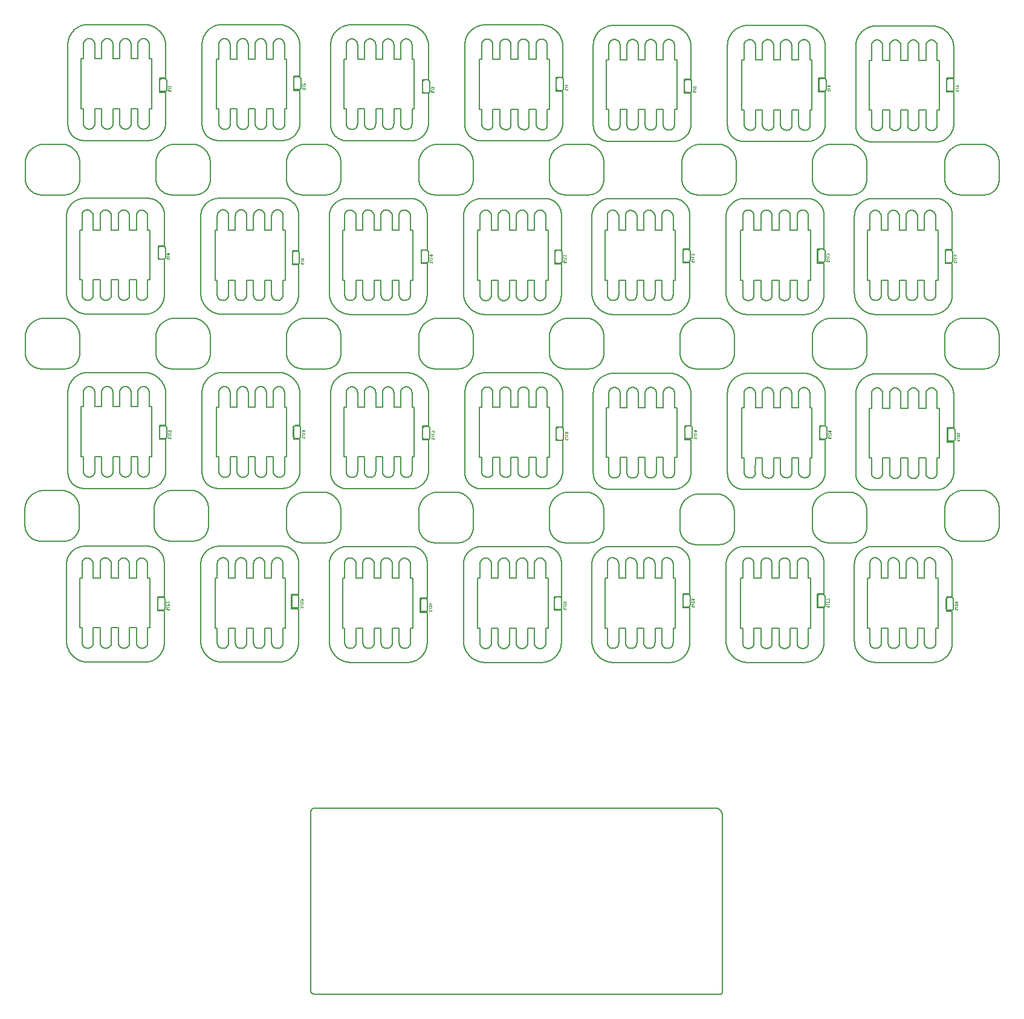
<source format=gbr>
G04 EAGLE Gerber RS-274X export*
G75*
%MOMM*%
%FSLAX34Y34*%
%LPD*%
%INSilkscreen Bottom*%
%IPPOS*%
%AMOC8*
5,1,8,0,0,1.08239X$1,22.5*%
G01*
%ADD10C,0.152400*%
%ADD11C,0.203200*%
%ADD12C,0.050800*%


D10*
X522415Y245047D02*
X519240Y245047D01*
X503365Y245047D02*
X493840Y245047D01*
X477965Y245047D02*
X468440Y245047D01*
X452565Y245047D02*
X443040Y245047D01*
X427165Y245047D02*
X423990Y245047D01*
X423990Y314897D01*
X427165Y314897D01*
X443040Y314897D02*
X452565Y314897D01*
X468440Y314897D02*
X477965Y314897D01*
X493840Y314897D02*
X503365Y314897D01*
X519240Y314897D02*
X522415Y314897D01*
X522415Y245047D01*
X519240Y335534D02*
X519238Y335726D01*
X519231Y335918D01*
X519219Y336109D01*
X519203Y336300D01*
X519182Y336491D01*
X519157Y336681D01*
X519127Y336870D01*
X519092Y337059D01*
X519053Y337247D01*
X519009Y337434D01*
X518961Y337619D01*
X518909Y337804D01*
X518851Y337987D01*
X518790Y338169D01*
X518724Y338349D01*
X518654Y338527D01*
X518579Y338704D01*
X518501Y338879D01*
X518418Y339052D01*
X518331Y339223D01*
X518240Y339392D01*
X518144Y339558D01*
X518045Y339722D01*
X517942Y339884D01*
X517835Y340043D01*
X517724Y340200D01*
X517609Y340354D01*
X517491Y340505D01*
X517369Y340653D01*
X517244Y340798D01*
X517115Y340940D01*
X516982Y341079D01*
X516847Y341214D01*
X516708Y341347D01*
X516566Y341476D01*
X516421Y341601D01*
X516273Y341723D01*
X516122Y341841D01*
X515968Y341956D01*
X515811Y342067D01*
X515652Y342174D01*
X515490Y342277D01*
X515326Y342376D01*
X515160Y342472D01*
X514991Y342563D01*
X514820Y342650D01*
X514647Y342733D01*
X514472Y342811D01*
X514295Y342886D01*
X514117Y342956D01*
X513937Y343022D01*
X513755Y343083D01*
X513572Y343141D01*
X513387Y343193D01*
X513202Y343241D01*
X513015Y343285D01*
X512827Y343324D01*
X512638Y343359D01*
X512449Y343389D01*
X512259Y343414D01*
X512068Y343435D01*
X511877Y343451D01*
X511686Y343463D01*
X511494Y343470D01*
X511302Y343472D01*
X519240Y335534D02*
X519240Y314897D01*
X503364Y335534D02*
X503366Y335726D01*
X503373Y335918D01*
X503385Y336109D01*
X503401Y336300D01*
X503422Y336491D01*
X503447Y336681D01*
X503477Y336870D01*
X503512Y337059D01*
X503551Y337247D01*
X503595Y337434D01*
X503643Y337619D01*
X503695Y337804D01*
X503753Y337987D01*
X503814Y338169D01*
X503880Y338349D01*
X503950Y338527D01*
X504025Y338704D01*
X504103Y338879D01*
X504186Y339052D01*
X504273Y339223D01*
X504364Y339392D01*
X504460Y339558D01*
X504559Y339722D01*
X504662Y339884D01*
X504769Y340043D01*
X504880Y340200D01*
X504995Y340354D01*
X505113Y340505D01*
X505235Y340653D01*
X505360Y340798D01*
X505489Y340940D01*
X505622Y341079D01*
X505757Y341214D01*
X505896Y341347D01*
X506038Y341476D01*
X506183Y341601D01*
X506331Y341723D01*
X506482Y341841D01*
X506636Y341956D01*
X506793Y342067D01*
X506952Y342174D01*
X507114Y342277D01*
X507278Y342376D01*
X507444Y342472D01*
X507613Y342563D01*
X507784Y342650D01*
X507957Y342733D01*
X508132Y342811D01*
X508309Y342886D01*
X508487Y342956D01*
X508667Y343022D01*
X508849Y343083D01*
X509032Y343141D01*
X509217Y343193D01*
X509402Y343241D01*
X509589Y343285D01*
X509777Y343324D01*
X509966Y343359D01*
X510155Y343389D01*
X510345Y343414D01*
X510536Y343435D01*
X510727Y343451D01*
X510918Y343463D01*
X511110Y343470D01*
X511302Y343472D01*
X503365Y335534D02*
X503365Y314897D01*
X493840Y335534D02*
X493838Y335726D01*
X493831Y335918D01*
X493819Y336109D01*
X493803Y336300D01*
X493782Y336491D01*
X493757Y336681D01*
X493727Y336870D01*
X493692Y337059D01*
X493653Y337247D01*
X493609Y337434D01*
X493561Y337619D01*
X493509Y337804D01*
X493451Y337987D01*
X493390Y338169D01*
X493324Y338349D01*
X493254Y338527D01*
X493179Y338704D01*
X493101Y338879D01*
X493018Y339052D01*
X492931Y339223D01*
X492840Y339392D01*
X492744Y339558D01*
X492645Y339722D01*
X492542Y339884D01*
X492435Y340043D01*
X492324Y340200D01*
X492209Y340354D01*
X492091Y340505D01*
X491969Y340653D01*
X491844Y340798D01*
X491715Y340940D01*
X491582Y341079D01*
X491447Y341214D01*
X491308Y341347D01*
X491166Y341476D01*
X491021Y341601D01*
X490873Y341723D01*
X490722Y341841D01*
X490568Y341956D01*
X490411Y342067D01*
X490252Y342174D01*
X490090Y342277D01*
X489926Y342376D01*
X489760Y342472D01*
X489591Y342563D01*
X489420Y342650D01*
X489247Y342733D01*
X489072Y342811D01*
X488895Y342886D01*
X488717Y342956D01*
X488537Y343022D01*
X488355Y343083D01*
X488172Y343141D01*
X487987Y343193D01*
X487802Y343241D01*
X487615Y343285D01*
X487427Y343324D01*
X487238Y343359D01*
X487049Y343389D01*
X486859Y343414D01*
X486668Y343435D01*
X486477Y343451D01*
X486286Y343463D01*
X486094Y343470D01*
X485902Y343472D01*
X493840Y335534D02*
X493840Y314897D01*
X477964Y335534D02*
X477966Y335726D01*
X477973Y335918D01*
X477985Y336109D01*
X478001Y336300D01*
X478022Y336491D01*
X478047Y336681D01*
X478077Y336870D01*
X478112Y337059D01*
X478151Y337247D01*
X478195Y337434D01*
X478243Y337619D01*
X478295Y337804D01*
X478353Y337987D01*
X478414Y338169D01*
X478480Y338349D01*
X478550Y338527D01*
X478625Y338704D01*
X478703Y338879D01*
X478786Y339052D01*
X478873Y339223D01*
X478964Y339392D01*
X479060Y339558D01*
X479159Y339722D01*
X479262Y339884D01*
X479369Y340043D01*
X479480Y340200D01*
X479595Y340354D01*
X479713Y340505D01*
X479835Y340653D01*
X479960Y340798D01*
X480089Y340940D01*
X480222Y341079D01*
X480357Y341214D01*
X480496Y341347D01*
X480638Y341476D01*
X480783Y341601D01*
X480931Y341723D01*
X481082Y341841D01*
X481236Y341956D01*
X481393Y342067D01*
X481552Y342174D01*
X481714Y342277D01*
X481878Y342376D01*
X482044Y342472D01*
X482213Y342563D01*
X482384Y342650D01*
X482557Y342733D01*
X482732Y342811D01*
X482909Y342886D01*
X483087Y342956D01*
X483267Y343022D01*
X483449Y343083D01*
X483632Y343141D01*
X483817Y343193D01*
X484002Y343241D01*
X484189Y343285D01*
X484377Y343324D01*
X484566Y343359D01*
X484755Y343389D01*
X484945Y343414D01*
X485136Y343435D01*
X485327Y343451D01*
X485518Y343463D01*
X485710Y343470D01*
X485902Y343472D01*
X477965Y335534D02*
X477965Y314897D01*
X468440Y335534D02*
X468438Y335726D01*
X468431Y335918D01*
X468419Y336109D01*
X468403Y336300D01*
X468382Y336491D01*
X468357Y336681D01*
X468327Y336870D01*
X468292Y337059D01*
X468253Y337247D01*
X468209Y337434D01*
X468161Y337619D01*
X468109Y337804D01*
X468051Y337987D01*
X467990Y338169D01*
X467924Y338349D01*
X467854Y338527D01*
X467779Y338704D01*
X467701Y338879D01*
X467618Y339052D01*
X467531Y339223D01*
X467440Y339392D01*
X467344Y339558D01*
X467245Y339722D01*
X467142Y339884D01*
X467035Y340043D01*
X466924Y340200D01*
X466809Y340354D01*
X466691Y340505D01*
X466569Y340653D01*
X466444Y340798D01*
X466315Y340940D01*
X466182Y341079D01*
X466047Y341214D01*
X465908Y341347D01*
X465766Y341476D01*
X465621Y341601D01*
X465473Y341723D01*
X465322Y341841D01*
X465168Y341956D01*
X465011Y342067D01*
X464852Y342174D01*
X464690Y342277D01*
X464526Y342376D01*
X464360Y342472D01*
X464191Y342563D01*
X464020Y342650D01*
X463847Y342733D01*
X463672Y342811D01*
X463495Y342886D01*
X463317Y342956D01*
X463137Y343022D01*
X462955Y343083D01*
X462772Y343141D01*
X462587Y343193D01*
X462402Y343241D01*
X462215Y343285D01*
X462027Y343324D01*
X461838Y343359D01*
X461649Y343389D01*
X461459Y343414D01*
X461268Y343435D01*
X461077Y343451D01*
X460886Y343463D01*
X460694Y343470D01*
X460502Y343472D01*
X468440Y335534D02*
X468440Y314897D01*
X452564Y335534D02*
X452566Y335726D01*
X452573Y335918D01*
X452585Y336109D01*
X452601Y336300D01*
X452622Y336491D01*
X452647Y336681D01*
X452677Y336870D01*
X452712Y337059D01*
X452751Y337247D01*
X452795Y337434D01*
X452843Y337619D01*
X452895Y337804D01*
X452953Y337987D01*
X453014Y338169D01*
X453080Y338349D01*
X453150Y338527D01*
X453225Y338704D01*
X453303Y338879D01*
X453386Y339052D01*
X453473Y339223D01*
X453564Y339392D01*
X453660Y339558D01*
X453759Y339722D01*
X453862Y339884D01*
X453969Y340043D01*
X454080Y340200D01*
X454195Y340354D01*
X454313Y340505D01*
X454435Y340653D01*
X454560Y340798D01*
X454689Y340940D01*
X454822Y341079D01*
X454957Y341214D01*
X455096Y341347D01*
X455238Y341476D01*
X455383Y341601D01*
X455531Y341723D01*
X455682Y341841D01*
X455836Y341956D01*
X455993Y342067D01*
X456152Y342174D01*
X456314Y342277D01*
X456478Y342376D01*
X456644Y342472D01*
X456813Y342563D01*
X456984Y342650D01*
X457157Y342733D01*
X457332Y342811D01*
X457509Y342886D01*
X457687Y342956D01*
X457867Y343022D01*
X458049Y343083D01*
X458232Y343141D01*
X458417Y343193D01*
X458602Y343241D01*
X458789Y343285D01*
X458977Y343324D01*
X459166Y343359D01*
X459355Y343389D01*
X459545Y343414D01*
X459736Y343435D01*
X459927Y343451D01*
X460118Y343463D01*
X460310Y343470D01*
X460502Y343472D01*
X452565Y335534D02*
X452565Y314897D01*
X443040Y335534D02*
X443038Y335726D01*
X443031Y335918D01*
X443019Y336109D01*
X443003Y336300D01*
X442982Y336491D01*
X442957Y336681D01*
X442927Y336870D01*
X442892Y337059D01*
X442853Y337247D01*
X442809Y337434D01*
X442761Y337619D01*
X442709Y337804D01*
X442651Y337987D01*
X442590Y338169D01*
X442524Y338349D01*
X442454Y338527D01*
X442379Y338704D01*
X442301Y338879D01*
X442218Y339052D01*
X442131Y339223D01*
X442040Y339392D01*
X441944Y339558D01*
X441845Y339722D01*
X441742Y339884D01*
X441635Y340043D01*
X441524Y340200D01*
X441409Y340354D01*
X441291Y340505D01*
X441169Y340653D01*
X441044Y340798D01*
X440915Y340940D01*
X440782Y341079D01*
X440647Y341214D01*
X440508Y341347D01*
X440366Y341476D01*
X440221Y341601D01*
X440073Y341723D01*
X439922Y341841D01*
X439768Y341956D01*
X439611Y342067D01*
X439452Y342174D01*
X439290Y342277D01*
X439126Y342376D01*
X438960Y342472D01*
X438791Y342563D01*
X438620Y342650D01*
X438447Y342733D01*
X438272Y342811D01*
X438095Y342886D01*
X437917Y342956D01*
X437737Y343022D01*
X437555Y343083D01*
X437372Y343141D01*
X437187Y343193D01*
X437002Y343241D01*
X436815Y343285D01*
X436627Y343324D01*
X436438Y343359D01*
X436249Y343389D01*
X436059Y343414D01*
X435868Y343435D01*
X435677Y343451D01*
X435486Y343463D01*
X435294Y343470D01*
X435102Y343472D01*
X443040Y335534D02*
X443040Y314897D01*
X427164Y335534D02*
X427166Y335726D01*
X427173Y335918D01*
X427185Y336109D01*
X427201Y336300D01*
X427222Y336491D01*
X427247Y336681D01*
X427277Y336870D01*
X427312Y337059D01*
X427351Y337247D01*
X427395Y337434D01*
X427443Y337619D01*
X427495Y337804D01*
X427553Y337987D01*
X427614Y338169D01*
X427680Y338349D01*
X427750Y338527D01*
X427825Y338704D01*
X427903Y338879D01*
X427986Y339052D01*
X428073Y339223D01*
X428164Y339392D01*
X428260Y339558D01*
X428359Y339722D01*
X428462Y339884D01*
X428569Y340043D01*
X428680Y340200D01*
X428795Y340354D01*
X428913Y340505D01*
X429035Y340653D01*
X429160Y340798D01*
X429289Y340940D01*
X429422Y341079D01*
X429557Y341214D01*
X429696Y341347D01*
X429838Y341476D01*
X429983Y341601D01*
X430131Y341723D01*
X430282Y341841D01*
X430436Y341956D01*
X430593Y342067D01*
X430752Y342174D01*
X430914Y342277D01*
X431078Y342376D01*
X431244Y342472D01*
X431413Y342563D01*
X431584Y342650D01*
X431757Y342733D01*
X431932Y342811D01*
X432109Y342886D01*
X432287Y342956D01*
X432467Y343022D01*
X432649Y343083D01*
X432832Y343141D01*
X433017Y343193D01*
X433202Y343241D01*
X433389Y343285D01*
X433577Y343324D01*
X433766Y343359D01*
X433955Y343389D01*
X434145Y343414D01*
X434336Y343435D01*
X434527Y343451D01*
X434718Y343463D01*
X434910Y343470D01*
X435102Y343472D01*
X427165Y335534D02*
X427165Y314897D01*
X427165Y224409D02*
X427195Y224190D01*
X427230Y223972D01*
X427271Y223754D01*
X427317Y223538D01*
X427369Y223323D01*
X427425Y223109D01*
X427487Y222897D01*
X427553Y222686D01*
X427625Y222477D01*
X427702Y222269D01*
X427784Y222064D01*
X427871Y221860D01*
X427962Y221659D01*
X428059Y221460D01*
X428160Y221263D01*
X428266Y221069D01*
X428377Y220878D01*
X428492Y220689D01*
X428612Y220503D01*
X428736Y220320D01*
X428865Y220140D01*
X428997Y219963D01*
X429135Y219790D01*
X429276Y219620D01*
X429421Y219453D01*
X429571Y219290D01*
X429724Y219131D01*
X429881Y218975D01*
X430042Y218823D01*
X430206Y218675D01*
X430374Y218531D01*
X430545Y218391D01*
X430720Y218256D01*
X430898Y218124D01*
X431079Y217997D01*
X431263Y217875D01*
X431450Y217757D01*
X431640Y217643D01*
X431832Y217534D01*
X432027Y217430D01*
X432225Y217330D01*
X432425Y217235D01*
X432627Y217146D01*
X432831Y217061D01*
X433037Y216981D01*
X433245Y216906D01*
X433455Y216836D01*
X433667Y216771D01*
X433879Y216711D01*
X434094Y216656D01*
X434309Y216607D01*
X434526Y216563D01*
X434744Y216524D01*
X434962Y216490D01*
X435182Y216462D01*
X435402Y216439D01*
X435622Y216421D01*
X435843Y216409D01*
X436064Y216402D01*
X436285Y216400D01*
X436506Y216404D01*
X436727Y216413D01*
X436948Y216427D01*
X437168Y216447D01*
X437388Y216472D01*
X427165Y224409D02*
X427165Y245047D01*
X443040Y224409D02*
X443065Y224244D01*
X443087Y224079D01*
X443104Y223914D01*
X443118Y223748D01*
X443128Y223582D01*
X443133Y223415D01*
X443135Y223249D01*
X443133Y223082D01*
X443126Y222916D01*
X443116Y222750D01*
X443101Y222584D01*
X443083Y222418D01*
X443060Y222253D01*
X443034Y222089D01*
X443003Y221925D01*
X442969Y221762D01*
X442931Y221600D01*
X442888Y221439D01*
X442842Y221279D01*
X442792Y221121D01*
X442739Y220963D01*
X442681Y220807D01*
X442620Y220652D01*
X442555Y220499D01*
X442486Y220347D01*
X442414Y220197D01*
X442338Y220049D01*
X442258Y219903D01*
X442175Y219758D01*
X442089Y219616D01*
X441999Y219476D01*
X441906Y219338D01*
X441809Y219202D01*
X441709Y219069D01*
X441606Y218938D01*
X441500Y218810D01*
X441391Y218684D01*
X441279Y218561D01*
X441163Y218441D01*
X441045Y218324D01*
X440925Y218209D01*
X440801Y218097D01*
X440675Y217989D01*
X440546Y217883D01*
X440415Y217781D01*
X440281Y217682D01*
X440145Y217586D01*
X440006Y217493D01*
X439866Y217404D01*
X439723Y217318D01*
X439578Y217236D01*
X439432Y217157D01*
X439283Y217082D01*
X439133Y217010D01*
X438981Y216942D01*
X438827Y216878D01*
X438672Y216818D01*
X438516Y216761D01*
X438358Y216708D01*
X438199Y216659D01*
X438038Y216614D01*
X437877Y216572D01*
X437715Y216535D01*
X437552Y216501D01*
X437388Y216471D01*
X443040Y224409D02*
X443040Y245047D01*
X452565Y224409D02*
X452595Y224190D01*
X452630Y223972D01*
X452671Y223754D01*
X452717Y223538D01*
X452769Y223323D01*
X452825Y223109D01*
X452887Y222897D01*
X452953Y222686D01*
X453025Y222477D01*
X453102Y222269D01*
X453184Y222064D01*
X453271Y221860D01*
X453362Y221659D01*
X453459Y221460D01*
X453560Y221263D01*
X453666Y221069D01*
X453777Y220878D01*
X453892Y220689D01*
X454012Y220503D01*
X454136Y220320D01*
X454265Y220140D01*
X454397Y219963D01*
X454535Y219790D01*
X454676Y219620D01*
X454821Y219453D01*
X454971Y219290D01*
X455124Y219131D01*
X455281Y218975D01*
X455442Y218823D01*
X455606Y218675D01*
X455774Y218531D01*
X455945Y218391D01*
X456120Y218256D01*
X456298Y218124D01*
X456479Y217997D01*
X456663Y217875D01*
X456850Y217757D01*
X457040Y217643D01*
X457232Y217534D01*
X457427Y217430D01*
X457625Y217330D01*
X457825Y217235D01*
X458027Y217146D01*
X458231Y217061D01*
X458437Y216981D01*
X458645Y216906D01*
X458855Y216836D01*
X459067Y216771D01*
X459279Y216711D01*
X459494Y216656D01*
X459709Y216607D01*
X459926Y216563D01*
X460144Y216524D01*
X460362Y216490D01*
X460582Y216462D01*
X460802Y216439D01*
X461022Y216421D01*
X461243Y216409D01*
X461464Y216402D01*
X461685Y216400D01*
X461906Y216404D01*
X462127Y216413D01*
X462348Y216427D01*
X462568Y216447D01*
X462788Y216472D01*
X452565Y224409D02*
X452565Y245047D01*
X468440Y224409D02*
X468465Y224244D01*
X468487Y224079D01*
X468504Y223914D01*
X468518Y223748D01*
X468528Y223582D01*
X468533Y223415D01*
X468535Y223249D01*
X468533Y223082D01*
X468526Y222916D01*
X468516Y222750D01*
X468501Y222584D01*
X468483Y222418D01*
X468460Y222253D01*
X468434Y222089D01*
X468403Y221925D01*
X468369Y221762D01*
X468331Y221600D01*
X468288Y221439D01*
X468242Y221279D01*
X468192Y221121D01*
X468139Y220963D01*
X468081Y220807D01*
X468020Y220652D01*
X467955Y220499D01*
X467886Y220347D01*
X467814Y220197D01*
X467738Y220049D01*
X467658Y219903D01*
X467575Y219758D01*
X467489Y219616D01*
X467399Y219476D01*
X467306Y219338D01*
X467209Y219202D01*
X467109Y219069D01*
X467006Y218938D01*
X466900Y218810D01*
X466791Y218684D01*
X466679Y218561D01*
X466563Y218441D01*
X466445Y218324D01*
X466325Y218209D01*
X466201Y218097D01*
X466075Y217989D01*
X465946Y217883D01*
X465815Y217781D01*
X465681Y217682D01*
X465545Y217586D01*
X465406Y217493D01*
X465266Y217404D01*
X465123Y217318D01*
X464978Y217236D01*
X464832Y217157D01*
X464683Y217082D01*
X464533Y217010D01*
X464381Y216942D01*
X464227Y216878D01*
X464072Y216818D01*
X463916Y216761D01*
X463758Y216708D01*
X463599Y216659D01*
X463438Y216614D01*
X463277Y216572D01*
X463115Y216535D01*
X462952Y216501D01*
X462788Y216471D01*
X468440Y224409D02*
X468440Y245047D01*
X477965Y224409D02*
X477995Y224190D01*
X478030Y223972D01*
X478071Y223754D01*
X478117Y223538D01*
X478169Y223323D01*
X478225Y223109D01*
X478287Y222897D01*
X478353Y222686D01*
X478425Y222477D01*
X478502Y222269D01*
X478584Y222064D01*
X478671Y221860D01*
X478762Y221659D01*
X478859Y221460D01*
X478960Y221263D01*
X479066Y221069D01*
X479177Y220878D01*
X479292Y220689D01*
X479412Y220503D01*
X479536Y220320D01*
X479665Y220140D01*
X479797Y219963D01*
X479935Y219790D01*
X480076Y219620D01*
X480221Y219453D01*
X480371Y219290D01*
X480524Y219131D01*
X480681Y218975D01*
X480842Y218823D01*
X481006Y218675D01*
X481174Y218531D01*
X481345Y218391D01*
X481520Y218256D01*
X481698Y218124D01*
X481879Y217997D01*
X482063Y217875D01*
X482250Y217757D01*
X482440Y217643D01*
X482632Y217534D01*
X482827Y217430D01*
X483025Y217330D01*
X483225Y217235D01*
X483427Y217146D01*
X483631Y217061D01*
X483837Y216981D01*
X484045Y216906D01*
X484255Y216836D01*
X484467Y216771D01*
X484679Y216711D01*
X484894Y216656D01*
X485109Y216607D01*
X485326Y216563D01*
X485544Y216524D01*
X485762Y216490D01*
X485982Y216462D01*
X486202Y216439D01*
X486422Y216421D01*
X486643Y216409D01*
X486864Y216402D01*
X487085Y216400D01*
X487306Y216404D01*
X487527Y216413D01*
X487748Y216427D01*
X487968Y216447D01*
X488188Y216472D01*
X477965Y224409D02*
X477965Y245047D01*
X493840Y224409D02*
X493865Y224244D01*
X493887Y224079D01*
X493904Y223914D01*
X493918Y223748D01*
X493928Y223582D01*
X493933Y223415D01*
X493935Y223249D01*
X493933Y223082D01*
X493926Y222916D01*
X493916Y222750D01*
X493901Y222584D01*
X493883Y222418D01*
X493860Y222253D01*
X493834Y222089D01*
X493803Y221925D01*
X493769Y221762D01*
X493731Y221600D01*
X493688Y221439D01*
X493642Y221279D01*
X493592Y221121D01*
X493539Y220963D01*
X493481Y220807D01*
X493420Y220652D01*
X493355Y220499D01*
X493286Y220347D01*
X493214Y220197D01*
X493138Y220049D01*
X493058Y219903D01*
X492975Y219758D01*
X492889Y219616D01*
X492799Y219476D01*
X492706Y219338D01*
X492609Y219202D01*
X492509Y219069D01*
X492406Y218938D01*
X492300Y218810D01*
X492191Y218684D01*
X492079Y218561D01*
X491963Y218441D01*
X491845Y218324D01*
X491725Y218209D01*
X491601Y218097D01*
X491475Y217989D01*
X491346Y217883D01*
X491215Y217781D01*
X491081Y217682D01*
X490945Y217586D01*
X490806Y217493D01*
X490666Y217404D01*
X490523Y217318D01*
X490378Y217236D01*
X490232Y217157D01*
X490083Y217082D01*
X489933Y217010D01*
X489781Y216942D01*
X489627Y216878D01*
X489472Y216818D01*
X489316Y216761D01*
X489158Y216708D01*
X488999Y216659D01*
X488838Y216614D01*
X488677Y216572D01*
X488515Y216535D01*
X488352Y216501D01*
X488188Y216471D01*
X493840Y224409D02*
X493840Y245047D01*
X503365Y224409D02*
X503395Y224190D01*
X503430Y223972D01*
X503471Y223754D01*
X503517Y223538D01*
X503569Y223323D01*
X503625Y223109D01*
X503687Y222897D01*
X503753Y222686D01*
X503825Y222477D01*
X503902Y222269D01*
X503984Y222064D01*
X504071Y221860D01*
X504162Y221659D01*
X504259Y221460D01*
X504360Y221263D01*
X504466Y221069D01*
X504577Y220878D01*
X504692Y220689D01*
X504812Y220503D01*
X504936Y220320D01*
X505065Y220140D01*
X505197Y219963D01*
X505335Y219790D01*
X505476Y219620D01*
X505621Y219453D01*
X505771Y219290D01*
X505924Y219131D01*
X506081Y218975D01*
X506242Y218823D01*
X506406Y218675D01*
X506574Y218531D01*
X506745Y218391D01*
X506920Y218256D01*
X507098Y218124D01*
X507279Y217997D01*
X507463Y217875D01*
X507650Y217757D01*
X507840Y217643D01*
X508032Y217534D01*
X508227Y217430D01*
X508425Y217330D01*
X508625Y217235D01*
X508827Y217146D01*
X509031Y217061D01*
X509237Y216981D01*
X509445Y216906D01*
X509655Y216836D01*
X509867Y216771D01*
X510079Y216711D01*
X510294Y216656D01*
X510509Y216607D01*
X510726Y216563D01*
X510944Y216524D01*
X511162Y216490D01*
X511382Y216462D01*
X511602Y216439D01*
X511822Y216421D01*
X512043Y216409D01*
X512264Y216402D01*
X512485Y216400D01*
X512706Y216404D01*
X512927Y216413D01*
X513148Y216427D01*
X513368Y216447D01*
X513588Y216472D01*
X503365Y224409D02*
X503365Y245047D01*
X519240Y224409D02*
X519265Y224244D01*
X519287Y224079D01*
X519304Y223914D01*
X519318Y223748D01*
X519328Y223582D01*
X519333Y223415D01*
X519335Y223249D01*
X519333Y223082D01*
X519326Y222916D01*
X519316Y222750D01*
X519301Y222584D01*
X519283Y222418D01*
X519260Y222253D01*
X519234Y222089D01*
X519203Y221925D01*
X519169Y221762D01*
X519131Y221600D01*
X519088Y221439D01*
X519042Y221279D01*
X518992Y221121D01*
X518939Y220963D01*
X518881Y220807D01*
X518820Y220652D01*
X518755Y220499D01*
X518686Y220347D01*
X518614Y220197D01*
X518538Y220049D01*
X518458Y219903D01*
X518375Y219758D01*
X518289Y219616D01*
X518199Y219476D01*
X518106Y219338D01*
X518009Y219202D01*
X517909Y219069D01*
X517806Y218938D01*
X517700Y218810D01*
X517591Y218684D01*
X517479Y218561D01*
X517363Y218441D01*
X517245Y218324D01*
X517125Y218209D01*
X517001Y218097D01*
X516875Y217989D01*
X516746Y217883D01*
X516615Y217781D01*
X516481Y217682D01*
X516345Y217586D01*
X516206Y217493D01*
X516066Y217404D01*
X515923Y217318D01*
X515778Y217236D01*
X515632Y217157D01*
X515483Y217082D01*
X515333Y217010D01*
X515181Y216942D01*
X515027Y216878D01*
X514872Y216818D01*
X514716Y216761D01*
X514558Y216708D01*
X514399Y216659D01*
X514238Y216614D01*
X514077Y216572D01*
X513915Y216535D01*
X513752Y216501D01*
X513588Y216471D01*
X519240Y224409D02*
X519240Y245047D01*
X332931Y245301D02*
X329756Y245301D01*
X313881Y245301D02*
X304356Y245301D01*
X288481Y245301D02*
X278956Y245301D01*
X263081Y245301D02*
X253556Y245301D01*
X237681Y245301D02*
X234506Y245301D01*
X234506Y315151D01*
X237681Y315151D01*
X253556Y315151D02*
X263081Y315151D01*
X278956Y315151D02*
X288481Y315151D01*
X304356Y315151D02*
X313881Y315151D01*
X329756Y315151D02*
X332931Y315151D01*
X332931Y245301D01*
X329756Y335788D02*
X329754Y335980D01*
X329747Y336172D01*
X329735Y336363D01*
X329719Y336554D01*
X329698Y336745D01*
X329673Y336935D01*
X329643Y337124D01*
X329608Y337313D01*
X329569Y337501D01*
X329525Y337688D01*
X329477Y337873D01*
X329425Y338058D01*
X329367Y338241D01*
X329306Y338423D01*
X329240Y338603D01*
X329170Y338781D01*
X329095Y338958D01*
X329017Y339133D01*
X328934Y339306D01*
X328847Y339477D01*
X328756Y339646D01*
X328660Y339812D01*
X328561Y339976D01*
X328458Y340138D01*
X328351Y340297D01*
X328240Y340454D01*
X328125Y340608D01*
X328007Y340759D01*
X327885Y340907D01*
X327760Y341052D01*
X327631Y341194D01*
X327498Y341333D01*
X327363Y341468D01*
X327224Y341601D01*
X327082Y341730D01*
X326937Y341855D01*
X326789Y341977D01*
X326638Y342095D01*
X326484Y342210D01*
X326327Y342321D01*
X326168Y342428D01*
X326006Y342531D01*
X325842Y342630D01*
X325676Y342726D01*
X325507Y342817D01*
X325336Y342904D01*
X325163Y342987D01*
X324988Y343065D01*
X324811Y343140D01*
X324633Y343210D01*
X324453Y343276D01*
X324271Y343337D01*
X324088Y343395D01*
X323903Y343447D01*
X323718Y343495D01*
X323531Y343539D01*
X323343Y343578D01*
X323154Y343613D01*
X322965Y343643D01*
X322775Y343668D01*
X322584Y343689D01*
X322393Y343705D01*
X322202Y343717D01*
X322010Y343724D01*
X321818Y343726D01*
X329756Y335788D02*
X329756Y315151D01*
X313880Y335788D02*
X313882Y335980D01*
X313889Y336172D01*
X313901Y336363D01*
X313917Y336554D01*
X313938Y336745D01*
X313963Y336935D01*
X313993Y337124D01*
X314028Y337313D01*
X314067Y337501D01*
X314111Y337688D01*
X314159Y337873D01*
X314211Y338058D01*
X314269Y338241D01*
X314330Y338423D01*
X314396Y338603D01*
X314466Y338781D01*
X314541Y338958D01*
X314619Y339133D01*
X314702Y339306D01*
X314789Y339477D01*
X314880Y339646D01*
X314976Y339812D01*
X315075Y339976D01*
X315178Y340138D01*
X315285Y340297D01*
X315396Y340454D01*
X315511Y340608D01*
X315629Y340759D01*
X315751Y340907D01*
X315876Y341052D01*
X316005Y341194D01*
X316138Y341333D01*
X316273Y341468D01*
X316412Y341601D01*
X316554Y341730D01*
X316699Y341855D01*
X316847Y341977D01*
X316998Y342095D01*
X317152Y342210D01*
X317309Y342321D01*
X317468Y342428D01*
X317630Y342531D01*
X317794Y342630D01*
X317960Y342726D01*
X318129Y342817D01*
X318300Y342904D01*
X318473Y342987D01*
X318648Y343065D01*
X318825Y343140D01*
X319003Y343210D01*
X319183Y343276D01*
X319365Y343337D01*
X319548Y343395D01*
X319733Y343447D01*
X319918Y343495D01*
X320105Y343539D01*
X320293Y343578D01*
X320482Y343613D01*
X320671Y343643D01*
X320861Y343668D01*
X321052Y343689D01*
X321243Y343705D01*
X321434Y343717D01*
X321626Y343724D01*
X321818Y343726D01*
X313881Y335788D02*
X313881Y315151D01*
X304356Y335788D02*
X304354Y335980D01*
X304347Y336172D01*
X304335Y336363D01*
X304319Y336554D01*
X304298Y336745D01*
X304273Y336935D01*
X304243Y337124D01*
X304208Y337313D01*
X304169Y337501D01*
X304125Y337688D01*
X304077Y337873D01*
X304025Y338058D01*
X303967Y338241D01*
X303906Y338423D01*
X303840Y338603D01*
X303770Y338781D01*
X303695Y338958D01*
X303617Y339133D01*
X303534Y339306D01*
X303447Y339477D01*
X303356Y339646D01*
X303260Y339812D01*
X303161Y339976D01*
X303058Y340138D01*
X302951Y340297D01*
X302840Y340454D01*
X302725Y340608D01*
X302607Y340759D01*
X302485Y340907D01*
X302360Y341052D01*
X302231Y341194D01*
X302098Y341333D01*
X301963Y341468D01*
X301824Y341601D01*
X301682Y341730D01*
X301537Y341855D01*
X301389Y341977D01*
X301238Y342095D01*
X301084Y342210D01*
X300927Y342321D01*
X300768Y342428D01*
X300606Y342531D01*
X300442Y342630D01*
X300276Y342726D01*
X300107Y342817D01*
X299936Y342904D01*
X299763Y342987D01*
X299588Y343065D01*
X299411Y343140D01*
X299233Y343210D01*
X299053Y343276D01*
X298871Y343337D01*
X298688Y343395D01*
X298503Y343447D01*
X298318Y343495D01*
X298131Y343539D01*
X297943Y343578D01*
X297754Y343613D01*
X297565Y343643D01*
X297375Y343668D01*
X297184Y343689D01*
X296993Y343705D01*
X296802Y343717D01*
X296610Y343724D01*
X296418Y343726D01*
X304356Y335788D02*
X304356Y315151D01*
X288480Y335788D02*
X288482Y335980D01*
X288489Y336172D01*
X288501Y336363D01*
X288517Y336554D01*
X288538Y336745D01*
X288563Y336935D01*
X288593Y337124D01*
X288628Y337313D01*
X288667Y337501D01*
X288711Y337688D01*
X288759Y337873D01*
X288811Y338058D01*
X288869Y338241D01*
X288930Y338423D01*
X288996Y338603D01*
X289066Y338781D01*
X289141Y338958D01*
X289219Y339133D01*
X289302Y339306D01*
X289389Y339477D01*
X289480Y339646D01*
X289576Y339812D01*
X289675Y339976D01*
X289778Y340138D01*
X289885Y340297D01*
X289996Y340454D01*
X290111Y340608D01*
X290229Y340759D01*
X290351Y340907D01*
X290476Y341052D01*
X290605Y341194D01*
X290738Y341333D01*
X290873Y341468D01*
X291012Y341601D01*
X291154Y341730D01*
X291299Y341855D01*
X291447Y341977D01*
X291598Y342095D01*
X291752Y342210D01*
X291909Y342321D01*
X292068Y342428D01*
X292230Y342531D01*
X292394Y342630D01*
X292560Y342726D01*
X292729Y342817D01*
X292900Y342904D01*
X293073Y342987D01*
X293248Y343065D01*
X293425Y343140D01*
X293603Y343210D01*
X293783Y343276D01*
X293965Y343337D01*
X294148Y343395D01*
X294333Y343447D01*
X294518Y343495D01*
X294705Y343539D01*
X294893Y343578D01*
X295082Y343613D01*
X295271Y343643D01*
X295461Y343668D01*
X295652Y343689D01*
X295843Y343705D01*
X296034Y343717D01*
X296226Y343724D01*
X296418Y343726D01*
X288481Y335788D02*
X288481Y315151D01*
X278956Y335788D02*
X278954Y335980D01*
X278947Y336172D01*
X278935Y336363D01*
X278919Y336554D01*
X278898Y336745D01*
X278873Y336935D01*
X278843Y337124D01*
X278808Y337313D01*
X278769Y337501D01*
X278725Y337688D01*
X278677Y337873D01*
X278625Y338058D01*
X278567Y338241D01*
X278506Y338423D01*
X278440Y338603D01*
X278370Y338781D01*
X278295Y338958D01*
X278217Y339133D01*
X278134Y339306D01*
X278047Y339477D01*
X277956Y339646D01*
X277860Y339812D01*
X277761Y339976D01*
X277658Y340138D01*
X277551Y340297D01*
X277440Y340454D01*
X277325Y340608D01*
X277207Y340759D01*
X277085Y340907D01*
X276960Y341052D01*
X276831Y341194D01*
X276698Y341333D01*
X276563Y341468D01*
X276424Y341601D01*
X276282Y341730D01*
X276137Y341855D01*
X275989Y341977D01*
X275838Y342095D01*
X275684Y342210D01*
X275527Y342321D01*
X275368Y342428D01*
X275206Y342531D01*
X275042Y342630D01*
X274876Y342726D01*
X274707Y342817D01*
X274536Y342904D01*
X274363Y342987D01*
X274188Y343065D01*
X274011Y343140D01*
X273833Y343210D01*
X273653Y343276D01*
X273471Y343337D01*
X273288Y343395D01*
X273103Y343447D01*
X272918Y343495D01*
X272731Y343539D01*
X272543Y343578D01*
X272354Y343613D01*
X272165Y343643D01*
X271975Y343668D01*
X271784Y343689D01*
X271593Y343705D01*
X271402Y343717D01*
X271210Y343724D01*
X271018Y343726D01*
X278956Y335788D02*
X278956Y315151D01*
X263080Y335788D02*
X263082Y335980D01*
X263089Y336172D01*
X263101Y336363D01*
X263117Y336554D01*
X263138Y336745D01*
X263163Y336935D01*
X263193Y337124D01*
X263228Y337313D01*
X263267Y337501D01*
X263311Y337688D01*
X263359Y337873D01*
X263411Y338058D01*
X263469Y338241D01*
X263530Y338423D01*
X263596Y338603D01*
X263666Y338781D01*
X263741Y338958D01*
X263819Y339133D01*
X263902Y339306D01*
X263989Y339477D01*
X264080Y339646D01*
X264176Y339812D01*
X264275Y339976D01*
X264378Y340138D01*
X264485Y340297D01*
X264596Y340454D01*
X264711Y340608D01*
X264829Y340759D01*
X264951Y340907D01*
X265076Y341052D01*
X265205Y341194D01*
X265338Y341333D01*
X265473Y341468D01*
X265612Y341601D01*
X265754Y341730D01*
X265899Y341855D01*
X266047Y341977D01*
X266198Y342095D01*
X266352Y342210D01*
X266509Y342321D01*
X266668Y342428D01*
X266830Y342531D01*
X266994Y342630D01*
X267160Y342726D01*
X267329Y342817D01*
X267500Y342904D01*
X267673Y342987D01*
X267848Y343065D01*
X268025Y343140D01*
X268203Y343210D01*
X268383Y343276D01*
X268565Y343337D01*
X268748Y343395D01*
X268933Y343447D01*
X269118Y343495D01*
X269305Y343539D01*
X269493Y343578D01*
X269682Y343613D01*
X269871Y343643D01*
X270061Y343668D01*
X270252Y343689D01*
X270443Y343705D01*
X270634Y343717D01*
X270826Y343724D01*
X271018Y343726D01*
X263081Y335788D02*
X263081Y315151D01*
X253556Y335788D02*
X253554Y335980D01*
X253547Y336172D01*
X253535Y336363D01*
X253519Y336554D01*
X253498Y336745D01*
X253473Y336935D01*
X253443Y337124D01*
X253408Y337313D01*
X253369Y337501D01*
X253325Y337688D01*
X253277Y337873D01*
X253225Y338058D01*
X253167Y338241D01*
X253106Y338423D01*
X253040Y338603D01*
X252970Y338781D01*
X252895Y338958D01*
X252817Y339133D01*
X252734Y339306D01*
X252647Y339477D01*
X252556Y339646D01*
X252460Y339812D01*
X252361Y339976D01*
X252258Y340138D01*
X252151Y340297D01*
X252040Y340454D01*
X251925Y340608D01*
X251807Y340759D01*
X251685Y340907D01*
X251560Y341052D01*
X251431Y341194D01*
X251298Y341333D01*
X251163Y341468D01*
X251024Y341601D01*
X250882Y341730D01*
X250737Y341855D01*
X250589Y341977D01*
X250438Y342095D01*
X250284Y342210D01*
X250127Y342321D01*
X249968Y342428D01*
X249806Y342531D01*
X249642Y342630D01*
X249476Y342726D01*
X249307Y342817D01*
X249136Y342904D01*
X248963Y342987D01*
X248788Y343065D01*
X248611Y343140D01*
X248433Y343210D01*
X248253Y343276D01*
X248071Y343337D01*
X247888Y343395D01*
X247703Y343447D01*
X247518Y343495D01*
X247331Y343539D01*
X247143Y343578D01*
X246954Y343613D01*
X246765Y343643D01*
X246575Y343668D01*
X246384Y343689D01*
X246193Y343705D01*
X246002Y343717D01*
X245810Y343724D01*
X245618Y343726D01*
X253556Y335788D02*
X253556Y315151D01*
X237680Y335788D02*
X237682Y335980D01*
X237689Y336172D01*
X237701Y336363D01*
X237717Y336554D01*
X237738Y336745D01*
X237763Y336935D01*
X237793Y337124D01*
X237828Y337313D01*
X237867Y337501D01*
X237911Y337688D01*
X237959Y337873D01*
X238011Y338058D01*
X238069Y338241D01*
X238130Y338423D01*
X238196Y338603D01*
X238266Y338781D01*
X238341Y338958D01*
X238419Y339133D01*
X238502Y339306D01*
X238589Y339477D01*
X238680Y339646D01*
X238776Y339812D01*
X238875Y339976D01*
X238978Y340138D01*
X239085Y340297D01*
X239196Y340454D01*
X239311Y340608D01*
X239429Y340759D01*
X239551Y340907D01*
X239676Y341052D01*
X239805Y341194D01*
X239938Y341333D01*
X240073Y341468D01*
X240212Y341601D01*
X240354Y341730D01*
X240499Y341855D01*
X240647Y341977D01*
X240798Y342095D01*
X240952Y342210D01*
X241109Y342321D01*
X241268Y342428D01*
X241430Y342531D01*
X241594Y342630D01*
X241760Y342726D01*
X241929Y342817D01*
X242100Y342904D01*
X242273Y342987D01*
X242448Y343065D01*
X242625Y343140D01*
X242803Y343210D01*
X242983Y343276D01*
X243165Y343337D01*
X243348Y343395D01*
X243533Y343447D01*
X243718Y343495D01*
X243905Y343539D01*
X244093Y343578D01*
X244282Y343613D01*
X244471Y343643D01*
X244661Y343668D01*
X244852Y343689D01*
X245043Y343705D01*
X245234Y343717D01*
X245426Y343724D01*
X245618Y343726D01*
X237681Y335788D02*
X237681Y315151D01*
X237680Y224663D02*
X237682Y224471D01*
X237689Y224279D01*
X237701Y224088D01*
X237717Y223897D01*
X237738Y223706D01*
X237763Y223516D01*
X237793Y223327D01*
X237828Y223138D01*
X237867Y222950D01*
X237911Y222763D01*
X237959Y222578D01*
X238011Y222393D01*
X238069Y222210D01*
X238130Y222028D01*
X238196Y221848D01*
X238266Y221670D01*
X238341Y221493D01*
X238419Y221318D01*
X238502Y221145D01*
X238589Y220974D01*
X238680Y220805D01*
X238776Y220639D01*
X238875Y220475D01*
X238978Y220313D01*
X239085Y220154D01*
X239196Y219997D01*
X239311Y219843D01*
X239429Y219692D01*
X239551Y219544D01*
X239676Y219399D01*
X239805Y219257D01*
X239938Y219118D01*
X240073Y218983D01*
X240212Y218850D01*
X240354Y218721D01*
X240499Y218596D01*
X240647Y218474D01*
X240798Y218356D01*
X240952Y218241D01*
X241109Y218130D01*
X241268Y218023D01*
X241430Y217920D01*
X241594Y217821D01*
X241760Y217725D01*
X241929Y217634D01*
X242100Y217547D01*
X242273Y217464D01*
X242448Y217386D01*
X242625Y217311D01*
X242803Y217241D01*
X242983Y217175D01*
X243165Y217114D01*
X243348Y217056D01*
X243533Y217004D01*
X243718Y216956D01*
X243905Y216912D01*
X244093Y216873D01*
X244282Y216838D01*
X244471Y216808D01*
X244661Y216783D01*
X244852Y216762D01*
X245043Y216746D01*
X245234Y216734D01*
X245426Y216727D01*
X245618Y216725D01*
X237681Y224663D02*
X237681Y245301D01*
X253556Y224663D02*
X253554Y224471D01*
X253547Y224279D01*
X253535Y224088D01*
X253519Y223897D01*
X253498Y223706D01*
X253473Y223516D01*
X253443Y223327D01*
X253408Y223138D01*
X253369Y222950D01*
X253325Y222763D01*
X253277Y222578D01*
X253225Y222393D01*
X253167Y222210D01*
X253106Y222028D01*
X253040Y221848D01*
X252970Y221670D01*
X252895Y221493D01*
X252817Y221318D01*
X252734Y221145D01*
X252647Y220974D01*
X252556Y220805D01*
X252460Y220639D01*
X252361Y220475D01*
X252258Y220313D01*
X252151Y220154D01*
X252040Y219997D01*
X251925Y219843D01*
X251807Y219692D01*
X251685Y219544D01*
X251560Y219399D01*
X251431Y219257D01*
X251298Y219118D01*
X251163Y218983D01*
X251024Y218850D01*
X250882Y218721D01*
X250737Y218596D01*
X250589Y218474D01*
X250438Y218356D01*
X250284Y218241D01*
X250127Y218130D01*
X249968Y218023D01*
X249806Y217920D01*
X249642Y217821D01*
X249476Y217725D01*
X249307Y217634D01*
X249136Y217547D01*
X248963Y217464D01*
X248788Y217386D01*
X248611Y217311D01*
X248433Y217241D01*
X248253Y217175D01*
X248071Y217114D01*
X247888Y217056D01*
X247703Y217004D01*
X247518Y216956D01*
X247331Y216912D01*
X247143Y216873D01*
X246954Y216838D01*
X246765Y216808D01*
X246575Y216783D01*
X246384Y216762D01*
X246193Y216746D01*
X246002Y216734D01*
X245810Y216727D01*
X245618Y216725D01*
X253556Y224663D02*
X253556Y245301D01*
X263080Y224663D02*
X263082Y224471D01*
X263089Y224279D01*
X263101Y224088D01*
X263117Y223897D01*
X263138Y223706D01*
X263163Y223516D01*
X263193Y223327D01*
X263228Y223138D01*
X263267Y222950D01*
X263311Y222763D01*
X263359Y222578D01*
X263411Y222393D01*
X263469Y222210D01*
X263530Y222028D01*
X263596Y221848D01*
X263666Y221670D01*
X263741Y221493D01*
X263819Y221318D01*
X263902Y221145D01*
X263989Y220974D01*
X264080Y220805D01*
X264176Y220639D01*
X264275Y220475D01*
X264378Y220313D01*
X264485Y220154D01*
X264596Y219997D01*
X264711Y219843D01*
X264829Y219692D01*
X264951Y219544D01*
X265076Y219399D01*
X265205Y219257D01*
X265338Y219118D01*
X265473Y218983D01*
X265612Y218850D01*
X265754Y218721D01*
X265899Y218596D01*
X266047Y218474D01*
X266198Y218356D01*
X266352Y218241D01*
X266509Y218130D01*
X266668Y218023D01*
X266830Y217920D01*
X266994Y217821D01*
X267160Y217725D01*
X267329Y217634D01*
X267500Y217547D01*
X267673Y217464D01*
X267848Y217386D01*
X268025Y217311D01*
X268203Y217241D01*
X268383Y217175D01*
X268565Y217114D01*
X268748Y217056D01*
X268933Y217004D01*
X269118Y216956D01*
X269305Y216912D01*
X269493Y216873D01*
X269682Y216838D01*
X269871Y216808D01*
X270061Y216783D01*
X270252Y216762D01*
X270443Y216746D01*
X270634Y216734D01*
X270826Y216727D01*
X271018Y216725D01*
X263081Y224663D02*
X263081Y245301D01*
X278956Y224663D02*
X278954Y224471D01*
X278947Y224279D01*
X278935Y224088D01*
X278919Y223897D01*
X278898Y223706D01*
X278873Y223516D01*
X278843Y223327D01*
X278808Y223138D01*
X278769Y222950D01*
X278725Y222763D01*
X278677Y222578D01*
X278625Y222393D01*
X278567Y222210D01*
X278506Y222028D01*
X278440Y221848D01*
X278370Y221670D01*
X278295Y221493D01*
X278217Y221318D01*
X278134Y221145D01*
X278047Y220974D01*
X277956Y220805D01*
X277860Y220639D01*
X277761Y220475D01*
X277658Y220313D01*
X277551Y220154D01*
X277440Y219997D01*
X277325Y219843D01*
X277207Y219692D01*
X277085Y219544D01*
X276960Y219399D01*
X276831Y219257D01*
X276698Y219118D01*
X276563Y218983D01*
X276424Y218850D01*
X276282Y218721D01*
X276137Y218596D01*
X275989Y218474D01*
X275838Y218356D01*
X275684Y218241D01*
X275527Y218130D01*
X275368Y218023D01*
X275206Y217920D01*
X275042Y217821D01*
X274876Y217725D01*
X274707Y217634D01*
X274536Y217547D01*
X274363Y217464D01*
X274188Y217386D01*
X274011Y217311D01*
X273833Y217241D01*
X273653Y217175D01*
X273471Y217114D01*
X273288Y217056D01*
X273103Y217004D01*
X272918Y216956D01*
X272731Y216912D01*
X272543Y216873D01*
X272354Y216838D01*
X272165Y216808D01*
X271975Y216783D01*
X271784Y216762D01*
X271593Y216746D01*
X271402Y216734D01*
X271210Y216727D01*
X271018Y216725D01*
X278956Y224663D02*
X278956Y245301D01*
X288480Y224663D02*
X288482Y224471D01*
X288489Y224279D01*
X288501Y224088D01*
X288517Y223897D01*
X288538Y223706D01*
X288563Y223516D01*
X288593Y223327D01*
X288628Y223138D01*
X288667Y222950D01*
X288711Y222763D01*
X288759Y222578D01*
X288811Y222393D01*
X288869Y222210D01*
X288930Y222028D01*
X288996Y221848D01*
X289066Y221670D01*
X289141Y221493D01*
X289219Y221318D01*
X289302Y221145D01*
X289389Y220974D01*
X289480Y220805D01*
X289576Y220639D01*
X289675Y220475D01*
X289778Y220313D01*
X289885Y220154D01*
X289996Y219997D01*
X290111Y219843D01*
X290229Y219692D01*
X290351Y219544D01*
X290476Y219399D01*
X290605Y219257D01*
X290738Y219118D01*
X290873Y218983D01*
X291012Y218850D01*
X291154Y218721D01*
X291299Y218596D01*
X291447Y218474D01*
X291598Y218356D01*
X291752Y218241D01*
X291909Y218130D01*
X292068Y218023D01*
X292230Y217920D01*
X292394Y217821D01*
X292560Y217725D01*
X292729Y217634D01*
X292900Y217547D01*
X293073Y217464D01*
X293248Y217386D01*
X293425Y217311D01*
X293603Y217241D01*
X293783Y217175D01*
X293965Y217114D01*
X294148Y217056D01*
X294333Y217004D01*
X294518Y216956D01*
X294705Y216912D01*
X294893Y216873D01*
X295082Y216838D01*
X295271Y216808D01*
X295461Y216783D01*
X295652Y216762D01*
X295843Y216746D01*
X296034Y216734D01*
X296226Y216727D01*
X296418Y216725D01*
X288481Y224663D02*
X288481Y245301D01*
X304356Y224663D02*
X304354Y224471D01*
X304347Y224279D01*
X304335Y224088D01*
X304319Y223897D01*
X304298Y223706D01*
X304273Y223516D01*
X304243Y223327D01*
X304208Y223138D01*
X304169Y222950D01*
X304125Y222763D01*
X304077Y222578D01*
X304025Y222393D01*
X303967Y222210D01*
X303906Y222028D01*
X303840Y221848D01*
X303770Y221670D01*
X303695Y221493D01*
X303617Y221318D01*
X303534Y221145D01*
X303447Y220974D01*
X303356Y220805D01*
X303260Y220639D01*
X303161Y220475D01*
X303058Y220313D01*
X302951Y220154D01*
X302840Y219997D01*
X302725Y219843D01*
X302607Y219692D01*
X302485Y219544D01*
X302360Y219399D01*
X302231Y219257D01*
X302098Y219118D01*
X301963Y218983D01*
X301824Y218850D01*
X301682Y218721D01*
X301537Y218596D01*
X301389Y218474D01*
X301238Y218356D01*
X301084Y218241D01*
X300927Y218130D01*
X300768Y218023D01*
X300606Y217920D01*
X300442Y217821D01*
X300276Y217725D01*
X300107Y217634D01*
X299936Y217547D01*
X299763Y217464D01*
X299588Y217386D01*
X299411Y217311D01*
X299233Y217241D01*
X299053Y217175D01*
X298871Y217114D01*
X298688Y217056D01*
X298503Y217004D01*
X298318Y216956D01*
X298131Y216912D01*
X297943Y216873D01*
X297754Y216838D01*
X297565Y216808D01*
X297375Y216783D01*
X297184Y216762D01*
X296993Y216746D01*
X296802Y216734D01*
X296610Y216727D01*
X296418Y216725D01*
X304356Y224663D02*
X304356Y245301D01*
X313880Y224663D02*
X313882Y224471D01*
X313889Y224279D01*
X313901Y224088D01*
X313917Y223897D01*
X313938Y223706D01*
X313963Y223516D01*
X313993Y223327D01*
X314028Y223138D01*
X314067Y222950D01*
X314111Y222763D01*
X314159Y222578D01*
X314211Y222393D01*
X314269Y222210D01*
X314330Y222028D01*
X314396Y221848D01*
X314466Y221670D01*
X314541Y221493D01*
X314619Y221318D01*
X314702Y221145D01*
X314789Y220974D01*
X314880Y220805D01*
X314976Y220639D01*
X315075Y220475D01*
X315178Y220313D01*
X315285Y220154D01*
X315396Y219997D01*
X315511Y219843D01*
X315629Y219692D01*
X315751Y219544D01*
X315876Y219399D01*
X316005Y219257D01*
X316138Y219118D01*
X316273Y218983D01*
X316412Y218850D01*
X316554Y218721D01*
X316699Y218596D01*
X316847Y218474D01*
X316998Y218356D01*
X317152Y218241D01*
X317309Y218130D01*
X317468Y218023D01*
X317630Y217920D01*
X317794Y217821D01*
X317960Y217725D01*
X318129Y217634D01*
X318300Y217547D01*
X318473Y217464D01*
X318648Y217386D01*
X318825Y217311D01*
X319003Y217241D01*
X319183Y217175D01*
X319365Y217114D01*
X319548Y217056D01*
X319733Y217004D01*
X319918Y216956D01*
X320105Y216912D01*
X320293Y216873D01*
X320482Y216838D01*
X320671Y216808D01*
X320861Y216783D01*
X321052Y216762D01*
X321243Y216746D01*
X321434Y216734D01*
X321626Y216727D01*
X321818Y216725D01*
X313881Y224663D02*
X313881Y245301D01*
X329756Y224663D02*
X329754Y224471D01*
X329747Y224279D01*
X329735Y224088D01*
X329719Y223897D01*
X329698Y223706D01*
X329673Y223516D01*
X329643Y223327D01*
X329608Y223138D01*
X329569Y222950D01*
X329525Y222763D01*
X329477Y222578D01*
X329425Y222393D01*
X329367Y222210D01*
X329306Y222028D01*
X329240Y221848D01*
X329170Y221670D01*
X329095Y221493D01*
X329017Y221318D01*
X328934Y221145D01*
X328847Y220974D01*
X328756Y220805D01*
X328660Y220639D01*
X328561Y220475D01*
X328458Y220313D01*
X328351Y220154D01*
X328240Y219997D01*
X328125Y219843D01*
X328007Y219692D01*
X327885Y219544D01*
X327760Y219399D01*
X327631Y219257D01*
X327498Y219118D01*
X327363Y218983D01*
X327224Y218850D01*
X327082Y218721D01*
X326937Y218596D01*
X326789Y218474D01*
X326638Y218356D01*
X326484Y218241D01*
X326327Y218130D01*
X326168Y218023D01*
X326006Y217920D01*
X325842Y217821D01*
X325676Y217725D01*
X325507Y217634D01*
X325336Y217547D01*
X325163Y217464D01*
X324988Y217386D01*
X324811Y217311D01*
X324633Y217241D01*
X324453Y217175D01*
X324271Y217114D01*
X324088Y217056D01*
X323903Y217004D01*
X323718Y216956D01*
X323531Y216912D01*
X323343Y216873D01*
X323154Y216838D01*
X322965Y216808D01*
X322775Y216783D01*
X322584Y216762D01*
X322393Y216746D01*
X322202Y216734D01*
X322010Y216727D01*
X321818Y216725D01*
X329756Y224663D02*
X329756Y245301D01*
X215900Y335280D02*
X215908Y335955D01*
X215933Y336630D01*
X215973Y337304D01*
X216030Y337977D01*
X216104Y338648D01*
X216193Y339317D01*
X216299Y339984D01*
X216421Y340648D01*
X216558Y341309D01*
X216712Y341966D01*
X216881Y342620D01*
X217067Y343269D01*
X217267Y343914D01*
X217484Y344554D01*
X217716Y345188D01*
X217963Y345816D01*
X218225Y346438D01*
X218502Y347054D01*
X218794Y347663D01*
X219100Y348264D01*
X219421Y348858D01*
X219757Y349444D01*
X220106Y350022D01*
X220469Y350591D01*
X220846Y351152D01*
X221236Y351703D01*
X221639Y352244D01*
X222056Y352776D01*
X222485Y353297D01*
X222927Y353808D01*
X223380Y354308D01*
X223846Y354796D01*
X224324Y355274D01*
X224812Y355740D01*
X225312Y356193D01*
X225823Y356635D01*
X226344Y357064D01*
X226876Y357481D01*
X227417Y357884D01*
X227968Y358274D01*
X228529Y358651D01*
X229098Y359014D01*
X229676Y359363D01*
X230262Y359699D01*
X230856Y360020D01*
X231457Y360326D01*
X232066Y360618D01*
X232682Y360895D01*
X233304Y361157D01*
X233932Y361404D01*
X234566Y361636D01*
X235206Y361853D01*
X235851Y362053D01*
X236500Y362239D01*
X237154Y362408D01*
X237811Y362562D01*
X238472Y362699D01*
X239136Y362821D01*
X239803Y362927D01*
X240472Y363016D01*
X241143Y363090D01*
X241816Y363147D01*
X242490Y363187D01*
X243165Y363212D01*
X243840Y363220D01*
X322580Y363220D01*
X323317Y363211D01*
X324053Y363184D01*
X324788Y363140D01*
X325522Y363078D01*
X326254Y362998D01*
X326984Y362900D01*
X327712Y362785D01*
X328436Y362652D01*
X329157Y362502D01*
X329874Y362334D01*
X330587Y362149D01*
X331296Y361947D01*
X331999Y361728D01*
X332697Y361492D01*
X333388Y361239D01*
X334074Y360970D01*
X334753Y360684D01*
X335424Y360382D01*
X336088Y360063D01*
X336745Y359729D01*
X337393Y359379D01*
X338032Y359013D01*
X338662Y358632D01*
X339283Y358236D01*
X339895Y357825D01*
X340496Y357399D01*
X341086Y356959D01*
X341666Y356504D01*
X342235Y356036D01*
X342792Y355555D01*
X343337Y355060D01*
X343871Y354551D01*
X344391Y354031D01*
X344900Y353497D01*
X345395Y352952D01*
X345876Y352395D01*
X346344Y351826D01*
X346799Y351246D01*
X347239Y350656D01*
X347665Y350055D01*
X348076Y349443D01*
X348472Y348822D01*
X348853Y348192D01*
X349219Y347553D01*
X349569Y346905D01*
X349903Y346248D01*
X350222Y345584D01*
X350524Y344913D01*
X350810Y344234D01*
X351079Y343548D01*
X351332Y342857D01*
X351568Y342159D01*
X351787Y341456D01*
X351989Y340747D01*
X352174Y340034D01*
X352342Y339317D01*
X352492Y338596D01*
X352625Y337872D01*
X352740Y337144D01*
X352838Y336414D01*
X352918Y335682D01*
X352980Y334948D01*
X353024Y334213D01*
X353051Y333477D01*
X353060Y332740D01*
X353060Y288036D01*
X344170Y288036D01*
X344170Y268224D01*
X353060Y268224D01*
X353060Y226060D01*
X353053Y225446D01*
X353030Y224833D01*
X352993Y224220D01*
X352941Y223609D01*
X352875Y222998D01*
X352793Y222390D01*
X352697Y221784D01*
X352587Y221180D01*
X352462Y220579D01*
X352322Y219981D01*
X352168Y219387D01*
X351999Y218797D01*
X351817Y218211D01*
X351620Y217630D01*
X351409Y217053D01*
X351185Y216482D01*
X350947Y215916D01*
X350695Y215356D01*
X350429Y214803D01*
X350151Y214256D01*
X349859Y213716D01*
X349554Y213183D01*
X349236Y212658D01*
X348906Y212140D01*
X348564Y211631D01*
X348209Y211130D01*
X347842Y210638D01*
X347464Y210155D01*
X347074Y209681D01*
X346672Y209217D01*
X346260Y208762D01*
X345836Y208318D01*
X345402Y207884D01*
X344958Y207460D01*
X344503Y207048D01*
X344039Y206646D01*
X343565Y206256D01*
X343082Y205878D01*
X342590Y205511D01*
X342089Y205156D01*
X341580Y204814D01*
X341062Y204484D01*
X340537Y204166D01*
X340004Y203861D01*
X339464Y203569D01*
X338917Y203291D01*
X338364Y203025D01*
X337804Y202773D01*
X337238Y202535D01*
X336667Y202311D01*
X336090Y202100D01*
X335509Y201903D01*
X334923Y201721D01*
X334333Y201552D01*
X333739Y201398D01*
X333141Y201258D01*
X332540Y201133D01*
X331936Y201023D01*
X331330Y200927D01*
X330722Y200845D01*
X330111Y200779D01*
X329500Y200727D01*
X328887Y200690D01*
X328274Y200667D01*
X327660Y200660D01*
X238760Y200660D01*
X238208Y200667D01*
X237656Y200687D01*
X237104Y200720D01*
X236554Y200767D01*
X236005Y200827D01*
X235457Y200900D01*
X234911Y200986D01*
X234368Y201086D01*
X233827Y201199D01*
X233289Y201324D01*
X232755Y201463D01*
X232223Y201615D01*
X231696Y201779D01*
X231173Y201956D01*
X230654Y202146D01*
X230140Y202348D01*
X229631Y202562D01*
X229127Y202789D01*
X228629Y203028D01*
X228136Y203278D01*
X227650Y203541D01*
X227171Y203815D01*
X226698Y204101D01*
X226232Y204398D01*
X225774Y204707D01*
X225323Y205026D01*
X224880Y205356D01*
X224445Y205697D01*
X224019Y206048D01*
X223601Y206409D01*
X223192Y206780D01*
X222792Y207161D01*
X222401Y207552D01*
X222020Y207952D01*
X221649Y208361D01*
X221288Y208779D01*
X220937Y209205D01*
X220596Y209640D01*
X220266Y210083D01*
X219947Y210534D01*
X219638Y210992D01*
X219341Y211458D01*
X219055Y211931D01*
X218781Y212410D01*
X218518Y212896D01*
X218268Y213389D01*
X218029Y213887D01*
X217802Y214391D01*
X217588Y214900D01*
X217386Y215414D01*
X217196Y215933D01*
X217019Y216456D01*
X216855Y216983D01*
X216703Y217515D01*
X216564Y218049D01*
X216439Y218587D01*
X216326Y219128D01*
X216226Y219671D01*
X216140Y220217D01*
X216067Y220765D01*
X216007Y221314D01*
X215960Y221864D01*
X215927Y222416D01*
X215907Y222968D01*
X215900Y223520D01*
X215900Y335280D01*
X403860Y335280D02*
X403868Y335955D01*
X403893Y336630D01*
X403933Y337304D01*
X403990Y337977D01*
X404064Y338648D01*
X404153Y339317D01*
X404259Y339984D01*
X404381Y340648D01*
X404518Y341309D01*
X404672Y341966D01*
X404841Y342620D01*
X405027Y343269D01*
X405227Y343914D01*
X405444Y344554D01*
X405676Y345188D01*
X405923Y345816D01*
X406185Y346438D01*
X406462Y347054D01*
X406754Y347663D01*
X407060Y348264D01*
X407381Y348858D01*
X407717Y349444D01*
X408066Y350022D01*
X408429Y350591D01*
X408806Y351152D01*
X409196Y351703D01*
X409599Y352244D01*
X410016Y352776D01*
X410445Y353297D01*
X410887Y353808D01*
X411340Y354308D01*
X411806Y354796D01*
X412284Y355274D01*
X412772Y355740D01*
X413272Y356193D01*
X413783Y356635D01*
X414304Y357064D01*
X414836Y357481D01*
X415377Y357884D01*
X415928Y358274D01*
X416489Y358651D01*
X417058Y359014D01*
X417636Y359363D01*
X418222Y359699D01*
X418816Y360020D01*
X419417Y360326D01*
X420026Y360618D01*
X420642Y360895D01*
X421264Y361157D01*
X421892Y361404D01*
X422526Y361636D01*
X423166Y361853D01*
X423811Y362053D01*
X424460Y362239D01*
X425114Y362408D01*
X425771Y362562D01*
X426432Y362699D01*
X427096Y362821D01*
X427763Y362927D01*
X428432Y363016D01*
X429103Y363090D01*
X429776Y363147D01*
X430450Y363187D01*
X431125Y363212D01*
X431800Y363220D01*
X510540Y363220D01*
X511277Y363211D01*
X512013Y363184D01*
X512748Y363140D01*
X513482Y363078D01*
X514214Y362998D01*
X514944Y362900D01*
X515672Y362785D01*
X516396Y362652D01*
X517117Y362502D01*
X517834Y362334D01*
X518547Y362149D01*
X519256Y361947D01*
X519959Y361728D01*
X520657Y361492D01*
X521348Y361239D01*
X522034Y360970D01*
X522713Y360684D01*
X523384Y360382D01*
X524048Y360063D01*
X524705Y359729D01*
X525353Y359379D01*
X525992Y359013D01*
X526622Y358632D01*
X527243Y358236D01*
X527855Y357825D01*
X528456Y357399D01*
X529046Y356959D01*
X529626Y356504D01*
X530195Y356036D01*
X530752Y355555D01*
X531297Y355060D01*
X531831Y354551D01*
X532351Y354031D01*
X532860Y353497D01*
X533355Y352952D01*
X533836Y352395D01*
X534304Y351826D01*
X534759Y351246D01*
X535199Y350656D01*
X535625Y350055D01*
X536036Y349443D01*
X536432Y348822D01*
X536813Y348192D01*
X537179Y347553D01*
X537529Y346905D01*
X537863Y346248D01*
X538182Y345584D01*
X538484Y344913D01*
X538770Y344234D01*
X539039Y343548D01*
X539292Y342857D01*
X539528Y342159D01*
X539747Y341456D01*
X539949Y340747D01*
X540134Y340034D01*
X540302Y339317D01*
X540452Y338596D01*
X540585Y337872D01*
X540700Y337144D01*
X540798Y336414D01*
X540878Y335682D01*
X540940Y334948D01*
X540984Y334213D01*
X541011Y333477D01*
X541020Y332740D01*
X541020Y290576D01*
X532384Y290576D01*
X532384Y270256D01*
X541020Y270256D01*
X541020Y226060D01*
X541013Y225446D01*
X540990Y224833D01*
X540953Y224220D01*
X540901Y223609D01*
X540835Y222998D01*
X540753Y222390D01*
X540657Y221784D01*
X540547Y221180D01*
X540422Y220579D01*
X540282Y219981D01*
X540128Y219387D01*
X539959Y218797D01*
X539777Y218211D01*
X539580Y217630D01*
X539369Y217053D01*
X539145Y216482D01*
X538907Y215916D01*
X538655Y215356D01*
X538389Y214803D01*
X538111Y214256D01*
X537819Y213716D01*
X537514Y213183D01*
X537196Y212658D01*
X536866Y212140D01*
X536524Y211631D01*
X536169Y211130D01*
X535802Y210638D01*
X535424Y210155D01*
X535034Y209681D01*
X534632Y209217D01*
X534220Y208762D01*
X533796Y208318D01*
X533362Y207884D01*
X532918Y207460D01*
X532463Y207048D01*
X531999Y206646D01*
X531525Y206256D01*
X531042Y205878D01*
X530550Y205511D01*
X530049Y205156D01*
X529540Y204814D01*
X529022Y204484D01*
X528497Y204166D01*
X527964Y203861D01*
X527424Y203569D01*
X526877Y203291D01*
X526324Y203025D01*
X525764Y202773D01*
X525198Y202535D01*
X524627Y202311D01*
X524050Y202100D01*
X523469Y201903D01*
X522883Y201721D01*
X522293Y201552D01*
X521699Y201398D01*
X521101Y201258D01*
X520500Y201133D01*
X519896Y201023D01*
X519290Y200927D01*
X518682Y200845D01*
X518071Y200779D01*
X517460Y200727D01*
X516847Y200690D01*
X516234Y200667D01*
X515620Y200660D01*
X426720Y200660D01*
X426168Y200667D01*
X425616Y200687D01*
X425064Y200720D01*
X424514Y200767D01*
X423965Y200827D01*
X423417Y200900D01*
X422871Y200986D01*
X422328Y201086D01*
X421787Y201199D01*
X421249Y201324D01*
X420715Y201463D01*
X420183Y201615D01*
X419656Y201779D01*
X419133Y201956D01*
X418614Y202146D01*
X418100Y202348D01*
X417591Y202562D01*
X417087Y202789D01*
X416589Y203028D01*
X416096Y203278D01*
X415610Y203541D01*
X415131Y203815D01*
X414658Y204101D01*
X414192Y204398D01*
X413734Y204707D01*
X413283Y205026D01*
X412840Y205356D01*
X412405Y205697D01*
X411979Y206048D01*
X411561Y206409D01*
X411152Y206780D01*
X410752Y207161D01*
X410361Y207552D01*
X409980Y207952D01*
X409609Y208361D01*
X409248Y208779D01*
X408897Y209205D01*
X408556Y209640D01*
X408226Y210083D01*
X407907Y210534D01*
X407598Y210992D01*
X407301Y211458D01*
X407015Y211931D01*
X406741Y212410D01*
X406478Y212896D01*
X406228Y213389D01*
X405989Y213887D01*
X405762Y214391D01*
X405548Y214900D01*
X405346Y215414D01*
X405156Y215933D01*
X404979Y216456D01*
X404815Y216983D01*
X404663Y217515D01*
X404524Y218049D01*
X404399Y218587D01*
X404286Y219128D01*
X404186Y219671D01*
X404100Y220217D01*
X404027Y220765D01*
X403967Y221314D01*
X403920Y221864D01*
X403887Y222416D01*
X403867Y222968D01*
X403860Y223520D01*
X403860Y335280D01*
X887286Y244539D02*
X890461Y244539D01*
X871411Y244539D02*
X861886Y244539D01*
X846011Y244539D02*
X836486Y244539D01*
X820611Y244539D02*
X811086Y244539D01*
X795211Y244539D02*
X792036Y244539D01*
X792036Y314389D01*
X795211Y314389D01*
X811086Y314389D02*
X820611Y314389D01*
X836486Y314389D02*
X846011Y314389D01*
X861886Y314389D02*
X871411Y314389D01*
X887286Y314389D02*
X890461Y314389D01*
X890461Y244539D01*
X887286Y335026D02*
X887284Y335218D01*
X887277Y335410D01*
X887265Y335601D01*
X887249Y335792D01*
X887228Y335983D01*
X887203Y336173D01*
X887173Y336362D01*
X887138Y336551D01*
X887099Y336739D01*
X887055Y336926D01*
X887007Y337111D01*
X886955Y337296D01*
X886897Y337479D01*
X886836Y337661D01*
X886770Y337841D01*
X886700Y338019D01*
X886625Y338196D01*
X886547Y338371D01*
X886464Y338544D01*
X886377Y338715D01*
X886286Y338884D01*
X886190Y339050D01*
X886091Y339214D01*
X885988Y339376D01*
X885881Y339535D01*
X885770Y339692D01*
X885655Y339846D01*
X885537Y339997D01*
X885415Y340145D01*
X885290Y340290D01*
X885161Y340432D01*
X885028Y340571D01*
X884893Y340706D01*
X884754Y340839D01*
X884612Y340968D01*
X884467Y341093D01*
X884319Y341215D01*
X884168Y341333D01*
X884014Y341448D01*
X883857Y341559D01*
X883698Y341666D01*
X883536Y341769D01*
X883372Y341868D01*
X883206Y341964D01*
X883037Y342055D01*
X882866Y342142D01*
X882693Y342225D01*
X882518Y342303D01*
X882341Y342378D01*
X882163Y342448D01*
X881983Y342514D01*
X881801Y342575D01*
X881618Y342633D01*
X881433Y342685D01*
X881248Y342733D01*
X881061Y342777D01*
X880873Y342816D01*
X880684Y342851D01*
X880495Y342881D01*
X880305Y342906D01*
X880114Y342927D01*
X879923Y342943D01*
X879732Y342955D01*
X879540Y342962D01*
X879348Y342964D01*
X887286Y335026D02*
X887286Y314389D01*
X871410Y335026D02*
X871412Y335218D01*
X871419Y335410D01*
X871431Y335601D01*
X871447Y335792D01*
X871468Y335983D01*
X871493Y336173D01*
X871523Y336362D01*
X871558Y336551D01*
X871597Y336739D01*
X871641Y336926D01*
X871689Y337111D01*
X871741Y337296D01*
X871799Y337479D01*
X871860Y337661D01*
X871926Y337841D01*
X871996Y338019D01*
X872071Y338196D01*
X872149Y338371D01*
X872232Y338544D01*
X872319Y338715D01*
X872410Y338884D01*
X872506Y339050D01*
X872605Y339214D01*
X872708Y339376D01*
X872815Y339535D01*
X872926Y339692D01*
X873041Y339846D01*
X873159Y339997D01*
X873281Y340145D01*
X873406Y340290D01*
X873535Y340432D01*
X873668Y340571D01*
X873803Y340706D01*
X873942Y340839D01*
X874084Y340968D01*
X874229Y341093D01*
X874377Y341215D01*
X874528Y341333D01*
X874682Y341448D01*
X874839Y341559D01*
X874998Y341666D01*
X875160Y341769D01*
X875324Y341868D01*
X875490Y341964D01*
X875659Y342055D01*
X875830Y342142D01*
X876003Y342225D01*
X876178Y342303D01*
X876355Y342378D01*
X876533Y342448D01*
X876713Y342514D01*
X876895Y342575D01*
X877078Y342633D01*
X877263Y342685D01*
X877448Y342733D01*
X877635Y342777D01*
X877823Y342816D01*
X878012Y342851D01*
X878201Y342881D01*
X878391Y342906D01*
X878582Y342927D01*
X878773Y342943D01*
X878964Y342955D01*
X879156Y342962D01*
X879348Y342964D01*
X871411Y335026D02*
X871411Y314389D01*
X861886Y335026D02*
X861884Y335218D01*
X861877Y335410D01*
X861865Y335601D01*
X861849Y335792D01*
X861828Y335983D01*
X861803Y336173D01*
X861773Y336362D01*
X861738Y336551D01*
X861699Y336739D01*
X861655Y336926D01*
X861607Y337111D01*
X861555Y337296D01*
X861497Y337479D01*
X861436Y337661D01*
X861370Y337841D01*
X861300Y338019D01*
X861225Y338196D01*
X861147Y338371D01*
X861064Y338544D01*
X860977Y338715D01*
X860886Y338884D01*
X860790Y339050D01*
X860691Y339214D01*
X860588Y339376D01*
X860481Y339535D01*
X860370Y339692D01*
X860255Y339846D01*
X860137Y339997D01*
X860015Y340145D01*
X859890Y340290D01*
X859761Y340432D01*
X859628Y340571D01*
X859493Y340706D01*
X859354Y340839D01*
X859212Y340968D01*
X859067Y341093D01*
X858919Y341215D01*
X858768Y341333D01*
X858614Y341448D01*
X858457Y341559D01*
X858298Y341666D01*
X858136Y341769D01*
X857972Y341868D01*
X857806Y341964D01*
X857637Y342055D01*
X857466Y342142D01*
X857293Y342225D01*
X857118Y342303D01*
X856941Y342378D01*
X856763Y342448D01*
X856583Y342514D01*
X856401Y342575D01*
X856218Y342633D01*
X856033Y342685D01*
X855848Y342733D01*
X855661Y342777D01*
X855473Y342816D01*
X855284Y342851D01*
X855095Y342881D01*
X854905Y342906D01*
X854714Y342927D01*
X854523Y342943D01*
X854332Y342955D01*
X854140Y342962D01*
X853948Y342964D01*
X861886Y335026D02*
X861886Y314389D01*
X846010Y335026D02*
X846012Y335218D01*
X846019Y335410D01*
X846031Y335601D01*
X846047Y335792D01*
X846068Y335983D01*
X846093Y336173D01*
X846123Y336362D01*
X846158Y336551D01*
X846197Y336739D01*
X846241Y336926D01*
X846289Y337111D01*
X846341Y337296D01*
X846399Y337479D01*
X846460Y337661D01*
X846526Y337841D01*
X846596Y338019D01*
X846671Y338196D01*
X846749Y338371D01*
X846832Y338544D01*
X846919Y338715D01*
X847010Y338884D01*
X847106Y339050D01*
X847205Y339214D01*
X847308Y339376D01*
X847415Y339535D01*
X847526Y339692D01*
X847641Y339846D01*
X847759Y339997D01*
X847881Y340145D01*
X848006Y340290D01*
X848135Y340432D01*
X848268Y340571D01*
X848403Y340706D01*
X848542Y340839D01*
X848684Y340968D01*
X848829Y341093D01*
X848977Y341215D01*
X849128Y341333D01*
X849282Y341448D01*
X849439Y341559D01*
X849598Y341666D01*
X849760Y341769D01*
X849924Y341868D01*
X850090Y341964D01*
X850259Y342055D01*
X850430Y342142D01*
X850603Y342225D01*
X850778Y342303D01*
X850955Y342378D01*
X851133Y342448D01*
X851313Y342514D01*
X851495Y342575D01*
X851678Y342633D01*
X851863Y342685D01*
X852048Y342733D01*
X852235Y342777D01*
X852423Y342816D01*
X852612Y342851D01*
X852801Y342881D01*
X852991Y342906D01*
X853182Y342927D01*
X853373Y342943D01*
X853564Y342955D01*
X853756Y342962D01*
X853948Y342964D01*
X846011Y335026D02*
X846011Y314389D01*
X836486Y335026D02*
X836484Y335218D01*
X836477Y335410D01*
X836465Y335601D01*
X836449Y335792D01*
X836428Y335983D01*
X836403Y336173D01*
X836373Y336362D01*
X836338Y336551D01*
X836299Y336739D01*
X836255Y336926D01*
X836207Y337111D01*
X836155Y337296D01*
X836097Y337479D01*
X836036Y337661D01*
X835970Y337841D01*
X835900Y338019D01*
X835825Y338196D01*
X835747Y338371D01*
X835664Y338544D01*
X835577Y338715D01*
X835486Y338884D01*
X835390Y339050D01*
X835291Y339214D01*
X835188Y339376D01*
X835081Y339535D01*
X834970Y339692D01*
X834855Y339846D01*
X834737Y339997D01*
X834615Y340145D01*
X834490Y340290D01*
X834361Y340432D01*
X834228Y340571D01*
X834093Y340706D01*
X833954Y340839D01*
X833812Y340968D01*
X833667Y341093D01*
X833519Y341215D01*
X833368Y341333D01*
X833214Y341448D01*
X833057Y341559D01*
X832898Y341666D01*
X832736Y341769D01*
X832572Y341868D01*
X832406Y341964D01*
X832237Y342055D01*
X832066Y342142D01*
X831893Y342225D01*
X831718Y342303D01*
X831541Y342378D01*
X831363Y342448D01*
X831183Y342514D01*
X831001Y342575D01*
X830818Y342633D01*
X830633Y342685D01*
X830448Y342733D01*
X830261Y342777D01*
X830073Y342816D01*
X829884Y342851D01*
X829695Y342881D01*
X829505Y342906D01*
X829314Y342927D01*
X829123Y342943D01*
X828932Y342955D01*
X828740Y342962D01*
X828548Y342964D01*
X836486Y335026D02*
X836486Y314389D01*
X820610Y335026D02*
X820612Y335218D01*
X820619Y335410D01*
X820631Y335601D01*
X820647Y335792D01*
X820668Y335983D01*
X820693Y336173D01*
X820723Y336362D01*
X820758Y336551D01*
X820797Y336739D01*
X820841Y336926D01*
X820889Y337111D01*
X820941Y337296D01*
X820999Y337479D01*
X821060Y337661D01*
X821126Y337841D01*
X821196Y338019D01*
X821271Y338196D01*
X821349Y338371D01*
X821432Y338544D01*
X821519Y338715D01*
X821610Y338884D01*
X821706Y339050D01*
X821805Y339214D01*
X821908Y339376D01*
X822015Y339535D01*
X822126Y339692D01*
X822241Y339846D01*
X822359Y339997D01*
X822481Y340145D01*
X822606Y340290D01*
X822735Y340432D01*
X822868Y340571D01*
X823003Y340706D01*
X823142Y340839D01*
X823284Y340968D01*
X823429Y341093D01*
X823577Y341215D01*
X823728Y341333D01*
X823882Y341448D01*
X824039Y341559D01*
X824198Y341666D01*
X824360Y341769D01*
X824524Y341868D01*
X824690Y341964D01*
X824859Y342055D01*
X825030Y342142D01*
X825203Y342225D01*
X825378Y342303D01*
X825555Y342378D01*
X825733Y342448D01*
X825913Y342514D01*
X826095Y342575D01*
X826278Y342633D01*
X826463Y342685D01*
X826648Y342733D01*
X826835Y342777D01*
X827023Y342816D01*
X827212Y342851D01*
X827401Y342881D01*
X827591Y342906D01*
X827782Y342927D01*
X827973Y342943D01*
X828164Y342955D01*
X828356Y342962D01*
X828548Y342964D01*
X820611Y335026D02*
X820611Y314389D01*
X811086Y335026D02*
X811084Y335218D01*
X811077Y335410D01*
X811065Y335601D01*
X811049Y335792D01*
X811028Y335983D01*
X811003Y336173D01*
X810973Y336362D01*
X810938Y336551D01*
X810899Y336739D01*
X810855Y336926D01*
X810807Y337111D01*
X810755Y337296D01*
X810697Y337479D01*
X810636Y337661D01*
X810570Y337841D01*
X810500Y338019D01*
X810425Y338196D01*
X810347Y338371D01*
X810264Y338544D01*
X810177Y338715D01*
X810086Y338884D01*
X809990Y339050D01*
X809891Y339214D01*
X809788Y339376D01*
X809681Y339535D01*
X809570Y339692D01*
X809455Y339846D01*
X809337Y339997D01*
X809215Y340145D01*
X809090Y340290D01*
X808961Y340432D01*
X808828Y340571D01*
X808693Y340706D01*
X808554Y340839D01*
X808412Y340968D01*
X808267Y341093D01*
X808119Y341215D01*
X807968Y341333D01*
X807814Y341448D01*
X807657Y341559D01*
X807498Y341666D01*
X807336Y341769D01*
X807172Y341868D01*
X807006Y341964D01*
X806837Y342055D01*
X806666Y342142D01*
X806493Y342225D01*
X806318Y342303D01*
X806141Y342378D01*
X805963Y342448D01*
X805783Y342514D01*
X805601Y342575D01*
X805418Y342633D01*
X805233Y342685D01*
X805048Y342733D01*
X804861Y342777D01*
X804673Y342816D01*
X804484Y342851D01*
X804295Y342881D01*
X804105Y342906D01*
X803914Y342927D01*
X803723Y342943D01*
X803532Y342955D01*
X803340Y342962D01*
X803148Y342964D01*
X811086Y335026D02*
X811086Y314389D01*
X795210Y335026D02*
X795212Y335218D01*
X795219Y335410D01*
X795231Y335601D01*
X795247Y335792D01*
X795268Y335983D01*
X795293Y336173D01*
X795323Y336362D01*
X795358Y336551D01*
X795397Y336739D01*
X795441Y336926D01*
X795489Y337111D01*
X795541Y337296D01*
X795599Y337479D01*
X795660Y337661D01*
X795726Y337841D01*
X795796Y338019D01*
X795871Y338196D01*
X795949Y338371D01*
X796032Y338544D01*
X796119Y338715D01*
X796210Y338884D01*
X796306Y339050D01*
X796405Y339214D01*
X796508Y339376D01*
X796615Y339535D01*
X796726Y339692D01*
X796841Y339846D01*
X796959Y339997D01*
X797081Y340145D01*
X797206Y340290D01*
X797335Y340432D01*
X797468Y340571D01*
X797603Y340706D01*
X797742Y340839D01*
X797884Y340968D01*
X798029Y341093D01*
X798177Y341215D01*
X798328Y341333D01*
X798482Y341448D01*
X798639Y341559D01*
X798798Y341666D01*
X798960Y341769D01*
X799124Y341868D01*
X799290Y341964D01*
X799459Y342055D01*
X799630Y342142D01*
X799803Y342225D01*
X799978Y342303D01*
X800155Y342378D01*
X800333Y342448D01*
X800513Y342514D01*
X800695Y342575D01*
X800878Y342633D01*
X801063Y342685D01*
X801248Y342733D01*
X801435Y342777D01*
X801623Y342816D01*
X801812Y342851D01*
X802001Y342881D01*
X802191Y342906D01*
X802382Y342927D01*
X802573Y342943D01*
X802764Y342955D01*
X802956Y342962D01*
X803148Y342964D01*
X795211Y335026D02*
X795211Y314389D01*
X795211Y223901D02*
X795241Y223682D01*
X795276Y223464D01*
X795317Y223246D01*
X795363Y223030D01*
X795415Y222815D01*
X795471Y222601D01*
X795533Y222389D01*
X795599Y222178D01*
X795671Y221969D01*
X795748Y221761D01*
X795830Y221556D01*
X795917Y221352D01*
X796008Y221151D01*
X796105Y220952D01*
X796206Y220755D01*
X796312Y220561D01*
X796423Y220370D01*
X796538Y220181D01*
X796658Y219995D01*
X796782Y219812D01*
X796911Y219632D01*
X797043Y219455D01*
X797181Y219282D01*
X797322Y219112D01*
X797467Y218945D01*
X797617Y218782D01*
X797770Y218623D01*
X797927Y218467D01*
X798088Y218315D01*
X798252Y218167D01*
X798420Y218023D01*
X798591Y217883D01*
X798766Y217748D01*
X798944Y217616D01*
X799125Y217489D01*
X799309Y217367D01*
X799496Y217249D01*
X799686Y217135D01*
X799878Y217026D01*
X800073Y216922D01*
X800271Y216822D01*
X800471Y216727D01*
X800673Y216638D01*
X800877Y216553D01*
X801083Y216473D01*
X801291Y216398D01*
X801501Y216328D01*
X801713Y216263D01*
X801925Y216203D01*
X802140Y216148D01*
X802355Y216099D01*
X802572Y216055D01*
X802790Y216016D01*
X803008Y215982D01*
X803228Y215954D01*
X803448Y215931D01*
X803668Y215913D01*
X803889Y215901D01*
X804110Y215894D01*
X804331Y215892D01*
X804552Y215896D01*
X804773Y215905D01*
X804994Y215919D01*
X805214Y215939D01*
X805434Y215964D01*
X795211Y223901D02*
X795211Y244539D01*
X811086Y223901D02*
X811111Y223736D01*
X811133Y223571D01*
X811150Y223406D01*
X811164Y223240D01*
X811174Y223074D01*
X811179Y222907D01*
X811181Y222741D01*
X811179Y222574D01*
X811172Y222408D01*
X811162Y222242D01*
X811147Y222076D01*
X811129Y221910D01*
X811106Y221745D01*
X811080Y221581D01*
X811049Y221417D01*
X811015Y221254D01*
X810977Y221092D01*
X810934Y220931D01*
X810888Y220771D01*
X810838Y220613D01*
X810785Y220455D01*
X810727Y220299D01*
X810666Y220144D01*
X810601Y219991D01*
X810532Y219839D01*
X810460Y219689D01*
X810384Y219541D01*
X810304Y219395D01*
X810221Y219250D01*
X810135Y219108D01*
X810045Y218968D01*
X809952Y218830D01*
X809855Y218694D01*
X809755Y218561D01*
X809652Y218430D01*
X809546Y218302D01*
X809437Y218176D01*
X809325Y218053D01*
X809209Y217933D01*
X809091Y217816D01*
X808971Y217701D01*
X808847Y217589D01*
X808721Y217481D01*
X808592Y217375D01*
X808461Y217273D01*
X808327Y217174D01*
X808191Y217078D01*
X808052Y216985D01*
X807912Y216896D01*
X807769Y216810D01*
X807624Y216728D01*
X807478Y216649D01*
X807329Y216574D01*
X807179Y216502D01*
X807027Y216434D01*
X806873Y216370D01*
X806718Y216310D01*
X806562Y216253D01*
X806404Y216200D01*
X806245Y216151D01*
X806084Y216106D01*
X805923Y216064D01*
X805761Y216027D01*
X805598Y215993D01*
X805434Y215963D01*
X811086Y223901D02*
X811086Y244539D01*
X820611Y223901D02*
X820641Y223682D01*
X820676Y223464D01*
X820717Y223246D01*
X820763Y223030D01*
X820815Y222815D01*
X820871Y222601D01*
X820933Y222389D01*
X820999Y222178D01*
X821071Y221969D01*
X821148Y221761D01*
X821230Y221556D01*
X821317Y221352D01*
X821408Y221151D01*
X821505Y220952D01*
X821606Y220755D01*
X821712Y220561D01*
X821823Y220370D01*
X821938Y220181D01*
X822058Y219995D01*
X822182Y219812D01*
X822311Y219632D01*
X822443Y219455D01*
X822581Y219282D01*
X822722Y219112D01*
X822867Y218945D01*
X823017Y218782D01*
X823170Y218623D01*
X823327Y218467D01*
X823488Y218315D01*
X823652Y218167D01*
X823820Y218023D01*
X823991Y217883D01*
X824166Y217748D01*
X824344Y217616D01*
X824525Y217489D01*
X824709Y217367D01*
X824896Y217249D01*
X825086Y217135D01*
X825278Y217026D01*
X825473Y216922D01*
X825671Y216822D01*
X825871Y216727D01*
X826073Y216638D01*
X826277Y216553D01*
X826483Y216473D01*
X826691Y216398D01*
X826901Y216328D01*
X827113Y216263D01*
X827325Y216203D01*
X827540Y216148D01*
X827755Y216099D01*
X827972Y216055D01*
X828190Y216016D01*
X828408Y215982D01*
X828628Y215954D01*
X828848Y215931D01*
X829068Y215913D01*
X829289Y215901D01*
X829510Y215894D01*
X829731Y215892D01*
X829952Y215896D01*
X830173Y215905D01*
X830394Y215919D01*
X830614Y215939D01*
X830834Y215964D01*
X820611Y223901D02*
X820611Y244539D01*
X836486Y223901D02*
X836511Y223736D01*
X836533Y223571D01*
X836550Y223406D01*
X836564Y223240D01*
X836574Y223074D01*
X836579Y222907D01*
X836581Y222741D01*
X836579Y222574D01*
X836572Y222408D01*
X836562Y222242D01*
X836547Y222076D01*
X836529Y221910D01*
X836506Y221745D01*
X836480Y221581D01*
X836449Y221417D01*
X836415Y221254D01*
X836377Y221092D01*
X836334Y220931D01*
X836288Y220771D01*
X836238Y220613D01*
X836185Y220455D01*
X836127Y220299D01*
X836066Y220144D01*
X836001Y219991D01*
X835932Y219839D01*
X835860Y219689D01*
X835784Y219541D01*
X835704Y219395D01*
X835621Y219250D01*
X835535Y219108D01*
X835445Y218968D01*
X835352Y218830D01*
X835255Y218694D01*
X835155Y218561D01*
X835052Y218430D01*
X834946Y218302D01*
X834837Y218176D01*
X834725Y218053D01*
X834609Y217933D01*
X834491Y217816D01*
X834371Y217701D01*
X834247Y217589D01*
X834121Y217481D01*
X833992Y217375D01*
X833861Y217273D01*
X833727Y217174D01*
X833591Y217078D01*
X833452Y216985D01*
X833312Y216896D01*
X833169Y216810D01*
X833024Y216728D01*
X832878Y216649D01*
X832729Y216574D01*
X832579Y216502D01*
X832427Y216434D01*
X832273Y216370D01*
X832118Y216310D01*
X831962Y216253D01*
X831804Y216200D01*
X831645Y216151D01*
X831484Y216106D01*
X831323Y216064D01*
X831161Y216027D01*
X830998Y215993D01*
X830834Y215963D01*
X836486Y223901D02*
X836486Y244539D01*
X846011Y223901D02*
X846041Y223682D01*
X846076Y223464D01*
X846117Y223246D01*
X846163Y223030D01*
X846215Y222815D01*
X846271Y222601D01*
X846333Y222389D01*
X846399Y222178D01*
X846471Y221969D01*
X846548Y221761D01*
X846630Y221556D01*
X846717Y221352D01*
X846808Y221151D01*
X846905Y220952D01*
X847006Y220755D01*
X847112Y220561D01*
X847223Y220370D01*
X847338Y220181D01*
X847458Y219995D01*
X847582Y219812D01*
X847711Y219632D01*
X847843Y219455D01*
X847981Y219282D01*
X848122Y219112D01*
X848267Y218945D01*
X848417Y218782D01*
X848570Y218623D01*
X848727Y218467D01*
X848888Y218315D01*
X849052Y218167D01*
X849220Y218023D01*
X849391Y217883D01*
X849566Y217748D01*
X849744Y217616D01*
X849925Y217489D01*
X850109Y217367D01*
X850296Y217249D01*
X850486Y217135D01*
X850678Y217026D01*
X850873Y216922D01*
X851071Y216822D01*
X851271Y216727D01*
X851473Y216638D01*
X851677Y216553D01*
X851883Y216473D01*
X852091Y216398D01*
X852301Y216328D01*
X852513Y216263D01*
X852725Y216203D01*
X852940Y216148D01*
X853155Y216099D01*
X853372Y216055D01*
X853590Y216016D01*
X853808Y215982D01*
X854028Y215954D01*
X854248Y215931D01*
X854468Y215913D01*
X854689Y215901D01*
X854910Y215894D01*
X855131Y215892D01*
X855352Y215896D01*
X855573Y215905D01*
X855794Y215919D01*
X856014Y215939D01*
X856234Y215964D01*
X846011Y223901D02*
X846011Y244539D01*
X861886Y223901D02*
X861911Y223736D01*
X861933Y223571D01*
X861950Y223406D01*
X861964Y223240D01*
X861974Y223074D01*
X861979Y222907D01*
X861981Y222741D01*
X861979Y222574D01*
X861972Y222408D01*
X861962Y222242D01*
X861947Y222076D01*
X861929Y221910D01*
X861906Y221745D01*
X861880Y221581D01*
X861849Y221417D01*
X861815Y221254D01*
X861777Y221092D01*
X861734Y220931D01*
X861688Y220771D01*
X861638Y220613D01*
X861585Y220455D01*
X861527Y220299D01*
X861466Y220144D01*
X861401Y219991D01*
X861332Y219839D01*
X861260Y219689D01*
X861184Y219541D01*
X861104Y219395D01*
X861021Y219250D01*
X860935Y219108D01*
X860845Y218968D01*
X860752Y218830D01*
X860655Y218694D01*
X860555Y218561D01*
X860452Y218430D01*
X860346Y218302D01*
X860237Y218176D01*
X860125Y218053D01*
X860009Y217933D01*
X859891Y217816D01*
X859771Y217701D01*
X859647Y217589D01*
X859521Y217481D01*
X859392Y217375D01*
X859261Y217273D01*
X859127Y217174D01*
X858991Y217078D01*
X858852Y216985D01*
X858712Y216896D01*
X858569Y216810D01*
X858424Y216728D01*
X858278Y216649D01*
X858129Y216574D01*
X857979Y216502D01*
X857827Y216434D01*
X857673Y216370D01*
X857518Y216310D01*
X857362Y216253D01*
X857204Y216200D01*
X857045Y216151D01*
X856884Y216106D01*
X856723Y216064D01*
X856561Y216027D01*
X856398Y215993D01*
X856234Y215963D01*
X861886Y223901D02*
X861886Y244539D01*
X871411Y223901D02*
X871441Y223682D01*
X871476Y223464D01*
X871517Y223246D01*
X871563Y223030D01*
X871615Y222815D01*
X871671Y222601D01*
X871733Y222389D01*
X871799Y222178D01*
X871871Y221969D01*
X871948Y221761D01*
X872030Y221556D01*
X872117Y221352D01*
X872208Y221151D01*
X872305Y220952D01*
X872406Y220755D01*
X872512Y220561D01*
X872623Y220370D01*
X872738Y220181D01*
X872858Y219995D01*
X872982Y219812D01*
X873111Y219632D01*
X873243Y219455D01*
X873381Y219282D01*
X873522Y219112D01*
X873667Y218945D01*
X873817Y218782D01*
X873970Y218623D01*
X874127Y218467D01*
X874288Y218315D01*
X874452Y218167D01*
X874620Y218023D01*
X874791Y217883D01*
X874966Y217748D01*
X875144Y217616D01*
X875325Y217489D01*
X875509Y217367D01*
X875696Y217249D01*
X875886Y217135D01*
X876078Y217026D01*
X876273Y216922D01*
X876471Y216822D01*
X876671Y216727D01*
X876873Y216638D01*
X877077Y216553D01*
X877283Y216473D01*
X877491Y216398D01*
X877701Y216328D01*
X877913Y216263D01*
X878125Y216203D01*
X878340Y216148D01*
X878555Y216099D01*
X878772Y216055D01*
X878990Y216016D01*
X879208Y215982D01*
X879428Y215954D01*
X879648Y215931D01*
X879868Y215913D01*
X880089Y215901D01*
X880310Y215894D01*
X880531Y215892D01*
X880752Y215896D01*
X880973Y215905D01*
X881194Y215919D01*
X881414Y215939D01*
X881634Y215964D01*
X871411Y223901D02*
X871411Y244539D01*
X887286Y223901D02*
X887311Y223736D01*
X887333Y223571D01*
X887350Y223406D01*
X887364Y223240D01*
X887374Y223074D01*
X887379Y222907D01*
X887381Y222741D01*
X887379Y222574D01*
X887372Y222408D01*
X887362Y222242D01*
X887347Y222076D01*
X887329Y221910D01*
X887306Y221745D01*
X887280Y221581D01*
X887249Y221417D01*
X887215Y221254D01*
X887177Y221092D01*
X887134Y220931D01*
X887088Y220771D01*
X887038Y220613D01*
X886985Y220455D01*
X886927Y220299D01*
X886866Y220144D01*
X886801Y219991D01*
X886732Y219839D01*
X886660Y219689D01*
X886584Y219541D01*
X886504Y219395D01*
X886421Y219250D01*
X886335Y219108D01*
X886245Y218968D01*
X886152Y218830D01*
X886055Y218694D01*
X885955Y218561D01*
X885852Y218430D01*
X885746Y218302D01*
X885637Y218176D01*
X885525Y218053D01*
X885409Y217933D01*
X885291Y217816D01*
X885171Y217701D01*
X885047Y217589D01*
X884921Y217481D01*
X884792Y217375D01*
X884661Y217273D01*
X884527Y217174D01*
X884391Y217078D01*
X884252Y216985D01*
X884112Y216896D01*
X883969Y216810D01*
X883824Y216728D01*
X883678Y216649D01*
X883529Y216574D01*
X883379Y216502D01*
X883227Y216434D01*
X883073Y216370D01*
X882918Y216310D01*
X882762Y216253D01*
X882604Y216200D01*
X882445Y216151D01*
X882284Y216106D01*
X882123Y216064D01*
X881961Y216027D01*
X881798Y215993D01*
X881634Y215963D01*
X887286Y223901D02*
X887286Y244539D01*
X700977Y244793D02*
X697802Y244793D01*
X681927Y244793D02*
X672402Y244793D01*
X656527Y244793D02*
X647002Y244793D01*
X631127Y244793D02*
X621602Y244793D01*
X605727Y244793D02*
X602552Y244793D01*
X602552Y314643D01*
X605727Y314643D01*
X621602Y314643D02*
X631127Y314643D01*
X647002Y314643D02*
X656527Y314643D01*
X672402Y314643D02*
X681927Y314643D01*
X697802Y314643D02*
X700977Y314643D01*
X700977Y244793D01*
X697802Y335280D02*
X697800Y335472D01*
X697793Y335664D01*
X697781Y335855D01*
X697765Y336046D01*
X697744Y336237D01*
X697719Y336427D01*
X697689Y336616D01*
X697654Y336805D01*
X697615Y336993D01*
X697571Y337180D01*
X697523Y337365D01*
X697471Y337550D01*
X697413Y337733D01*
X697352Y337915D01*
X697286Y338095D01*
X697216Y338273D01*
X697141Y338450D01*
X697063Y338625D01*
X696980Y338798D01*
X696893Y338969D01*
X696802Y339138D01*
X696706Y339304D01*
X696607Y339468D01*
X696504Y339630D01*
X696397Y339789D01*
X696286Y339946D01*
X696171Y340100D01*
X696053Y340251D01*
X695931Y340399D01*
X695806Y340544D01*
X695677Y340686D01*
X695544Y340825D01*
X695409Y340960D01*
X695270Y341093D01*
X695128Y341222D01*
X694983Y341347D01*
X694835Y341469D01*
X694684Y341587D01*
X694530Y341702D01*
X694373Y341813D01*
X694214Y341920D01*
X694052Y342023D01*
X693888Y342122D01*
X693722Y342218D01*
X693553Y342309D01*
X693382Y342396D01*
X693209Y342479D01*
X693034Y342557D01*
X692857Y342632D01*
X692679Y342702D01*
X692499Y342768D01*
X692317Y342829D01*
X692134Y342887D01*
X691949Y342939D01*
X691764Y342987D01*
X691577Y343031D01*
X691389Y343070D01*
X691200Y343105D01*
X691011Y343135D01*
X690821Y343160D01*
X690630Y343181D01*
X690439Y343197D01*
X690248Y343209D01*
X690056Y343216D01*
X689864Y343218D01*
X697802Y335280D02*
X697802Y314643D01*
X681926Y335280D02*
X681928Y335472D01*
X681935Y335664D01*
X681947Y335855D01*
X681963Y336046D01*
X681984Y336237D01*
X682009Y336427D01*
X682039Y336616D01*
X682074Y336805D01*
X682113Y336993D01*
X682157Y337180D01*
X682205Y337365D01*
X682257Y337550D01*
X682315Y337733D01*
X682376Y337915D01*
X682442Y338095D01*
X682512Y338273D01*
X682587Y338450D01*
X682665Y338625D01*
X682748Y338798D01*
X682835Y338969D01*
X682926Y339138D01*
X683022Y339304D01*
X683121Y339468D01*
X683224Y339630D01*
X683331Y339789D01*
X683442Y339946D01*
X683557Y340100D01*
X683675Y340251D01*
X683797Y340399D01*
X683922Y340544D01*
X684051Y340686D01*
X684184Y340825D01*
X684319Y340960D01*
X684458Y341093D01*
X684600Y341222D01*
X684745Y341347D01*
X684893Y341469D01*
X685044Y341587D01*
X685198Y341702D01*
X685355Y341813D01*
X685514Y341920D01*
X685676Y342023D01*
X685840Y342122D01*
X686006Y342218D01*
X686175Y342309D01*
X686346Y342396D01*
X686519Y342479D01*
X686694Y342557D01*
X686871Y342632D01*
X687049Y342702D01*
X687229Y342768D01*
X687411Y342829D01*
X687594Y342887D01*
X687779Y342939D01*
X687964Y342987D01*
X688151Y343031D01*
X688339Y343070D01*
X688528Y343105D01*
X688717Y343135D01*
X688907Y343160D01*
X689098Y343181D01*
X689289Y343197D01*
X689480Y343209D01*
X689672Y343216D01*
X689864Y343218D01*
X681927Y335280D02*
X681927Y314643D01*
X672402Y335280D02*
X672400Y335472D01*
X672393Y335664D01*
X672381Y335855D01*
X672365Y336046D01*
X672344Y336237D01*
X672319Y336427D01*
X672289Y336616D01*
X672254Y336805D01*
X672215Y336993D01*
X672171Y337180D01*
X672123Y337365D01*
X672071Y337550D01*
X672013Y337733D01*
X671952Y337915D01*
X671886Y338095D01*
X671816Y338273D01*
X671741Y338450D01*
X671663Y338625D01*
X671580Y338798D01*
X671493Y338969D01*
X671402Y339138D01*
X671306Y339304D01*
X671207Y339468D01*
X671104Y339630D01*
X670997Y339789D01*
X670886Y339946D01*
X670771Y340100D01*
X670653Y340251D01*
X670531Y340399D01*
X670406Y340544D01*
X670277Y340686D01*
X670144Y340825D01*
X670009Y340960D01*
X669870Y341093D01*
X669728Y341222D01*
X669583Y341347D01*
X669435Y341469D01*
X669284Y341587D01*
X669130Y341702D01*
X668973Y341813D01*
X668814Y341920D01*
X668652Y342023D01*
X668488Y342122D01*
X668322Y342218D01*
X668153Y342309D01*
X667982Y342396D01*
X667809Y342479D01*
X667634Y342557D01*
X667457Y342632D01*
X667279Y342702D01*
X667099Y342768D01*
X666917Y342829D01*
X666734Y342887D01*
X666549Y342939D01*
X666364Y342987D01*
X666177Y343031D01*
X665989Y343070D01*
X665800Y343105D01*
X665611Y343135D01*
X665421Y343160D01*
X665230Y343181D01*
X665039Y343197D01*
X664848Y343209D01*
X664656Y343216D01*
X664464Y343218D01*
X672402Y335280D02*
X672402Y314643D01*
X656526Y335280D02*
X656528Y335472D01*
X656535Y335664D01*
X656547Y335855D01*
X656563Y336046D01*
X656584Y336237D01*
X656609Y336427D01*
X656639Y336616D01*
X656674Y336805D01*
X656713Y336993D01*
X656757Y337180D01*
X656805Y337365D01*
X656857Y337550D01*
X656915Y337733D01*
X656976Y337915D01*
X657042Y338095D01*
X657112Y338273D01*
X657187Y338450D01*
X657265Y338625D01*
X657348Y338798D01*
X657435Y338969D01*
X657526Y339138D01*
X657622Y339304D01*
X657721Y339468D01*
X657824Y339630D01*
X657931Y339789D01*
X658042Y339946D01*
X658157Y340100D01*
X658275Y340251D01*
X658397Y340399D01*
X658522Y340544D01*
X658651Y340686D01*
X658784Y340825D01*
X658919Y340960D01*
X659058Y341093D01*
X659200Y341222D01*
X659345Y341347D01*
X659493Y341469D01*
X659644Y341587D01*
X659798Y341702D01*
X659955Y341813D01*
X660114Y341920D01*
X660276Y342023D01*
X660440Y342122D01*
X660606Y342218D01*
X660775Y342309D01*
X660946Y342396D01*
X661119Y342479D01*
X661294Y342557D01*
X661471Y342632D01*
X661649Y342702D01*
X661829Y342768D01*
X662011Y342829D01*
X662194Y342887D01*
X662379Y342939D01*
X662564Y342987D01*
X662751Y343031D01*
X662939Y343070D01*
X663128Y343105D01*
X663317Y343135D01*
X663507Y343160D01*
X663698Y343181D01*
X663889Y343197D01*
X664080Y343209D01*
X664272Y343216D01*
X664464Y343218D01*
X656527Y335280D02*
X656527Y314643D01*
X647002Y335280D02*
X647000Y335472D01*
X646993Y335664D01*
X646981Y335855D01*
X646965Y336046D01*
X646944Y336237D01*
X646919Y336427D01*
X646889Y336616D01*
X646854Y336805D01*
X646815Y336993D01*
X646771Y337180D01*
X646723Y337365D01*
X646671Y337550D01*
X646613Y337733D01*
X646552Y337915D01*
X646486Y338095D01*
X646416Y338273D01*
X646341Y338450D01*
X646263Y338625D01*
X646180Y338798D01*
X646093Y338969D01*
X646002Y339138D01*
X645906Y339304D01*
X645807Y339468D01*
X645704Y339630D01*
X645597Y339789D01*
X645486Y339946D01*
X645371Y340100D01*
X645253Y340251D01*
X645131Y340399D01*
X645006Y340544D01*
X644877Y340686D01*
X644744Y340825D01*
X644609Y340960D01*
X644470Y341093D01*
X644328Y341222D01*
X644183Y341347D01*
X644035Y341469D01*
X643884Y341587D01*
X643730Y341702D01*
X643573Y341813D01*
X643414Y341920D01*
X643252Y342023D01*
X643088Y342122D01*
X642922Y342218D01*
X642753Y342309D01*
X642582Y342396D01*
X642409Y342479D01*
X642234Y342557D01*
X642057Y342632D01*
X641879Y342702D01*
X641699Y342768D01*
X641517Y342829D01*
X641334Y342887D01*
X641149Y342939D01*
X640964Y342987D01*
X640777Y343031D01*
X640589Y343070D01*
X640400Y343105D01*
X640211Y343135D01*
X640021Y343160D01*
X639830Y343181D01*
X639639Y343197D01*
X639448Y343209D01*
X639256Y343216D01*
X639064Y343218D01*
X647002Y335280D02*
X647002Y314643D01*
X631126Y335280D02*
X631128Y335472D01*
X631135Y335664D01*
X631147Y335855D01*
X631163Y336046D01*
X631184Y336237D01*
X631209Y336427D01*
X631239Y336616D01*
X631274Y336805D01*
X631313Y336993D01*
X631357Y337180D01*
X631405Y337365D01*
X631457Y337550D01*
X631515Y337733D01*
X631576Y337915D01*
X631642Y338095D01*
X631712Y338273D01*
X631787Y338450D01*
X631865Y338625D01*
X631948Y338798D01*
X632035Y338969D01*
X632126Y339138D01*
X632222Y339304D01*
X632321Y339468D01*
X632424Y339630D01*
X632531Y339789D01*
X632642Y339946D01*
X632757Y340100D01*
X632875Y340251D01*
X632997Y340399D01*
X633122Y340544D01*
X633251Y340686D01*
X633384Y340825D01*
X633519Y340960D01*
X633658Y341093D01*
X633800Y341222D01*
X633945Y341347D01*
X634093Y341469D01*
X634244Y341587D01*
X634398Y341702D01*
X634555Y341813D01*
X634714Y341920D01*
X634876Y342023D01*
X635040Y342122D01*
X635206Y342218D01*
X635375Y342309D01*
X635546Y342396D01*
X635719Y342479D01*
X635894Y342557D01*
X636071Y342632D01*
X636249Y342702D01*
X636429Y342768D01*
X636611Y342829D01*
X636794Y342887D01*
X636979Y342939D01*
X637164Y342987D01*
X637351Y343031D01*
X637539Y343070D01*
X637728Y343105D01*
X637917Y343135D01*
X638107Y343160D01*
X638298Y343181D01*
X638489Y343197D01*
X638680Y343209D01*
X638872Y343216D01*
X639064Y343218D01*
X631127Y335280D02*
X631127Y314643D01*
X621602Y335280D02*
X621600Y335472D01*
X621593Y335664D01*
X621581Y335855D01*
X621565Y336046D01*
X621544Y336237D01*
X621519Y336427D01*
X621489Y336616D01*
X621454Y336805D01*
X621415Y336993D01*
X621371Y337180D01*
X621323Y337365D01*
X621271Y337550D01*
X621213Y337733D01*
X621152Y337915D01*
X621086Y338095D01*
X621016Y338273D01*
X620941Y338450D01*
X620863Y338625D01*
X620780Y338798D01*
X620693Y338969D01*
X620602Y339138D01*
X620506Y339304D01*
X620407Y339468D01*
X620304Y339630D01*
X620197Y339789D01*
X620086Y339946D01*
X619971Y340100D01*
X619853Y340251D01*
X619731Y340399D01*
X619606Y340544D01*
X619477Y340686D01*
X619344Y340825D01*
X619209Y340960D01*
X619070Y341093D01*
X618928Y341222D01*
X618783Y341347D01*
X618635Y341469D01*
X618484Y341587D01*
X618330Y341702D01*
X618173Y341813D01*
X618014Y341920D01*
X617852Y342023D01*
X617688Y342122D01*
X617522Y342218D01*
X617353Y342309D01*
X617182Y342396D01*
X617009Y342479D01*
X616834Y342557D01*
X616657Y342632D01*
X616479Y342702D01*
X616299Y342768D01*
X616117Y342829D01*
X615934Y342887D01*
X615749Y342939D01*
X615564Y342987D01*
X615377Y343031D01*
X615189Y343070D01*
X615000Y343105D01*
X614811Y343135D01*
X614621Y343160D01*
X614430Y343181D01*
X614239Y343197D01*
X614048Y343209D01*
X613856Y343216D01*
X613664Y343218D01*
X621602Y335280D02*
X621602Y314643D01*
X605726Y335280D02*
X605728Y335472D01*
X605735Y335664D01*
X605747Y335855D01*
X605763Y336046D01*
X605784Y336237D01*
X605809Y336427D01*
X605839Y336616D01*
X605874Y336805D01*
X605913Y336993D01*
X605957Y337180D01*
X606005Y337365D01*
X606057Y337550D01*
X606115Y337733D01*
X606176Y337915D01*
X606242Y338095D01*
X606312Y338273D01*
X606387Y338450D01*
X606465Y338625D01*
X606548Y338798D01*
X606635Y338969D01*
X606726Y339138D01*
X606822Y339304D01*
X606921Y339468D01*
X607024Y339630D01*
X607131Y339789D01*
X607242Y339946D01*
X607357Y340100D01*
X607475Y340251D01*
X607597Y340399D01*
X607722Y340544D01*
X607851Y340686D01*
X607984Y340825D01*
X608119Y340960D01*
X608258Y341093D01*
X608400Y341222D01*
X608545Y341347D01*
X608693Y341469D01*
X608844Y341587D01*
X608998Y341702D01*
X609155Y341813D01*
X609314Y341920D01*
X609476Y342023D01*
X609640Y342122D01*
X609806Y342218D01*
X609975Y342309D01*
X610146Y342396D01*
X610319Y342479D01*
X610494Y342557D01*
X610671Y342632D01*
X610849Y342702D01*
X611029Y342768D01*
X611211Y342829D01*
X611394Y342887D01*
X611579Y342939D01*
X611764Y342987D01*
X611951Y343031D01*
X612139Y343070D01*
X612328Y343105D01*
X612517Y343135D01*
X612707Y343160D01*
X612898Y343181D01*
X613089Y343197D01*
X613280Y343209D01*
X613472Y343216D01*
X613664Y343218D01*
X605727Y335280D02*
X605727Y314643D01*
X605726Y224155D02*
X605728Y223963D01*
X605735Y223771D01*
X605747Y223580D01*
X605763Y223389D01*
X605784Y223198D01*
X605809Y223008D01*
X605839Y222819D01*
X605874Y222630D01*
X605913Y222442D01*
X605957Y222255D01*
X606005Y222070D01*
X606057Y221885D01*
X606115Y221702D01*
X606176Y221520D01*
X606242Y221340D01*
X606312Y221162D01*
X606387Y220985D01*
X606465Y220810D01*
X606548Y220637D01*
X606635Y220466D01*
X606726Y220297D01*
X606822Y220131D01*
X606921Y219967D01*
X607024Y219805D01*
X607131Y219646D01*
X607242Y219489D01*
X607357Y219335D01*
X607475Y219184D01*
X607597Y219036D01*
X607722Y218891D01*
X607851Y218749D01*
X607984Y218610D01*
X608119Y218475D01*
X608258Y218342D01*
X608400Y218213D01*
X608545Y218088D01*
X608693Y217966D01*
X608844Y217848D01*
X608998Y217733D01*
X609155Y217622D01*
X609314Y217515D01*
X609476Y217412D01*
X609640Y217313D01*
X609806Y217217D01*
X609975Y217126D01*
X610146Y217039D01*
X610319Y216956D01*
X610494Y216878D01*
X610671Y216803D01*
X610849Y216733D01*
X611029Y216667D01*
X611211Y216606D01*
X611394Y216548D01*
X611579Y216496D01*
X611764Y216448D01*
X611951Y216404D01*
X612139Y216365D01*
X612328Y216330D01*
X612517Y216300D01*
X612707Y216275D01*
X612898Y216254D01*
X613089Y216238D01*
X613280Y216226D01*
X613472Y216219D01*
X613664Y216217D01*
X605727Y224155D02*
X605727Y244793D01*
X621602Y224155D02*
X621600Y223963D01*
X621593Y223771D01*
X621581Y223580D01*
X621565Y223389D01*
X621544Y223198D01*
X621519Y223008D01*
X621489Y222819D01*
X621454Y222630D01*
X621415Y222442D01*
X621371Y222255D01*
X621323Y222070D01*
X621271Y221885D01*
X621213Y221702D01*
X621152Y221520D01*
X621086Y221340D01*
X621016Y221162D01*
X620941Y220985D01*
X620863Y220810D01*
X620780Y220637D01*
X620693Y220466D01*
X620602Y220297D01*
X620506Y220131D01*
X620407Y219967D01*
X620304Y219805D01*
X620197Y219646D01*
X620086Y219489D01*
X619971Y219335D01*
X619853Y219184D01*
X619731Y219036D01*
X619606Y218891D01*
X619477Y218749D01*
X619344Y218610D01*
X619209Y218475D01*
X619070Y218342D01*
X618928Y218213D01*
X618783Y218088D01*
X618635Y217966D01*
X618484Y217848D01*
X618330Y217733D01*
X618173Y217622D01*
X618014Y217515D01*
X617852Y217412D01*
X617688Y217313D01*
X617522Y217217D01*
X617353Y217126D01*
X617182Y217039D01*
X617009Y216956D01*
X616834Y216878D01*
X616657Y216803D01*
X616479Y216733D01*
X616299Y216667D01*
X616117Y216606D01*
X615934Y216548D01*
X615749Y216496D01*
X615564Y216448D01*
X615377Y216404D01*
X615189Y216365D01*
X615000Y216330D01*
X614811Y216300D01*
X614621Y216275D01*
X614430Y216254D01*
X614239Y216238D01*
X614048Y216226D01*
X613856Y216219D01*
X613664Y216217D01*
X621602Y224155D02*
X621602Y244793D01*
X631126Y224155D02*
X631128Y223963D01*
X631135Y223771D01*
X631147Y223580D01*
X631163Y223389D01*
X631184Y223198D01*
X631209Y223008D01*
X631239Y222819D01*
X631274Y222630D01*
X631313Y222442D01*
X631357Y222255D01*
X631405Y222070D01*
X631457Y221885D01*
X631515Y221702D01*
X631576Y221520D01*
X631642Y221340D01*
X631712Y221162D01*
X631787Y220985D01*
X631865Y220810D01*
X631948Y220637D01*
X632035Y220466D01*
X632126Y220297D01*
X632222Y220131D01*
X632321Y219967D01*
X632424Y219805D01*
X632531Y219646D01*
X632642Y219489D01*
X632757Y219335D01*
X632875Y219184D01*
X632997Y219036D01*
X633122Y218891D01*
X633251Y218749D01*
X633384Y218610D01*
X633519Y218475D01*
X633658Y218342D01*
X633800Y218213D01*
X633945Y218088D01*
X634093Y217966D01*
X634244Y217848D01*
X634398Y217733D01*
X634555Y217622D01*
X634714Y217515D01*
X634876Y217412D01*
X635040Y217313D01*
X635206Y217217D01*
X635375Y217126D01*
X635546Y217039D01*
X635719Y216956D01*
X635894Y216878D01*
X636071Y216803D01*
X636249Y216733D01*
X636429Y216667D01*
X636611Y216606D01*
X636794Y216548D01*
X636979Y216496D01*
X637164Y216448D01*
X637351Y216404D01*
X637539Y216365D01*
X637728Y216330D01*
X637917Y216300D01*
X638107Y216275D01*
X638298Y216254D01*
X638489Y216238D01*
X638680Y216226D01*
X638872Y216219D01*
X639064Y216217D01*
X631127Y224155D02*
X631127Y244793D01*
X647002Y224155D02*
X647000Y223963D01*
X646993Y223771D01*
X646981Y223580D01*
X646965Y223389D01*
X646944Y223198D01*
X646919Y223008D01*
X646889Y222819D01*
X646854Y222630D01*
X646815Y222442D01*
X646771Y222255D01*
X646723Y222070D01*
X646671Y221885D01*
X646613Y221702D01*
X646552Y221520D01*
X646486Y221340D01*
X646416Y221162D01*
X646341Y220985D01*
X646263Y220810D01*
X646180Y220637D01*
X646093Y220466D01*
X646002Y220297D01*
X645906Y220131D01*
X645807Y219967D01*
X645704Y219805D01*
X645597Y219646D01*
X645486Y219489D01*
X645371Y219335D01*
X645253Y219184D01*
X645131Y219036D01*
X645006Y218891D01*
X644877Y218749D01*
X644744Y218610D01*
X644609Y218475D01*
X644470Y218342D01*
X644328Y218213D01*
X644183Y218088D01*
X644035Y217966D01*
X643884Y217848D01*
X643730Y217733D01*
X643573Y217622D01*
X643414Y217515D01*
X643252Y217412D01*
X643088Y217313D01*
X642922Y217217D01*
X642753Y217126D01*
X642582Y217039D01*
X642409Y216956D01*
X642234Y216878D01*
X642057Y216803D01*
X641879Y216733D01*
X641699Y216667D01*
X641517Y216606D01*
X641334Y216548D01*
X641149Y216496D01*
X640964Y216448D01*
X640777Y216404D01*
X640589Y216365D01*
X640400Y216330D01*
X640211Y216300D01*
X640021Y216275D01*
X639830Y216254D01*
X639639Y216238D01*
X639448Y216226D01*
X639256Y216219D01*
X639064Y216217D01*
X647002Y224155D02*
X647002Y244793D01*
X656526Y224155D02*
X656528Y223963D01*
X656535Y223771D01*
X656547Y223580D01*
X656563Y223389D01*
X656584Y223198D01*
X656609Y223008D01*
X656639Y222819D01*
X656674Y222630D01*
X656713Y222442D01*
X656757Y222255D01*
X656805Y222070D01*
X656857Y221885D01*
X656915Y221702D01*
X656976Y221520D01*
X657042Y221340D01*
X657112Y221162D01*
X657187Y220985D01*
X657265Y220810D01*
X657348Y220637D01*
X657435Y220466D01*
X657526Y220297D01*
X657622Y220131D01*
X657721Y219967D01*
X657824Y219805D01*
X657931Y219646D01*
X658042Y219489D01*
X658157Y219335D01*
X658275Y219184D01*
X658397Y219036D01*
X658522Y218891D01*
X658651Y218749D01*
X658784Y218610D01*
X658919Y218475D01*
X659058Y218342D01*
X659200Y218213D01*
X659345Y218088D01*
X659493Y217966D01*
X659644Y217848D01*
X659798Y217733D01*
X659955Y217622D01*
X660114Y217515D01*
X660276Y217412D01*
X660440Y217313D01*
X660606Y217217D01*
X660775Y217126D01*
X660946Y217039D01*
X661119Y216956D01*
X661294Y216878D01*
X661471Y216803D01*
X661649Y216733D01*
X661829Y216667D01*
X662011Y216606D01*
X662194Y216548D01*
X662379Y216496D01*
X662564Y216448D01*
X662751Y216404D01*
X662939Y216365D01*
X663128Y216330D01*
X663317Y216300D01*
X663507Y216275D01*
X663698Y216254D01*
X663889Y216238D01*
X664080Y216226D01*
X664272Y216219D01*
X664464Y216217D01*
X656527Y224155D02*
X656527Y244793D01*
X672402Y224155D02*
X672400Y223963D01*
X672393Y223771D01*
X672381Y223580D01*
X672365Y223389D01*
X672344Y223198D01*
X672319Y223008D01*
X672289Y222819D01*
X672254Y222630D01*
X672215Y222442D01*
X672171Y222255D01*
X672123Y222070D01*
X672071Y221885D01*
X672013Y221702D01*
X671952Y221520D01*
X671886Y221340D01*
X671816Y221162D01*
X671741Y220985D01*
X671663Y220810D01*
X671580Y220637D01*
X671493Y220466D01*
X671402Y220297D01*
X671306Y220131D01*
X671207Y219967D01*
X671104Y219805D01*
X670997Y219646D01*
X670886Y219489D01*
X670771Y219335D01*
X670653Y219184D01*
X670531Y219036D01*
X670406Y218891D01*
X670277Y218749D01*
X670144Y218610D01*
X670009Y218475D01*
X669870Y218342D01*
X669728Y218213D01*
X669583Y218088D01*
X669435Y217966D01*
X669284Y217848D01*
X669130Y217733D01*
X668973Y217622D01*
X668814Y217515D01*
X668652Y217412D01*
X668488Y217313D01*
X668322Y217217D01*
X668153Y217126D01*
X667982Y217039D01*
X667809Y216956D01*
X667634Y216878D01*
X667457Y216803D01*
X667279Y216733D01*
X667099Y216667D01*
X666917Y216606D01*
X666734Y216548D01*
X666549Y216496D01*
X666364Y216448D01*
X666177Y216404D01*
X665989Y216365D01*
X665800Y216330D01*
X665611Y216300D01*
X665421Y216275D01*
X665230Y216254D01*
X665039Y216238D01*
X664848Y216226D01*
X664656Y216219D01*
X664464Y216217D01*
X672402Y224155D02*
X672402Y244793D01*
X681926Y224155D02*
X681928Y223963D01*
X681935Y223771D01*
X681947Y223580D01*
X681963Y223389D01*
X681984Y223198D01*
X682009Y223008D01*
X682039Y222819D01*
X682074Y222630D01*
X682113Y222442D01*
X682157Y222255D01*
X682205Y222070D01*
X682257Y221885D01*
X682315Y221702D01*
X682376Y221520D01*
X682442Y221340D01*
X682512Y221162D01*
X682587Y220985D01*
X682665Y220810D01*
X682748Y220637D01*
X682835Y220466D01*
X682926Y220297D01*
X683022Y220131D01*
X683121Y219967D01*
X683224Y219805D01*
X683331Y219646D01*
X683442Y219489D01*
X683557Y219335D01*
X683675Y219184D01*
X683797Y219036D01*
X683922Y218891D01*
X684051Y218749D01*
X684184Y218610D01*
X684319Y218475D01*
X684458Y218342D01*
X684600Y218213D01*
X684745Y218088D01*
X684893Y217966D01*
X685044Y217848D01*
X685198Y217733D01*
X685355Y217622D01*
X685514Y217515D01*
X685676Y217412D01*
X685840Y217313D01*
X686006Y217217D01*
X686175Y217126D01*
X686346Y217039D01*
X686519Y216956D01*
X686694Y216878D01*
X686871Y216803D01*
X687049Y216733D01*
X687229Y216667D01*
X687411Y216606D01*
X687594Y216548D01*
X687779Y216496D01*
X687964Y216448D01*
X688151Y216404D01*
X688339Y216365D01*
X688528Y216330D01*
X688717Y216300D01*
X688907Y216275D01*
X689098Y216254D01*
X689289Y216238D01*
X689480Y216226D01*
X689672Y216219D01*
X689864Y216217D01*
X681927Y224155D02*
X681927Y244793D01*
X697802Y224155D02*
X697800Y223963D01*
X697793Y223771D01*
X697781Y223580D01*
X697765Y223389D01*
X697744Y223198D01*
X697719Y223008D01*
X697689Y222819D01*
X697654Y222630D01*
X697615Y222442D01*
X697571Y222255D01*
X697523Y222070D01*
X697471Y221885D01*
X697413Y221702D01*
X697352Y221520D01*
X697286Y221340D01*
X697216Y221162D01*
X697141Y220985D01*
X697063Y220810D01*
X696980Y220637D01*
X696893Y220466D01*
X696802Y220297D01*
X696706Y220131D01*
X696607Y219967D01*
X696504Y219805D01*
X696397Y219646D01*
X696286Y219489D01*
X696171Y219335D01*
X696053Y219184D01*
X695931Y219036D01*
X695806Y218891D01*
X695677Y218749D01*
X695544Y218610D01*
X695409Y218475D01*
X695270Y218342D01*
X695128Y218213D01*
X694983Y218088D01*
X694835Y217966D01*
X694684Y217848D01*
X694530Y217733D01*
X694373Y217622D01*
X694214Y217515D01*
X694052Y217412D01*
X693888Y217313D01*
X693722Y217217D01*
X693553Y217126D01*
X693382Y217039D01*
X693209Y216956D01*
X693034Y216878D01*
X692857Y216803D01*
X692679Y216733D01*
X692499Y216667D01*
X692317Y216606D01*
X692134Y216548D01*
X691949Y216496D01*
X691764Y216448D01*
X691577Y216404D01*
X691389Y216365D01*
X691200Y216330D01*
X691011Y216300D01*
X690821Y216275D01*
X690630Y216254D01*
X690439Y216238D01*
X690248Y216226D01*
X690056Y216219D01*
X689864Y216217D01*
X697802Y224155D02*
X697802Y244793D01*
X583946Y334772D02*
X583954Y335447D01*
X583979Y336122D01*
X584019Y336796D01*
X584076Y337469D01*
X584150Y338140D01*
X584239Y338809D01*
X584345Y339476D01*
X584467Y340140D01*
X584604Y340801D01*
X584758Y341458D01*
X584927Y342112D01*
X585113Y342761D01*
X585313Y343406D01*
X585530Y344046D01*
X585762Y344680D01*
X586009Y345308D01*
X586271Y345930D01*
X586548Y346546D01*
X586840Y347155D01*
X587146Y347756D01*
X587467Y348350D01*
X587803Y348936D01*
X588152Y349514D01*
X588515Y350083D01*
X588892Y350644D01*
X589282Y351195D01*
X589685Y351736D01*
X590102Y352268D01*
X590531Y352789D01*
X590973Y353300D01*
X591426Y353800D01*
X591892Y354288D01*
X592370Y354766D01*
X592858Y355232D01*
X593358Y355685D01*
X593869Y356127D01*
X594390Y356556D01*
X594922Y356973D01*
X595463Y357376D01*
X596014Y357766D01*
X596575Y358143D01*
X597144Y358506D01*
X597722Y358855D01*
X598308Y359191D01*
X598902Y359512D01*
X599503Y359818D01*
X600112Y360110D01*
X600728Y360387D01*
X601350Y360649D01*
X601978Y360896D01*
X602612Y361128D01*
X603252Y361345D01*
X603897Y361545D01*
X604546Y361731D01*
X605200Y361900D01*
X605857Y362054D01*
X606518Y362191D01*
X607182Y362313D01*
X607849Y362419D01*
X608518Y362508D01*
X609189Y362582D01*
X609862Y362639D01*
X610536Y362679D01*
X611211Y362704D01*
X611886Y362712D01*
X690626Y362712D01*
X691363Y362703D01*
X692099Y362676D01*
X692834Y362632D01*
X693568Y362570D01*
X694300Y362490D01*
X695030Y362392D01*
X695758Y362277D01*
X696482Y362144D01*
X697203Y361994D01*
X697920Y361826D01*
X698633Y361641D01*
X699342Y361439D01*
X700045Y361220D01*
X700743Y360984D01*
X701434Y360731D01*
X702120Y360462D01*
X702799Y360176D01*
X703470Y359874D01*
X704134Y359555D01*
X704791Y359221D01*
X705439Y358871D01*
X706078Y358505D01*
X706708Y358124D01*
X707329Y357728D01*
X707941Y357317D01*
X708542Y356891D01*
X709132Y356451D01*
X709712Y355996D01*
X710281Y355528D01*
X710838Y355047D01*
X711383Y354552D01*
X711917Y354043D01*
X712437Y353523D01*
X712946Y352989D01*
X713441Y352444D01*
X713922Y351887D01*
X714390Y351318D01*
X714845Y350738D01*
X715285Y350148D01*
X715711Y349547D01*
X716122Y348935D01*
X716518Y348314D01*
X716899Y347684D01*
X717265Y347045D01*
X717615Y346397D01*
X717949Y345740D01*
X718268Y345076D01*
X718570Y344405D01*
X718856Y343726D01*
X719125Y343040D01*
X719378Y342349D01*
X719614Y341651D01*
X719833Y340948D01*
X720035Y340239D01*
X720220Y339526D01*
X720388Y338809D01*
X720538Y338088D01*
X720671Y337364D01*
X720786Y336636D01*
X720884Y335906D01*
X720964Y335174D01*
X721026Y334440D01*
X721070Y333705D01*
X721097Y332969D01*
X721106Y332232D01*
X721106Y286258D01*
X712470Y286258D01*
X712470Y266954D01*
X721106Y266954D01*
X721106Y225552D01*
X721099Y224938D01*
X721076Y224325D01*
X721039Y223712D01*
X720987Y223101D01*
X720921Y222490D01*
X720839Y221882D01*
X720743Y221276D01*
X720633Y220672D01*
X720508Y220071D01*
X720368Y219473D01*
X720214Y218879D01*
X720045Y218289D01*
X719863Y217703D01*
X719666Y217122D01*
X719455Y216545D01*
X719231Y215974D01*
X718993Y215408D01*
X718741Y214848D01*
X718475Y214295D01*
X718197Y213748D01*
X717905Y213208D01*
X717600Y212675D01*
X717282Y212150D01*
X716952Y211632D01*
X716610Y211123D01*
X716255Y210622D01*
X715888Y210130D01*
X715510Y209647D01*
X715120Y209173D01*
X714718Y208709D01*
X714306Y208254D01*
X713882Y207810D01*
X713448Y207376D01*
X713004Y206952D01*
X712549Y206540D01*
X712085Y206138D01*
X711611Y205748D01*
X711128Y205370D01*
X710636Y205003D01*
X710135Y204648D01*
X709626Y204306D01*
X709108Y203976D01*
X708583Y203658D01*
X708050Y203353D01*
X707510Y203061D01*
X706963Y202783D01*
X706410Y202517D01*
X705850Y202265D01*
X705284Y202027D01*
X704713Y201803D01*
X704136Y201592D01*
X703555Y201395D01*
X702969Y201213D01*
X702379Y201044D01*
X701785Y200890D01*
X701187Y200750D01*
X700586Y200625D01*
X699982Y200515D01*
X699376Y200419D01*
X698768Y200337D01*
X698157Y200271D01*
X697546Y200219D01*
X696933Y200182D01*
X696320Y200159D01*
X695706Y200152D01*
X606806Y200152D01*
X606254Y200159D01*
X605702Y200179D01*
X605150Y200212D01*
X604600Y200259D01*
X604051Y200319D01*
X603503Y200392D01*
X602957Y200478D01*
X602414Y200578D01*
X601873Y200691D01*
X601335Y200816D01*
X600801Y200955D01*
X600269Y201107D01*
X599742Y201271D01*
X599219Y201448D01*
X598700Y201638D01*
X598186Y201840D01*
X597677Y202054D01*
X597173Y202281D01*
X596675Y202520D01*
X596182Y202770D01*
X595696Y203033D01*
X595217Y203307D01*
X594744Y203593D01*
X594278Y203890D01*
X593820Y204199D01*
X593369Y204518D01*
X592926Y204848D01*
X592491Y205189D01*
X592065Y205540D01*
X591647Y205901D01*
X591238Y206272D01*
X590838Y206653D01*
X590447Y207044D01*
X590066Y207444D01*
X589695Y207853D01*
X589334Y208271D01*
X588983Y208697D01*
X588642Y209132D01*
X588312Y209575D01*
X587993Y210026D01*
X587684Y210484D01*
X587387Y210950D01*
X587101Y211423D01*
X586827Y211902D01*
X586564Y212388D01*
X586314Y212881D01*
X586075Y213379D01*
X585848Y213883D01*
X585634Y214392D01*
X585432Y214906D01*
X585242Y215425D01*
X585065Y215948D01*
X584901Y216475D01*
X584749Y217007D01*
X584610Y217541D01*
X584485Y218079D01*
X584372Y218620D01*
X584272Y219163D01*
X584186Y219709D01*
X584113Y220257D01*
X584053Y220806D01*
X584006Y221356D01*
X583973Y221908D01*
X583953Y222460D01*
X583946Y223012D01*
X583946Y334772D01*
X771906Y334772D02*
X771914Y335447D01*
X771939Y336122D01*
X771979Y336796D01*
X772036Y337469D01*
X772110Y338140D01*
X772199Y338809D01*
X772305Y339476D01*
X772427Y340140D01*
X772564Y340801D01*
X772718Y341458D01*
X772887Y342112D01*
X773073Y342761D01*
X773273Y343406D01*
X773490Y344046D01*
X773722Y344680D01*
X773969Y345308D01*
X774231Y345930D01*
X774508Y346546D01*
X774800Y347155D01*
X775106Y347756D01*
X775427Y348350D01*
X775763Y348936D01*
X776112Y349514D01*
X776475Y350083D01*
X776852Y350644D01*
X777242Y351195D01*
X777645Y351736D01*
X778062Y352268D01*
X778491Y352789D01*
X778933Y353300D01*
X779386Y353800D01*
X779852Y354288D01*
X780330Y354766D01*
X780818Y355232D01*
X781318Y355685D01*
X781829Y356127D01*
X782350Y356556D01*
X782882Y356973D01*
X783423Y357376D01*
X783974Y357766D01*
X784535Y358143D01*
X785104Y358506D01*
X785682Y358855D01*
X786268Y359191D01*
X786862Y359512D01*
X787463Y359818D01*
X788072Y360110D01*
X788688Y360387D01*
X789310Y360649D01*
X789938Y360896D01*
X790572Y361128D01*
X791212Y361345D01*
X791857Y361545D01*
X792506Y361731D01*
X793160Y361900D01*
X793817Y362054D01*
X794478Y362191D01*
X795142Y362313D01*
X795809Y362419D01*
X796478Y362508D01*
X797149Y362582D01*
X797822Y362639D01*
X798496Y362679D01*
X799171Y362704D01*
X799846Y362712D01*
X878586Y362712D01*
X879323Y362703D01*
X880059Y362676D01*
X880794Y362632D01*
X881528Y362570D01*
X882260Y362490D01*
X882990Y362392D01*
X883718Y362277D01*
X884442Y362144D01*
X885163Y361994D01*
X885880Y361826D01*
X886593Y361641D01*
X887302Y361439D01*
X888005Y361220D01*
X888703Y360984D01*
X889394Y360731D01*
X890080Y360462D01*
X890759Y360176D01*
X891430Y359874D01*
X892094Y359555D01*
X892751Y359221D01*
X893399Y358871D01*
X894038Y358505D01*
X894668Y358124D01*
X895289Y357728D01*
X895901Y357317D01*
X896502Y356891D01*
X897092Y356451D01*
X897672Y355996D01*
X898241Y355528D01*
X898798Y355047D01*
X899343Y354552D01*
X899877Y354043D01*
X900397Y353523D01*
X900906Y352989D01*
X901401Y352444D01*
X901882Y351887D01*
X902350Y351318D01*
X902805Y350738D01*
X903245Y350148D01*
X903671Y349547D01*
X904082Y348935D01*
X904478Y348314D01*
X904859Y347684D01*
X905225Y347045D01*
X905575Y346397D01*
X905909Y345740D01*
X906228Y345076D01*
X906530Y344405D01*
X906816Y343726D01*
X907085Y343040D01*
X907338Y342349D01*
X907574Y341651D01*
X907793Y340948D01*
X907995Y340239D01*
X908180Y339526D01*
X908348Y338809D01*
X908498Y338088D01*
X908631Y337364D01*
X908746Y336636D01*
X908844Y335906D01*
X908924Y335174D01*
X908986Y334440D01*
X909030Y333705D01*
X909057Y332969D01*
X909066Y332232D01*
X909066Y289052D01*
X899668Y289052D01*
X899668Y270002D01*
X909066Y270002D01*
X909066Y225552D01*
X909059Y224938D01*
X909036Y224325D01*
X908999Y223712D01*
X908947Y223101D01*
X908881Y222490D01*
X908799Y221882D01*
X908703Y221276D01*
X908593Y220672D01*
X908468Y220071D01*
X908328Y219473D01*
X908174Y218879D01*
X908005Y218289D01*
X907823Y217703D01*
X907626Y217122D01*
X907415Y216545D01*
X907191Y215974D01*
X906953Y215408D01*
X906701Y214848D01*
X906435Y214295D01*
X906157Y213748D01*
X905865Y213208D01*
X905560Y212675D01*
X905242Y212150D01*
X904912Y211632D01*
X904570Y211123D01*
X904215Y210622D01*
X903848Y210130D01*
X903470Y209647D01*
X903080Y209173D01*
X902678Y208709D01*
X902266Y208254D01*
X901842Y207810D01*
X901408Y207376D01*
X900964Y206952D01*
X900509Y206540D01*
X900045Y206138D01*
X899571Y205748D01*
X899088Y205370D01*
X898596Y205003D01*
X898095Y204648D01*
X897586Y204306D01*
X897068Y203976D01*
X896543Y203658D01*
X896010Y203353D01*
X895470Y203061D01*
X894923Y202783D01*
X894370Y202517D01*
X893810Y202265D01*
X893244Y202027D01*
X892673Y201803D01*
X892096Y201592D01*
X891515Y201395D01*
X890929Y201213D01*
X890339Y201044D01*
X889745Y200890D01*
X889147Y200750D01*
X888546Y200625D01*
X887942Y200515D01*
X887336Y200419D01*
X886728Y200337D01*
X886117Y200271D01*
X885506Y200219D01*
X884893Y200182D01*
X884280Y200159D01*
X883666Y200152D01*
X794766Y200152D01*
X794214Y200159D01*
X793662Y200179D01*
X793110Y200212D01*
X792560Y200259D01*
X792011Y200319D01*
X791463Y200392D01*
X790917Y200478D01*
X790374Y200578D01*
X789833Y200691D01*
X789295Y200816D01*
X788761Y200955D01*
X788229Y201107D01*
X787702Y201271D01*
X787179Y201448D01*
X786660Y201638D01*
X786146Y201840D01*
X785637Y202054D01*
X785133Y202281D01*
X784635Y202520D01*
X784142Y202770D01*
X783656Y203033D01*
X783177Y203307D01*
X782704Y203593D01*
X782238Y203890D01*
X781780Y204199D01*
X781329Y204518D01*
X780886Y204848D01*
X780451Y205189D01*
X780025Y205540D01*
X779607Y205901D01*
X779198Y206272D01*
X778798Y206653D01*
X778407Y207044D01*
X778026Y207444D01*
X777655Y207853D01*
X777294Y208271D01*
X776943Y208697D01*
X776602Y209132D01*
X776272Y209575D01*
X775953Y210026D01*
X775644Y210484D01*
X775347Y210950D01*
X775061Y211423D01*
X774787Y211902D01*
X774524Y212388D01*
X774274Y212881D01*
X774035Y213379D01*
X773808Y213883D01*
X773594Y214392D01*
X773392Y214906D01*
X773202Y215425D01*
X773025Y215948D01*
X772861Y216475D01*
X772709Y217007D01*
X772570Y217541D01*
X772445Y218079D01*
X772332Y218620D01*
X772232Y219163D01*
X772146Y219709D01*
X772073Y220257D01*
X772013Y220806D01*
X771966Y221356D01*
X771933Y221908D01*
X771913Y222460D01*
X771906Y223012D01*
X771906Y334772D01*
X1255078Y243777D02*
X1258253Y243777D01*
X1239203Y243777D02*
X1229678Y243777D01*
X1213803Y243777D02*
X1204278Y243777D01*
X1188403Y243777D02*
X1178878Y243777D01*
X1163003Y243777D02*
X1159828Y243777D01*
X1159828Y313627D01*
X1163003Y313627D01*
X1178878Y313627D02*
X1188403Y313627D01*
X1204278Y313627D02*
X1213803Y313627D01*
X1229678Y313627D02*
X1239203Y313627D01*
X1255078Y313627D02*
X1258253Y313627D01*
X1258253Y243777D01*
X1255078Y334264D02*
X1255076Y334456D01*
X1255069Y334648D01*
X1255057Y334839D01*
X1255041Y335030D01*
X1255020Y335221D01*
X1254995Y335411D01*
X1254965Y335600D01*
X1254930Y335789D01*
X1254891Y335977D01*
X1254847Y336164D01*
X1254799Y336349D01*
X1254747Y336534D01*
X1254689Y336717D01*
X1254628Y336899D01*
X1254562Y337079D01*
X1254492Y337257D01*
X1254417Y337434D01*
X1254339Y337609D01*
X1254256Y337782D01*
X1254169Y337953D01*
X1254078Y338122D01*
X1253982Y338288D01*
X1253883Y338452D01*
X1253780Y338614D01*
X1253673Y338773D01*
X1253562Y338930D01*
X1253447Y339084D01*
X1253329Y339235D01*
X1253207Y339383D01*
X1253082Y339528D01*
X1252953Y339670D01*
X1252820Y339809D01*
X1252685Y339944D01*
X1252546Y340077D01*
X1252404Y340206D01*
X1252259Y340331D01*
X1252111Y340453D01*
X1251960Y340571D01*
X1251806Y340686D01*
X1251649Y340797D01*
X1251490Y340904D01*
X1251328Y341007D01*
X1251164Y341106D01*
X1250998Y341202D01*
X1250829Y341293D01*
X1250658Y341380D01*
X1250485Y341463D01*
X1250310Y341541D01*
X1250133Y341616D01*
X1249955Y341686D01*
X1249775Y341752D01*
X1249593Y341813D01*
X1249410Y341871D01*
X1249225Y341923D01*
X1249040Y341971D01*
X1248853Y342015D01*
X1248665Y342054D01*
X1248476Y342089D01*
X1248287Y342119D01*
X1248097Y342144D01*
X1247906Y342165D01*
X1247715Y342181D01*
X1247524Y342193D01*
X1247332Y342200D01*
X1247140Y342202D01*
X1255078Y334264D02*
X1255078Y313627D01*
X1239202Y334264D02*
X1239204Y334456D01*
X1239211Y334648D01*
X1239223Y334839D01*
X1239239Y335030D01*
X1239260Y335221D01*
X1239285Y335411D01*
X1239315Y335600D01*
X1239350Y335789D01*
X1239389Y335977D01*
X1239433Y336164D01*
X1239481Y336349D01*
X1239533Y336534D01*
X1239591Y336717D01*
X1239652Y336899D01*
X1239718Y337079D01*
X1239788Y337257D01*
X1239863Y337434D01*
X1239941Y337609D01*
X1240024Y337782D01*
X1240111Y337953D01*
X1240202Y338122D01*
X1240298Y338288D01*
X1240397Y338452D01*
X1240500Y338614D01*
X1240607Y338773D01*
X1240718Y338930D01*
X1240833Y339084D01*
X1240951Y339235D01*
X1241073Y339383D01*
X1241198Y339528D01*
X1241327Y339670D01*
X1241460Y339809D01*
X1241595Y339944D01*
X1241734Y340077D01*
X1241876Y340206D01*
X1242021Y340331D01*
X1242169Y340453D01*
X1242320Y340571D01*
X1242474Y340686D01*
X1242631Y340797D01*
X1242790Y340904D01*
X1242952Y341007D01*
X1243116Y341106D01*
X1243282Y341202D01*
X1243451Y341293D01*
X1243622Y341380D01*
X1243795Y341463D01*
X1243970Y341541D01*
X1244147Y341616D01*
X1244325Y341686D01*
X1244505Y341752D01*
X1244687Y341813D01*
X1244870Y341871D01*
X1245055Y341923D01*
X1245240Y341971D01*
X1245427Y342015D01*
X1245615Y342054D01*
X1245804Y342089D01*
X1245993Y342119D01*
X1246183Y342144D01*
X1246374Y342165D01*
X1246565Y342181D01*
X1246756Y342193D01*
X1246948Y342200D01*
X1247140Y342202D01*
X1239203Y334264D02*
X1239203Y313627D01*
X1229678Y334264D02*
X1229676Y334456D01*
X1229669Y334648D01*
X1229657Y334839D01*
X1229641Y335030D01*
X1229620Y335221D01*
X1229595Y335411D01*
X1229565Y335600D01*
X1229530Y335789D01*
X1229491Y335977D01*
X1229447Y336164D01*
X1229399Y336349D01*
X1229347Y336534D01*
X1229289Y336717D01*
X1229228Y336899D01*
X1229162Y337079D01*
X1229092Y337257D01*
X1229017Y337434D01*
X1228939Y337609D01*
X1228856Y337782D01*
X1228769Y337953D01*
X1228678Y338122D01*
X1228582Y338288D01*
X1228483Y338452D01*
X1228380Y338614D01*
X1228273Y338773D01*
X1228162Y338930D01*
X1228047Y339084D01*
X1227929Y339235D01*
X1227807Y339383D01*
X1227682Y339528D01*
X1227553Y339670D01*
X1227420Y339809D01*
X1227285Y339944D01*
X1227146Y340077D01*
X1227004Y340206D01*
X1226859Y340331D01*
X1226711Y340453D01*
X1226560Y340571D01*
X1226406Y340686D01*
X1226249Y340797D01*
X1226090Y340904D01*
X1225928Y341007D01*
X1225764Y341106D01*
X1225598Y341202D01*
X1225429Y341293D01*
X1225258Y341380D01*
X1225085Y341463D01*
X1224910Y341541D01*
X1224733Y341616D01*
X1224555Y341686D01*
X1224375Y341752D01*
X1224193Y341813D01*
X1224010Y341871D01*
X1223825Y341923D01*
X1223640Y341971D01*
X1223453Y342015D01*
X1223265Y342054D01*
X1223076Y342089D01*
X1222887Y342119D01*
X1222697Y342144D01*
X1222506Y342165D01*
X1222315Y342181D01*
X1222124Y342193D01*
X1221932Y342200D01*
X1221740Y342202D01*
X1229678Y334264D02*
X1229678Y313627D01*
X1213802Y334264D02*
X1213804Y334456D01*
X1213811Y334648D01*
X1213823Y334839D01*
X1213839Y335030D01*
X1213860Y335221D01*
X1213885Y335411D01*
X1213915Y335600D01*
X1213950Y335789D01*
X1213989Y335977D01*
X1214033Y336164D01*
X1214081Y336349D01*
X1214133Y336534D01*
X1214191Y336717D01*
X1214252Y336899D01*
X1214318Y337079D01*
X1214388Y337257D01*
X1214463Y337434D01*
X1214541Y337609D01*
X1214624Y337782D01*
X1214711Y337953D01*
X1214802Y338122D01*
X1214898Y338288D01*
X1214997Y338452D01*
X1215100Y338614D01*
X1215207Y338773D01*
X1215318Y338930D01*
X1215433Y339084D01*
X1215551Y339235D01*
X1215673Y339383D01*
X1215798Y339528D01*
X1215927Y339670D01*
X1216060Y339809D01*
X1216195Y339944D01*
X1216334Y340077D01*
X1216476Y340206D01*
X1216621Y340331D01*
X1216769Y340453D01*
X1216920Y340571D01*
X1217074Y340686D01*
X1217231Y340797D01*
X1217390Y340904D01*
X1217552Y341007D01*
X1217716Y341106D01*
X1217882Y341202D01*
X1218051Y341293D01*
X1218222Y341380D01*
X1218395Y341463D01*
X1218570Y341541D01*
X1218747Y341616D01*
X1218925Y341686D01*
X1219105Y341752D01*
X1219287Y341813D01*
X1219470Y341871D01*
X1219655Y341923D01*
X1219840Y341971D01*
X1220027Y342015D01*
X1220215Y342054D01*
X1220404Y342089D01*
X1220593Y342119D01*
X1220783Y342144D01*
X1220974Y342165D01*
X1221165Y342181D01*
X1221356Y342193D01*
X1221548Y342200D01*
X1221740Y342202D01*
X1213803Y334264D02*
X1213803Y313627D01*
X1204278Y334264D02*
X1204276Y334456D01*
X1204269Y334648D01*
X1204257Y334839D01*
X1204241Y335030D01*
X1204220Y335221D01*
X1204195Y335411D01*
X1204165Y335600D01*
X1204130Y335789D01*
X1204091Y335977D01*
X1204047Y336164D01*
X1203999Y336349D01*
X1203947Y336534D01*
X1203889Y336717D01*
X1203828Y336899D01*
X1203762Y337079D01*
X1203692Y337257D01*
X1203617Y337434D01*
X1203539Y337609D01*
X1203456Y337782D01*
X1203369Y337953D01*
X1203278Y338122D01*
X1203182Y338288D01*
X1203083Y338452D01*
X1202980Y338614D01*
X1202873Y338773D01*
X1202762Y338930D01*
X1202647Y339084D01*
X1202529Y339235D01*
X1202407Y339383D01*
X1202282Y339528D01*
X1202153Y339670D01*
X1202020Y339809D01*
X1201885Y339944D01*
X1201746Y340077D01*
X1201604Y340206D01*
X1201459Y340331D01*
X1201311Y340453D01*
X1201160Y340571D01*
X1201006Y340686D01*
X1200849Y340797D01*
X1200690Y340904D01*
X1200528Y341007D01*
X1200364Y341106D01*
X1200198Y341202D01*
X1200029Y341293D01*
X1199858Y341380D01*
X1199685Y341463D01*
X1199510Y341541D01*
X1199333Y341616D01*
X1199155Y341686D01*
X1198975Y341752D01*
X1198793Y341813D01*
X1198610Y341871D01*
X1198425Y341923D01*
X1198240Y341971D01*
X1198053Y342015D01*
X1197865Y342054D01*
X1197676Y342089D01*
X1197487Y342119D01*
X1197297Y342144D01*
X1197106Y342165D01*
X1196915Y342181D01*
X1196724Y342193D01*
X1196532Y342200D01*
X1196340Y342202D01*
X1204278Y334264D02*
X1204278Y313627D01*
X1188402Y334264D02*
X1188404Y334456D01*
X1188411Y334648D01*
X1188423Y334839D01*
X1188439Y335030D01*
X1188460Y335221D01*
X1188485Y335411D01*
X1188515Y335600D01*
X1188550Y335789D01*
X1188589Y335977D01*
X1188633Y336164D01*
X1188681Y336349D01*
X1188733Y336534D01*
X1188791Y336717D01*
X1188852Y336899D01*
X1188918Y337079D01*
X1188988Y337257D01*
X1189063Y337434D01*
X1189141Y337609D01*
X1189224Y337782D01*
X1189311Y337953D01*
X1189402Y338122D01*
X1189498Y338288D01*
X1189597Y338452D01*
X1189700Y338614D01*
X1189807Y338773D01*
X1189918Y338930D01*
X1190033Y339084D01*
X1190151Y339235D01*
X1190273Y339383D01*
X1190398Y339528D01*
X1190527Y339670D01*
X1190660Y339809D01*
X1190795Y339944D01*
X1190934Y340077D01*
X1191076Y340206D01*
X1191221Y340331D01*
X1191369Y340453D01*
X1191520Y340571D01*
X1191674Y340686D01*
X1191831Y340797D01*
X1191990Y340904D01*
X1192152Y341007D01*
X1192316Y341106D01*
X1192482Y341202D01*
X1192651Y341293D01*
X1192822Y341380D01*
X1192995Y341463D01*
X1193170Y341541D01*
X1193347Y341616D01*
X1193525Y341686D01*
X1193705Y341752D01*
X1193887Y341813D01*
X1194070Y341871D01*
X1194255Y341923D01*
X1194440Y341971D01*
X1194627Y342015D01*
X1194815Y342054D01*
X1195004Y342089D01*
X1195193Y342119D01*
X1195383Y342144D01*
X1195574Y342165D01*
X1195765Y342181D01*
X1195956Y342193D01*
X1196148Y342200D01*
X1196340Y342202D01*
X1188403Y334264D02*
X1188403Y313627D01*
X1178878Y334264D02*
X1178876Y334456D01*
X1178869Y334648D01*
X1178857Y334839D01*
X1178841Y335030D01*
X1178820Y335221D01*
X1178795Y335411D01*
X1178765Y335600D01*
X1178730Y335789D01*
X1178691Y335977D01*
X1178647Y336164D01*
X1178599Y336349D01*
X1178547Y336534D01*
X1178489Y336717D01*
X1178428Y336899D01*
X1178362Y337079D01*
X1178292Y337257D01*
X1178217Y337434D01*
X1178139Y337609D01*
X1178056Y337782D01*
X1177969Y337953D01*
X1177878Y338122D01*
X1177782Y338288D01*
X1177683Y338452D01*
X1177580Y338614D01*
X1177473Y338773D01*
X1177362Y338930D01*
X1177247Y339084D01*
X1177129Y339235D01*
X1177007Y339383D01*
X1176882Y339528D01*
X1176753Y339670D01*
X1176620Y339809D01*
X1176485Y339944D01*
X1176346Y340077D01*
X1176204Y340206D01*
X1176059Y340331D01*
X1175911Y340453D01*
X1175760Y340571D01*
X1175606Y340686D01*
X1175449Y340797D01*
X1175290Y340904D01*
X1175128Y341007D01*
X1174964Y341106D01*
X1174798Y341202D01*
X1174629Y341293D01*
X1174458Y341380D01*
X1174285Y341463D01*
X1174110Y341541D01*
X1173933Y341616D01*
X1173755Y341686D01*
X1173575Y341752D01*
X1173393Y341813D01*
X1173210Y341871D01*
X1173025Y341923D01*
X1172840Y341971D01*
X1172653Y342015D01*
X1172465Y342054D01*
X1172276Y342089D01*
X1172087Y342119D01*
X1171897Y342144D01*
X1171706Y342165D01*
X1171515Y342181D01*
X1171324Y342193D01*
X1171132Y342200D01*
X1170940Y342202D01*
X1178878Y334264D02*
X1178878Y313627D01*
X1163002Y334264D02*
X1163004Y334456D01*
X1163011Y334648D01*
X1163023Y334839D01*
X1163039Y335030D01*
X1163060Y335221D01*
X1163085Y335411D01*
X1163115Y335600D01*
X1163150Y335789D01*
X1163189Y335977D01*
X1163233Y336164D01*
X1163281Y336349D01*
X1163333Y336534D01*
X1163391Y336717D01*
X1163452Y336899D01*
X1163518Y337079D01*
X1163588Y337257D01*
X1163663Y337434D01*
X1163741Y337609D01*
X1163824Y337782D01*
X1163911Y337953D01*
X1164002Y338122D01*
X1164098Y338288D01*
X1164197Y338452D01*
X1164300Y338614D01*
X1164407Y338773D01*
X1164518Y338930D01*
X1164633Y339084D01*
X1164751Y339235D01*
X1164873Y339383D01*
X1164998Y339528D01*
X1165127Y339670D01*
X1165260Y339809D01*
X1165395Y339944D01*
X1165534Y340077D01*
X1165676Y340206D01*
X1165821Y340331D01*
X1165969Y340453D01*
X1166120Y340571D01*
X1166274Y340686D01*
X1166431Y340797D01*
X1166590Y340904D01*
X1166752Y341007D01*
X1166916Y341106D01*
X1167082Y341202D01*
X1167251Y341293D01*
X1167422Y341380D01*
X1167595Y341463D01*
X1167770Y341541D01*
X1167947Y341616D01*
X1168125Y341686D01*
X1168305Y341752D01*
X1168487Y341813D01*
X1168670Y341871D01*
X1168855Y341923D01*
X1169040Y341971D01*
X1169227Y342015D01*
X1169415Y342054D01*
X1169604Y342089D01*
X1169793Y342119D01*
X1169983Y342144D01*
X1170174Y342165D01*
X1170365Y342181D01*
X1170556Y342193D01*
X1170748Y342200D01*
X1170940Y342202D01*
X1163003Y334264D02*
X1163003Y313627D01*
X1163003Y223139D02*
X1163033Y222920D01*
X1163068Y222702D01*
X1163109Y222484D01*
X1163155Y222268D01*
X1163207Y222053D01*
X1163263Y221839D01*
X1163325Y221627D01*
X1163391Y221416D01*
X1163463Y221207D01*
X1163540Y220999D01*
X1163622Y220794D01*
X1163709Y220590D01*
X1163800Y220389D01*
X1163897Y220190D01*
X1163998Y219993D01*
X1164104Y219799D01*
X1164215Y219608D01*
X1164330Y219419D01*
X1164450Y219233D01*
X1164574Y219050D01*
X1164703Y218870D01*
X1164835Y218693D01*
X1164973Y218520D01*
X1165114Y218350D01*
X1165259Y218183D01*
X1165409Y218020D01*
X1165562Y217861D01*
X1165719Y217705D01*
X1165880Y217553D01*
X1166044Y217405D01*
X1166212Y217261D01*
X1166383Y217121D01*
X1166558Y216986D01*
X1166736Y216854D01*
X1166917Y216727D01*
X1167101Y216605D01*
X1167288Y216487D01*
X1167478Y216373D01*
X1167670Y216264D01*
X1167865Y216160D01*
X1168063Y216060D01*
X1168263Y215965D01*
X1168465Y215876D01*
X1168669Y215791D01*
X1168875Y215711D01*
X1169083Y215636D01*
X1169293Y215566D01*
X1169505Y215501D01*
X1169717Y215441D01*
X1169932Y215386D01*
X1170147Y215337D01*
X1170364Y215293D01*
X1170582Y215254D01*
X1170800Y215220D01*
X1171020Y215192D01*
X1171240Y215169D01*
X1171460Y215151D01*
X1171681Y215139D01*
X1171902Y215132D01*
X1172123Y215130D01*
X1172344Y215134D01*
X1172565Y215143D01*
X1172786Y215157D01*
X1173006Y215177D01*
X1173226Y215202D01*
X1163003Y223139D02*
X1163003Y243777D01*
X1178878Y223139D02*
X1178903Y222974D01*
X1178925Y222809D01*
X1178942Y222644D01*
X1178956Y222478D01*
X1178966Y222312D01*
X1178971Y222145D01*
X1178973Y221979D01*
X1178971Y221812D01*
X1178964Y221646D01*
X1178954Y221480D01*
X1178939Y221314D01*
X1178921Y221148D01*
X1178898Y220983D01*
X1178872Y220819D01*
X1178841Y220655D01*
X1178807Y220492D01*
X1178769Y220330D01*
X1178726Y220169D01*
X1178680Y220009D01*
X1178630Y219851D01*
X1178577Y219693D01*
X1178519Y219537D01*
X1178458Y219382D01*
X1178393Y219229D01*
X1178324Y219077D01*
X1178252Y218927D01*
X1178176Y218779D01*
X1178096Y218633D01*
X1178013Y218488D01*
X1177927Y218346D01*
X1177837Y218206D01*
X1177744Y218068D01*
X1177647Y217932D01*
X1177547Y217799D01*
X1177444Y217668D01*
X1177338Y217540D01*
X1177229Y217414D01*
X1177117Y217291D01*
X1177001Y217171D01*
X1176883Y217054D01*
X1176763Y216939D01*
X1176639Y216827D01*
X1176513Y216719D01*
X1176384Y216613D01*
X1176253Y216511D01*
X1176119Y216412D01*
X1175983Y216316D01*
X1175844Y216223D01*
X1175704Y216134D01*
X1175561Y216048D01*
X1175416Y215966D01*
X1175270Y215887D01*
X1175121Y215812D01*
X1174971Y215740D01*
X1174819Y215672D01*
X1174665Y215608D01*
X1174510Y215548D01*
X1174354Y215491D01*
X1174196Y215438D01*
X1174037Y215389D01*
X1173876Y215344D01*
X1173715Y215302D01*
X1173553Y215265D01*
X1173390Y215231D01*
X1173226Y215201D01*
X1178878Y223139D02*
X1178878Y243777D01*
X1188403Y223139D02*
X1188433Y222920D01*
X1188468Y222702D01*
X1188509Y222484D01*
X1188555Y222268D01*
X1188607Y222053D01*
X1188663Y221839D01*
X1188725Y221627D01*
X1188791Y221416D01*
X1188863Y221207D01*
X1188940Y220999D01*
X1189022Y220794D01*
X1189109Y220590D01*
X1189200Y220389D01*
X1189297Y220190D01*
X1189398Y219993D01*
X1189504Y219799D01*
X1189615Y219608D01*
X1189730Y219419D01*
X1189850Y219233D01*
X1189974Y219050D01*
X1190103Y218870D01*
X1190235Y218693D01*
X1190373Y218520D01*
X1190514Y218350D01*
X1190659Y218183D01*
X1190809Y218020D01*
X1190962Y217861D01*
X1191119Y217705D01*
X1191280Y217553D01*
X1191444Y217405D01*
X1191612Y217261D01*
X1191783Y217121D01*
X1191958Y216986D01*
X1192136Y216854D01*
X1192317Y216727D01*
X1192501Y216605D01*
X1192688Y216487D01*
X1192878Y216373D01*
X1193070Y216264D01*
X1193265Y216160D01*
X1193463Y216060D01*
X1193663Y215965D01*
X1193865Y215876D01*
X1194069Y215791D01*
X1194275Y215711D01*
X1194483Y215636D01*
X1194693Y215566D01*
X1194905Y215501D01*
X1195117Y215441D01*
X1195332Y215386D01*
X1195547Y215337D01*
X1195764Y215293D01*
X1195982Y215254D01*
X1196200Y215220D01*
X1196420Y215192D01*
X1196640Y215169D01*
X1196860Y215151D01*
X1197081Y215139D01*
X1197302Y215132D01*
X1197523Y215130D01*
X1197744Y215134D01*
X1197965Y215143D01*
X1198186Y215157D01*
X1198406Y215177D01*
X1198626Y215202D01*
X1188403Y223139D02*
X1188403Y243777D01*
X1204278Y223139D02*
X1204303Y222974D01*
X1204325Y222809D01*
X1204342Y222644D01*
X1204356Y222478D01*
X1204366Y222312D01*
X1204371Y222145D01*
X1204373Y221979D01*
X1204371Y221812D01*
X1204364Y221646D01*
X1204354Y221480D01*
X1204339Y221314D01*
X1204321Y221148D01*
X1204298Y220983D01*
X1204272Y220819D01*
X1204241Y220655D01*
X1204207Y220492D01*
X1204169Y220330D01*
X1204126Y220169D01*
X1204080Y220009D01*
X1204030Y219851D01*
X1203977Y219693D01*
X1203919Y219537D01*
X1203858Y219382D01*
X1203793Y219229D01*
X1203724Y219077D01*
X1203652Y218927D01*
X1203576Y218779D01*
X1203496Y218633D01*
X1203413Y218488D01*
X1203327Y218346D01*
X1203237Y218206D01*
X1203144Y218068D01*
X1203047Y217932D01*
X1202947Y217799D01*
X1202844Y217668D01*
X1202738Y217540D01*
X1202629Y217414D01*
X1202517Y217291D01*
X1202401Y217171D01*
X1202283Y217054D01*
X1202163Y216939D01*
X1202039Y216827D01*
X1201913Y216719D01*
X1201784Y216613D01*
X1201653Y216511D01*
X1201519Y216412D01*
X1201383Y216316D01*
X1201244Y216223D01*
X1201104Y216134D01*
X1200961Y216048D01*
X1200816Y215966D01*
X1200670Y215887D01*
X1200521Y215812D01*
X1200371Y215740D01*
X1200219Y215672D01*
X1200065Y215608D01*
X1199910Y215548D01*
X1199754Y215491D01*
X1199596Y215438D01*
X1199437Y215389D01*
X1199276Y215344D01*
X1199115Y215302D01*
X1198953Y215265D01*
X1198790Y215231D01*
X1198626Y215201D01*
X1204278Y223139D02*
X1204278Y243777D01*
X1213803Y223139D02*
X1213833Y222920D01*
X1213868Y222702D01*
X1213909Y222484D01*
X1213955Y222268D01*
X1214007Y222053D01*
X1214063Y221839D01*
X1214125Y221627D01*
X1214191Y221416D01*
X1214263Y221207D01*
X1214340Y220999D01*
X1214422Y220794D01*
X1214509Y220590D01*
X1214600Y220389D01*
X1214697Y220190D01*
X1214798Y219993D01*
X1214904Y219799D01*
X1215015Y219608D01*
X1215130Y219419D01*
X1215250Y219233D01*
X1215374Y219050D01*
X1215503Y218870D01*
X1215635Y218693D01*
X1215773Y218520D01*
X1215914Y218350D01*
X1216059Y218183D01*
X1216209Y218020D01*
X1216362Y217861D01*
X1216519Y217705D01*
X1216680Y217553D01*
X1216844Y217405D01*
X1217012Y217261D01*
X1217183Y217121D01*
X1217358Y216986D01*
X1217536Y216854D01*
X1217717Y216727D01*
X1217901Y216605D01*
X1218088Y216487D01*
X1218278Y216373D01*
X1218470Y216264D01*
X1218665Y216160D01*
X1218863Y216060D01*
X1219063Y215965D01*
X1219265Y215876D01*
X1219469Y215791D01*
X1219675Y215711D01*
X1219883Y215636D01*
X1220093Y215566D01*
X1220305Y215501D01*
X1220517Y215441D01*
X1220732Y215386D01*
X1220947Y215337D01*
X1221164Y215293D01*
X1221382Y215254D01*
X1221600Y215220D01*
X1221820Y215192D01*
X1222040Y215169D01*
X1222260Y215151D01*
X1222481Y215139D01*
X1222702Y215132D01*
X1222923Y215130D01*
X1223144Y215134D01*
X1223365Y215143D01*
X1223586Y215157D01*
X1223806Y215177D01*
X1224026Y215202D01*
X1213803Y223139D02*
X1213803Y243777D01*
X1229678Y223139D02*
X1229703Y222974D01*
X1229725Y222809D01*
X1229742Y222644D01*
X1229756Y222478D01*
X1229766Y222312D01*
X1229771Y222145D01*
X1229773Y221979D01*
X1229771Y221812D01*
X1229764Y221646D01*
X1229754Y221480D01*
X1229739Y221314D01*
X1229721Y221148D01*
X1229698Y220983D01*
X1229672Y220819D01*
X1229641Y220655D01*
X1229607Y220492D01*
X1229569Y220330D01*
X1229526Y220169D01*
X1229480Y220009D01*
X1229430Y219851D01*
X1229377Y219693D01*
X1229319Y219537D01*
X1229258Y219382D01*
X1229193Y219229D01*
X1229124Y219077D01*
X1229052Y218927D01*
X1228976Y218779D01*
X1228896Y218633D01*
X1228813Y218488D01*
X1228727Y218346D01*
X1228637Y218206D01*
X1228544Y218068D01*
X1228447Y217932D01*
X1228347Y217799D01*
X1228244Y217668D01*
X1228138Y217540D01*
X1228029Y217414D01*
X1227917Y217291D01*
X1227801Y217171D01*
X1227683Y217054D01*
X1227563Y216939D01*
X1227439Y216827D01*
X1227313Y216719D01*
X1227184Y216613D01*
X1227053Y216511D01*
X1226919Y216412D01*
X1226783Y216316D01*
X1226644Y216223D01*
X1226504Y216134D01*
X1226361Y216048D01*
X1226216Y215966D01*
X1226070Y215887D01*
X1225921Y215812D01*
X1225771Y215740D01*
X1225619Y215672D01*
X1225465Y215608D01*
X1225310Y215548D01*
X1225154Y215491D01*
X1224996Y215438D01*
X1224837Y215389D01*
X1224676Y215344D01*
X1224515Y215302D01*
X1224353Y215265D01*
X1224190Y215231D01*
X1224026Y215201D01*
X1229678Y223139D02*
X1229678Y243777D01*
X1239203Y223139D02*
X1239233Y222920D01*
X1239268Y222702D01*
X1239309Y222484D01*
X1239355Y222268D01*
X1239407Y222053D01*
X1239463Y221839D01*
X1239525Y221627D01*
X1239591Y221416D01*
X1239663Y221207D01*
X1239740Y220999D01*
X1239822Y220794D01*
X1239909Y220590D01*
X1240000Y220389D01*
X1240097Y220190D01*
X1240198Y219993D01*
X1240304Y219799D01*
X1240415Y219608D01*
X1240530Y219419D01*
X1240650Y219233D01*
X1240774Y219050D01*
X1240903Y218870D01*
X1241035Y218693D01*
X1241173Y218520D01*
X1241314Y218350D01*
X1241459Y218183D01*
X1241609Y218020D01*
X1241762Y217861D01*
X1241919Y217705D01*
X1242080Y217553D01*
X1242244Y217405D01*
X1242412Y217261D01*
X1242583Y217121D01*
X1242758Y216986D01*
X1242936Y216854D01*
X1243117Y216727D01*
X1243301Y216605D01*
X1243488Y216487D01*
X1243678Y216373D01*
X1243870Y216264D01*
X1244065Y216160D01*
X1244263Y216060D01*
X1244463Y215965D01*
X1244665Y215876D01*
X1244869Y215791D01*
X1245075Y215711D01*
X1245283Y215636D01*
X1245493Y215566D01*
X1245705Y215501D01*
X1245917Y215441D01*
X1246132Y215386D01*
X1246347Y215337D01*
X1246564Y215293D01*
X1246782Y215254D01*
X1247000Y215220D01*
X1247220Y215192D01*
X1247440Y215169D01*
X1247660Y215151D01*
X1247881Y215139D01*
X1248102Y215132D01*
X1248323Y215130D01*
X1248544Y215134D01*
X1248765Y215143D01*
X1248986Y215157D01*
X1249206Y215177D01*
X1249426Y215202D01*
X1239203Y223139D02*
X1239203Y243777D01*
X1255078Y223139D02*
X1255103Y222974D01*
X1255125Y222809D01*
X1255142Y222644D01*
X1255156Y222478D01*
X1255166Y222312D01*
X1255171Y222145D01*
X1255173Y221979D01*
X1255171Y221812D01*
X1255164Y221646D01*
X1255154Y221480D01*
X1255139Y221314D01*
X1255121Y221148D01*
X1255098Y220983D01*
X1255072Y220819D01*
X1255041Y220655D01*
X1255007Y220492D01*
X1254969Y220330D01*
X1254926Y220169D01*
X1254880Y220009D01*
X1254830Y219851D01*
X1254777Y219693D01*
X1254719Y219537D01*
X1254658Y219382D01*
X1254593Y219229D01*
X1254524Y219077D01*
X1254452Y218927D01*
X1254376Y218779D01*
X1254296Y218633D01*
X1254213Y218488D01*
X1254127Y218346D01*
X1254037Y218206D01*
X1253944Y218068D01*
X1253847Y217932D01*
X1253747Y217799D01*
X1253644Y217668D01*
X1253538Y217540D01*
X1253429Y217414D01*
X1253317Y217291D01*
X1253201Y217171D01*
X1253083Y217054D01*
X1252963Y216939D01*
X1252839Y216827D01*
X1252713Y216719D01*
X1252584Y216613D01*
X1252453Y216511D01*
X1252319Y216412D01*
X1252183Y216316D01*
X1252044Y216223D01*
X1251904Y216134D01*
X1251761Y216048D01*
X1251616Y215966D01*
X1251470Y215887D01*
X1251321Y215812D01*
X1251171Y215740D01*
X1251019Y215672D01*
X1250865Y215608D01*
X1250710Y215548D01*
X1250554Y215491D01*
X1250396Y215438D01*
X1250237Y215389D01*
X1250076Y215344D01*
X1249915Y215302D01*
X1249753Y215265D01*
X1249590Y215231D01*
X1249426Y215201D01*
X1255078Y223139D02*
X1255078Y243777D01*
X1068769Y244031D02*
X1065594Y244031D01*
X1049719Y244031D02*
X1040194Y244031D01*
X1024319Y244031D02*
X1014794Y244031D01*
X998919Y244031D02*
X989394Y244031D01*
X973519Y244031D02*
X970344Y244031D01*
X970344Y313881D01*
X973519Y313881D01*
X989394Y313881D02*
X998919Y313881D01*
X1014794Y313881D02*
X1024319Y313881D01*
X1040194Y313881D02*
X1049719Y313881D01*
X1065594Y313881D02*
X1068769Y313881D01*
X1068769Y244031D01*
X1065594Y334518D02*
X1065592Y334710D01*
X1065585Y334902D01*
X1065573Y335093D01*
X1065557Y335284D01*
X1065536Y335475D01*
X1065511Y335665D01*
X1065481Y335854D01*
X1065446Y336043D01*
X1065407Y336231D01*
X1065363Y336418D01*
X1065315Y336603D01*
X1065263Y336788D01*
X1065205Y336971D01*
X1065144Y337153D01*
X1065078Y337333D01*
X1065008Y337511D01*
X1064933Y337688D01*
X1064855Y337863D01*
X1064772Y338036D01*
X1064685Y338207D01*
X1064594Y338376D01*
X1064498Y338542D01*
X1064399Y338706D01*
X1064296Y338868D01*
X1064189Y339027D01*
X1064078Y339184D01*
X1063963Y339338D01*
X1063845Y339489D01*
X1063723Y339637D01*
X1063598Y339782D01*
X1063469Y339924D01*
X1063336Y340063D01*
X1063201Y340198D01*
X1063062Y340331D01*
X1062920Y340460D01*
X1062775Y340585D01*
X1062627Y340707D01*
X1062476Y340825D01*
X1062322Y340940D01*
X1062165Y341051D01*
X1062006Y341158D01*
X1061844Y341261D01*
X1061680Y341360D01*
X1061514Y341456D01*
X1061345Y341547D01*
X1061174Y341634D01*
X1061001Y341717D01*
X1060826Y341795D01*
X1060649Y341870D01*
X1060471Y341940D01*
X1060291Y342006D01*
X1060109Y342067D01*
X1059926Y342125D01*
X1059741Y342177D01*
X1059556Y342225D01*
X1059369Y342269D01*
X1059181Y342308D01*
X1058992Y342343D01*
X1058803Y342373D01*
X1058613Y342398D01*
X1058422Y342419D01*
X1058231Y342435D01*
X1058040Y342447D01*
X1057848Y342454D01*
X1057656Y342456D01*
X1065594Y334518D02*
X1065594Y313881D01*
X1049718Y334518D02*
X1049720Y334710D01*
X1049727Y334902D01*
X1049739Y335093D01*
X1049755Y335284D01*
X1049776Y335475D01*
X1049801Y335665D01*
X1049831Y335854D01*
X1049866Y336043D01*
X1049905Y336231D01*
X1049949Y336418D01*
X1049997Y336603D01*
X1050049Y336788D01*
X1050107Y336971D01*
X1050168Y337153D01*
X1050234Y337333D01*
X1050304Y337511D01*
X1050379Y337688D01*
X1050457Y337863D01*
X1050540Y338036D01*
X1050627Y338207D01*
X1050718Y338376D01*
X1050814Y338542D01*
X1050913Y338706D01*
X1051016Y338868D01*
X1051123Y339027D01*
X1051234Y339184D01*
X1051349Y339338D01*
X1051467Y339489D01*
X1051589Y339637D01*
X1051714Y339782D01*
X1051843Y339924D01*
X1051976Y340063D01*
X1052111Y340198D01*
X1052250Y340331D01*
X1052392Y340460D01*
X1052537Y340585D01*
X1052685Y340707D01*
X1052836Y340825D01*
X1052990Y340940D01*
X1053147Y341051D01*
X1053306Y341158D01*
X1053468Y341261D01*
X1053632Y341360D01*
X1053798Y341456D01*
X1053967Y341547D01*
X1054138Y341634D01*
X1054311Y341717D01*
X1054486Y341795D01*
X1054663Y341870D01*
X1054841Y341940D01*
X1055021Y342006D01*
X1055203Y342067D01*
X1055386Y342125D01*
X1055571Y342177D01*
X1055756Y342225D01*
X1055943Y342269D01*
X1056131Y342308D01*
X1056320Y342343D01*
X1056509Y342373D01*
X1056699Y342398D01*
X1056890Y342419D01*
X1057081Y342435D01*
X1057272Y342447D01*
X1057464Y342454D01*
X1057656Y342456D01*
X1049719Y334518D02*
X1049719Y313881D01*
X1040194Y334518D02*
X1040192Y334710D01*
X1040185Y334902D01*
X1040173Y335093D01*
X1040157Y335284D01*
X1040136Y335475D01*
X1040111Y335665D01*
X1040081Y335854D01*
X1040046Y336043D01*
X1040007Y336231D01*
X1039963Y336418D01*
X1039915Y336603D01*
X1039863Y336788D01*
X1039805Y336971D01*
X1039744Y337153D01*
X1039678Y337333D01*
X1039608Y337511D01*
X1039533Y337688D01*
X1039455Y337863D01*
X1039372Y338036D01*
X1039285Y338207D01*
X1039194Y338376D01*
X1039098Y338542D01*
X1038999Y338706D01*
X1038896Y338868D01*
X1038789Y339027D01*
X1038678Y339184D01*
X1038563Y339338D01*
X1038445Y339489D01*
X1038323Y339637D01*
X1038198Y339782D01*
X1038069Y339924D01*
X1037936Y340063D01*
X1037801Y340198D01*
X1037662Y340331D01*
X1037520Y340460D01*
X1037375Y340585D01*
X1037227Y340707D01*
X1037076Y340825D01*
X1036922Y340940D01*
X1036765Y341051D01*
X1036606Y341158D01*
X1036444Y341261D01*
X1036280Y341360D01*
X1036114Y341456D01*
X1035945Y341547D01*
X1035774Y341634D01*
X1035601Y341717D01*
X1035426Y341795D01*
X1035249Y341870D01*
X1035071Y341940D01*
X1034891Y342006D01*
X1034709Y342067D01*
X1034526Y342125D01*
X1034341Y342177D01*
X1034156Y342225D01*
X1033969Y342269D01*
X1033781Y342308D01*
X1033592Y342343D01*
X1033403Y342373D01*
X1033213Y342398D01*
X1033022Y342419D01*
X1032831Y342435D01*
X1032640Y342447D01*
X1032448Y342454D01*
X1032256Y342456D01*
X1040194Y334518D02*
X1040194Y313881D01*
X1024318Y334518D02*
X1024320Y334710D01*
X1024327Y334902D01*
X1024339Y335093D01*
X1024355Y335284D01*
X1024376Y335475D01*
X1024401Y335665D01*
X1024431Y335854D01*
X1024466Y336043D01*
X1024505Y336231D01*
X1024549Y336418D01*
X1024597Y336603D01*
X1024649Y336788D01*
X1024707Y336971D01*
X1024768Y337153D01*
X1024834Y337333D01*
X1024904Y337511D01*
X1024979Y337688D01*
X1025057Y337863D01*
X1025140Y338036D01*
X1025227Y338207D01*
X1025318Y338376D01*
X1025414Y338542D01*
X1025513Y338706D01*
X1025616Y338868D01*
X1025723Y339027D01*
X1025834Y339184D01*
X1025949Y339338D01*
X1026067Y339489D01*
X1026189Y339637D01*
X1026314Y339782D01*
X1026443Y339924D01*
X1026576Y340063D01*
X1026711Y340198D01*
X1026850Y340331D01*
X1026992Y340460D01*
X1027137Y340585D01*
X1027285Y340707D01*
X1027436Y340825D01*
X1027590Y340940D01*
X1027747Y341051D01*
X1027906Y341158D01*
X1028068Y341261D01*
X1028232Y341360D01*
X1028398Y341456D01*
X1028567Y341547D01*
X1028738Y341634D01*
X1028911Y341717D01*
X1029086Y341795D01*
X1029263Y341870D01*
X1029441Y341940D01*
X1029621Y342006D01*
X1029803Y342067D01*
X1029986Y342125D01*
X1030171Y342177D01*
X1030356Y342225D01*
X1030543Y342269D01*
X1030731Y342308D01*
X1030920Y342343D01*
X1031109Y342373D01*
X1031299Y342398D01*
X1031490Y342419D01*
X1031681Y342435D01*
X1031872Y342447D01*
X1032064Y342454D01*
X1032256Y342456D01*
X1024319Y334518D02*
X1024319Y313881D01*
X1014794Y334518D02*
X1014792Y334710D01*
X1014785Y334902D01*
X1014773Y335093D01*
X1014757Y335284D01*
X1014736Y335475D01*
X1014711Y335665D01*
X1014681Y335854D01*
X1014646Y336043D01*
X1014607Y336231D01*
X1014563Y336418D01*
X1014515Y336603D01*
X1014463Y336788D01*
X1014405Y336971D01*
X1014344Y337153D01*
X1014278Y337333D01*
X1014208Y337511D01*
X1014133Y337688D01*
X1014055Y337863D01*
X1013972Y338036D01*
X1013885Y338207D01*
X1013794Y338376D01*
X1013698Y338542D01*
X1013599Y338706D01*
X1013496Y338868D01*
X1013389Y339027D01*
X1013278Y339184D01*
X1013163Y339338D01*
X1013045Y339489D01*
X1012923Y339637D01*
X1012798Y339782D01*
X1012669Y339924D01*
X1012536Y340063D01*
X1012401Y340198D01*
X1012262Y340331D01*
X1012120Y340460D01*
X1011975Y340585D01*
X1011827Y340707D01*
X1011676Y340825D01*
X1011522Y340940D01*
X1011365Y341051D01*
X1011206Y341158D01*
X1011044Y341261D01*
X1010880Y341360D01*
X1010714Y341456D01*
X1010545Y341547D01*
X1010374Y341634D01*
X1010201Y341717D01*
X1010026Y341795D01*
X1009849Y341870D01*
X1009671Y341940D01*
X1009491Y342006D01*
X1009309Y342067D01*
X1009126Y342125D01*
X1008941Y342177D01*
X1008756Y342225D01*
X1008569Y342269D01*
X1008381Y342308D01*
X1008192Y342343D01*
X1008003Y342373D01*
X1007813Y342398D01*
X1007622Y342419D01*
X1007431Y342435D01*
X1007240Y342447D01*
X1007048Y342454D01*
X1006856Y342456D01*
X1014794Y334518D02*
X1014794Y313881D01*
X998918Y334518D02*
X998920Y334710D01*
X998927Y334902D01*
X998939Y335093D01*
X998955Y335284D01*
X998976Y335475D01*
X999001Y335665D01*
X999031Y335854D01*
X999066Y336043D01*
X999105Y336231D01*
X999149Y336418D01*
X999197Y336603D01*
X999249Y336788D01*
X999307Y336971D01*
X999368Y337153D01*
X999434Y337333D01*
X999504Y337511D01*
X999579Y337688D01*
X999657Y337863D01*
X999740Y338036D01*
X999827Y338207D01*
X999918Y338376D01*
X1000014Y338542D01*
X1000113Y338706D01*
X1000216Y338868D01*
X1000323Y339027D01*
X1000434Y339184D01*
X1000549Y339338D01*
X1000667Y339489D01*
X1000789Y339637D01*
X1000914Y339782D01*
X1001043Y339924D01*
X1001176Y340063D01*
X1001311Y340198D01*
X1001450Y340331D01*
X1001592Y340460D01*
X1001737Y340585D01*
X1001885Y340707D01*
X1002036Y340825D01*
X1002190Y340940D01*
X1002347Y341051D01*
X1002506Y341158D01*
X1002668Y341261D01*
X1002832Y341360D01*
X1002998Y341456D01*
X1003167Y341547D01*
X1003338Y341634D01*
X1003511Y341717D01*
X1003686Y341795D01*
X1003863Y341870D01*
X1004041Y341940D01*
X1004221Y342006D01*
X1004403Y342067D01*
X1004586Y342125D01*
X1004771Y342177D01*
X1004956Y342225D01*
X1005143Y342269D01*
X1005331Y342308D01*
X1005520Y342343D01*
X1005709Y342373D01*
X1005899Y342398D01*
X1006090Y342419D01*
X1006281Y342435D01*
X1006472Y342447D01*
X1006664Y342454D01*
X1006856Y342456D01*
X998919Y334518D02*
X998919Y313881D01*
X989394Y334518D02*
X989392Y334710D01*
X989385Y334902D01*
X989373Y335093D01*
X989357Y335284D01*
X989336Y335475D01*
X989311Y335665D01*
X989281Y335854D01*
X989246Y336043D01*
X989207Y336231D01*
X989163Y336418D01*
X989115Y336603D01*
X989063Y336788D01*
X989005Y336971D01*
X988944Y337153D01*
X988878Y337333D01*
X988808Y337511D01*
X988733Y337688D01*
X988655Y337863D01*
X988572Y338036D01*
X988485Y338207D01*
X988394Y338376D01*
X988298Y338542D01*
X988199Y338706D01*
X988096Y338868D01*
X987989Y339027D01*
X987878Y339184D01*
X987763Y339338D01*
X987645Y339489D01*
X987523Y339637D01*
X987398Y339782D01*
X987269Y339924D01*
X987136Y340063D01*
X987001Y340198D01*
X986862Y340331D01*
X986720Y340460D01*
X986575Y340585D01*
X986427Y340707D01*
X986276Y340825D01*
X986122Y340940D01*
X985965Y341051D01*
X985806Y341158D01*
X985644Y341261D01*
X985480Y341360D01*
X985314Y341456D01*
X985145Y341547D01*
X984974Y341634D01*
X984801Y341717D01*
X984626Y341795D01*
X984449Y341870D01*
X984271Y341940D01*
X984091Y342006D01*
X983909Y342067D01*
X983726Y342125D01*
X983541Y342177D01*
X983356Y342225D01*
X983169Y342269D01*
X982981Y342308D01*
X982792Y342343D01*
X982603Y342373D01*
X982413Y342398D01*
X982222Y342419D01*
X982031Y342435D01*
X981840Y342447D01*
X981648Y342454D01*
X981456Y342456D01*
X989394Y334518D02*
X989394Y313881D01*
X973518Y334518D02*
X973520Y334710D01*
X973527Y334902D01*
X973539Y335093D01*
X973555Y335284D01*
X973576Y335475D01*
X973601Y335665D01*
X973631Y335854D01*
X973666Y336043D01*
X973705Y336231D01*
X973749Y336418D01*
X973797Y336603D01*
X973849Y336788D01*
X973907Y336971D01*
X973968Y337153D01*
X974034Y337333D01*
X974104Y337511D01*
X974179Y337688D01*
X974257Y337863D01*
X974340Y338036D01*
X974427Y338207D01*
X974518Y338376D01*
X974614Y338542D01*
X974713Y338706D01*
X974816Y338868D01*
X974923Y339027D01*
X975034Y339184D01*
X975149Y339338D01*
X975267Y339489D01*
X975389Y339637D01*
X975514Y339782D01*
X975643Y339924D01*
X975776Y340063D01*
X975911Y340198D01*
X976050Y340331D01*
X976192Y340460D01*
X976337Y340585D01*
X976485Y340707D01*
X976636Y340825D01*
X976790Y340940D01*
X976947Y341051D01*
X977106Y341158D01*
X977268Y341261D01*
X977432Y341360D01*
X977598Y341456D01*
X977767Y341547D01*
X977938Y341634D01*
X978111Y341717D01*
X978286Y341795D01*
X978463Y341870D01*
X978641Y341940D01*
X978821Y342006D01*
X979003Y342067D01*
X979186Y342125D01*
X979371Y342177D01*
X979556Y342225D01*
X979743Y342269D01*
X979931Y342308D01*
X980120Y342343D01*
X980309Y342373D01*
X980499Y342398D01*
X980690Y342419D01*
X980881Y342435D01*
X981072Y342447D01*
X981264Y342454D01*
X981456Y342456D01*
X973519Y334518D02*
X973519Y313881D01*
X973518Y223393D02*
X973520Y223201D01*
X973527Y223009D01*
X973539Y222818D01*
X973555Y222627D01*
X973576Y222436D01*
X973601Y222246D01*
X973631Y222057D01*
X973666Y221868D01*
X973705Y221680D01*
X973749Y221493D01*
X973797Y221308D01*
X973849Y221123D01*
X973907Y220940D01*
X973968Y220758D01*
X974034Y220578D01*
X974104Y220400D01*
X974179Y220223D01*
X974257Y220048D01*
X974340Y219875D01*
X974427Y219704D01*
X974518Y219535D01*
X974614Y219369D01*
X974713Y219205D01*
X974816Y219043D01*
X974923Y218884D01*
X975034Y218727D01*
X975149Y218573D01*
X975267Y218422D01*
X975389Y218274D01*
X975514Y218129D01*
X975643Y217987D01*
X975776Y217848D01*
X975911Y217713D01*
X976050Y217580D01*
X976192Y217451D01*
X976337Y217326D01*
X976485Y217204D01*
X976636Y217086D01*
X976790Y216971D01*
X976947Y216860D01*
X977106Y216753D01*
X977268Y216650D01*
X977432Y216551D01*
X977598Y216455D01*
X977767Y216364D01*
X977938Y216277D01*
X978111Y216194D01*
X978286Y216116D01*
X978463Y216041D01*
X978641Y215971D01*
X978821Y215905D01*
X979003Y215844D01*
X979186Y215786D01*
X979371Y215734D01*
X979556Y215686D01*
X979743Y215642D01*
X979931Y215603D01*
X980120Y215568D01*
X980309Y215538D01*
X980499Y215513D01*
X980690Y215492D01*
X980881Y215476D01*
X981072Y215464D01*
X981264Y215457D01*
X981456Y215455D01*
X973519Y223393D02*
X973519Y244031D01*
X989394Y223393D02*
X989392Y223201D01*
X989385Y223009D01*
X989373Y222818D01*
X989357Y222627D01*
X989336Y222436D01*
X989311Y222246D01*
X989281Y222057D01*
X989246Y221868D01*
X989207Y221680D01*
X989163Y221493D01*
X989115Y221308D01*
X989063Y221123D01*
X989005Y220940D01*
X988944Y220758D01*
X988878Y220578D01*
X988808Y220400D01*
X988733Y220223D01*
X988655Y220048D01*
X988572Y219875D01*
X988485Y219704D01*
X988394Y219535D01*
X988298Y219369D01*
X988199Y219205D01*
X988096Y219043D01*
X987989Y218884D01*
X987878Y218727D01*
X987763Y218573D01*
X987645Y218422D01*
X987523Y218274D01*
X987398Y218129D01*
X987269Y217987D01*
X987136Y217848D01*
X987001Y217713D01*
X986862Y217580D01*
X986720Y217451D01*
X986575Y217326D01*
X986427Y217204D01*
X986276Y217086D01*
X986122Y216971D01*
X985965Y216860D01*
X985806Y216753D01*
X985644Y216650D01*
X985480Y216551D01*
X985314Y216455D01*
X985145Y216364D01*
X984974Y216277D01*
X984801Y216194D01*
X984626Y216116D01*
X984449Y216041D01*
X984271Y215971D01*
X984091Y215905D01*
X983909Y215844D01*
X983726Y215786D01*
X983541Y215734D01*
X983356Y215686D01*
X983169Y215642D01*
X982981Y215603D01*
X982792Y215568D01*
X982603Y215538D01*
X982413Y215513D01*
X982222Y215492D01*
X982031Y215476D01*
X981840Y215464D01*
X981648Y215457D01*
X981456Y215455D01*
X989394Y223393D02*
X989394Y244031D01*
X998918Y223393D02*
X998920Y223201D01*
X998927Y223009D01*
X998939Y222818D01*
X998955Y222627D01*
X998976Y222436D01*
X999001Y222246D01*
X999031Y222057D01*
X999066Y221868D01*
X999105Y221680D01*
X999149Y221493D01*
X999197Y221308D01*
X999249Y221123D01*
X999307Y220940D01*
X999368Y220758D01*
X999434Y220578D01*
X999504Y220400D01*
X999579Y220223D01*
X999657Y220048D01*
X999740Y219875D01*
X999827Y219704D01*
X999918Y219535D01*
X1000014Y219369D01*
X1000113Y219205D01*
X1000216Y219043D01*
X1000323Y218884D01*
X1000434Y218727D01*
X1000549Y218573D01*
X1000667Y218422D01*
X1000789Y218274D01*
X1000914Y218129D01*
X1001043Y217987D01*
X1001176Y217848D01*
X1001311Y217713D01*
X1001450Y217580D01*
X1001592Y217451D01*
X1001737Y217326D01*
X1001885Y217204D01*
X1002036Y217086D01*
X1002190Y216971D01*
X1002347Y216860D01*
X1002506Y216753D01*
X1002668Y216650D01*
X1002832Y216551D01*
X1002998Y216455D01*
X1003167Y216364D01*
X1003338Y216277D01*
X1003511Y216194D01*
X1003686Y216116D01*
X1003863Y216041D01*
X1004041Y215971D01*
X1004221Y215905D01*
X1004403Y215844D01*
X1004586Y215786D01*
X1004771Y215734D01*
X1004956Y215686D01*
X1005143Y215642D01*
X1005331Y215603D01*
X1005520Y215568D01*
X1005709Y215538D01*
X1005899Y215513D01*
X1006090Y215492D01*
X1006281Y215476D01*
X1006472Y215464D01*
X1006664Y215457D01*
X1006856Y215455D01*
X998919Y223393D02*
X998919Y244031D01*
X1014794Y223393D02*
X1014792Y223201D01*
X1014785Y223009D01*
X1014773Y222818D01*
X1014757Y222627D01*
X1014736Y222436D01*
X1014711Y222246D01*
X1014681Y222057D01*
X1014646Y221868D01*
X1014607Y221680D01*
X1014563Y221493D01*
X1014515Y221308D01*
X1014463Y221123D01*
X1014405Y220940D01*
X1014344Y220758D01*
X1014278Y220578D01*
X1014208Y220400D01*
X1014133Y220223D01*
X1014055Y220048D01*
X1013972Y219875D01*
X1013885Y219704D01*
X1013794Y219535D01*
X1013698Y219369D01*
X1013599Y219205D01*
X1013496Y219043D01*
X1013389Y218884D01*
X1013278Y218727D01*
X1013163Y218573D01*
X1013045Y218422D01*
X1012923Y218274D01*
X1012798Y218129D01*
X1012669Y217987D01*
X1012536Y217848D01*
X1012401Y217713D01*
X1012262Y217580D01*
X1012120Y217451D01*
X1011975Y217326D01*
X1011827Y217204D01*
X1011676Y217086D01*
X1011522Y216971D01*
X1011365Y216860D01*
X1011206Y216753D01*
X1011044Y216650D01*
X1010880Y216551D01*
X1010714Y216455D01*
X1010545Y216364D01*
X1010374Y216277D01*
X1010201Y216194D01*
X1010026Y216116D01*
X1009849Y216041D01*
X1009671Y215971D01*
X1009491Y215905D01*
X1009309Y215844D01*
X1009126Y215786D01*
X1008941Y215734D01*
X1008756Y215686D01*
X1008569Y215642D01*
X1008381Y215603D01*
X1008192Y215568D01*
X1008003Y215538D01*
X1007813Y215513D01*
X1007622Y215492D01*
X1007431Y215476D01*
X1007240Y215464D01*
X1007048Y215457D01*
X1006856Y215455D01*
X1014794Y223393D02*
X1014794Y244031D01*
X1024318Y223393D02*
X1024320Y223201D01*
X1024327Y223009D01*
X1024339Y222818D01*
X1024355Y222627D01*
X1024376Y222436D01*
X1024401Y222246D01*
X1024431Y222057D01*
X1024466Y221868D01*
X1024505Y221680D01*
X1024549Y221493D01*
X1024597Y221308D01*
X1024649Y221123D01*
X1024707Y220940D01*
X1024768Y220758D01*
X1024834Y220578D01*
X1024904Y220400D01*
X1024979Y220223D01*
X1025057Y220048D01*
X1025140Y219875D01*
X1025227Y219704D01*
X1025318Y219535D01*
X1025414Y219369D01*
X1025513Y219205D01*
X1025616Y219043D01*
X1025723Y218884D01*
X1025834Y218727D01*
X1025949Y218573D01*
X1026067Y218422D01*
X1026189Y218274D01*
X1026314Y218129D01*
X1026443Y217987D01*
X1026576Y217848D01*
X1026711Y217713D01*
X1026850Y217580D01*
X1026992Y217451D01*
X1027137Y217326D01*
X1027285Y217204D01*
X1027436Y217086D01*
X1027590Y216971D01*
X1027747Y216860D01*
X1027906Y216753D01*
X1028068Y216650D01*
X1028232Y216551D01*
X1028398Y216455D01*
X1028567Y216364D01*
X1028738Y216277D01*
X1028911Y216194D01*
X1029086Y216116D01*
X1029263Y216041D01*
X1029441Y215971D01*
X1029621Y215905D01*
X1029803Y215844D01*
X1029986Y215786D01*
X1030171Y215734D01*
X1030356Y215686D01*
X1030543Y215642D01*
X1030731Y215603D01*
X1030920Y215568D01*
X1031109Y215538D01*
X1031299Y215513D01*
X1031490Y215492D01*
X1031681Y215476D01*
X1031872Y215464D01*
X1032064Y215457D01*
X1032256Y215455D01*
X1024319Y223393D02*
X1024319Y244031D01*
X1040194Y223393D02*
X1040192Y223201D01*
X1040185Y223009D01*
X1040173Y222818D01*
X1040157Y222627D01*
X1040136Y222436D01*
X1040111Y222246D01*
X1040081Y222057D01*
X1040046Y221868D01*
X1040007Y221680D01*
X1039963Y221493D01*
X1039915Y221308D01*
X1039863Y221123D01*
X1039805Y220940D01*
X1039744Y220758D01*
X1039678Y220578D01*
X1039608Y220400D01*
X1039533Y220223D01*
X1039455Y220048D01*
X1039372Y219875D01*
X1039285Y219704D01*
X1039194Y219535D01*
X1039098Y219369D01*
X1038999Y219205D01*
X1038896Y219043D01*
X1038789Y218884D01*
X1038678Y218727D01*
X1038563Y218573D01*
X1038445Y218422D01*
X1038323Y218274D01*
X1038198Y218129D01*
X1038069Y217987D01*
X1037936Y217848D01*
X1037801Y217713D01*
X1037662Y217580D01*
X1037520Y217451D01*
X1037375Y217326D01*
X1037227Y217204D01*
X1037076Y217086D01*
X1036922Y216971D01*
X1036765Y216860D01*
X1036606Y216753D01*
X1036444Y216650D01*
X1036280Y216551D01*
X1036114Y216455D01*
X1035945Y216364D01*
X1035774Y216277D01*
X1035601Y216194D01*
X1035426Y216116D01*
X1035249Y216041D01*
X1035071Y215971D01*
X1034891Y215905D01*
X1034709Y215844D01*
X1034526Y215786D01*
X1034341Y215734D01*
X1034156Y215686D01*
X1033969Y215642D01*
X1033781Y215603D01*
X1033592Y215568D01*
X1033403Y215538D01*
X1033213Y215513D01*
X1033022Y215492D01*
X1032831Y215476D01*
X1032640Y215464D01*
X1032448Y215457D01*
X1032256Y215455D01*
X1040194Y223393D02*
X1040194Y244031D01*
X1049718Y223393D02*
X1049720Y223201D01*
X1049727Y223009D01*
X1049739Y222818D01*
X1049755Y222627D01*
X1049776Y222436D01*
X1049801Y222246D01*
X1049831Y222057D01*
X1049866Y221868D01*
X1049905Y221680D01*
X1049949Y221493D01*
X1049997Y221308D01*
X1050049Y221123D01*
X1050107Y220940D01*
X1050168Y220758D01*
X1050234Y220578D01*
X1050304Y220400D01*
X1050379Y220223D01*
X1050457Y220048D01*
X1050540Y219875D01*
X1050627Y219704D01*
X1050718Y219535D01*
X1050814Y219369D01*
X1050913Y219205D01*
X1051016Y219043D01*
X1051123Y218884D01*
X1051234Y218727D01*
X1051349Y218573D01*
X1051467Y218422D01*
X1051589Y218274D01*
X1051714Y218129D01*
X1051843Y217987D01*
X1051976Y217848D01*
X1052111Y217713D01*
X1052250Y217580D01*
X1052392Y217451D01*
X1052537Y217326D01*
X1052685Y217204D01*
X1052836Y217086D01*
X1052990Y216971D01*
X1053147Y216860D01*
X1053306Y216753D01*
X1053468Y216650D01*
X1053632Y216551D01*
X1053798Y216455D01*
X1053967Y216364D01*
X1054138Y216277D01*
X1054311Y216194D01*
X1054486Y216116D01*
X1054663Y216041D01*
X1054841Y215971D01*
X1055021Y215905D01*
X1055203Y215844D01*
X1055386Y215786D01*
X1055571Y215734D01*
X1055756Y215686D01*
X1055943Y215642D01*
X1056131Y215603D01*
X1056320Y215568D01*
X1056509Y215538D01*
X1056699Y215513D01*
X1056890Y215492D01*
X1057081Y215476D01*
X1057272Y215464D01*
X1057464Y215457D01*
X1057656Y215455D01*
X1049719Y223393D02*
X1049719Y244031D01*
X1065594Y223393D02*
X1065592Y223201D01*
X1065585Y223009D01*
X1065573Y222818D01*
X1065557Y222627D01*
X1065536Y222436D01*
X1065511Y222246D01*
X1065481Y222057D01*
X1065446Y221868D01*
X1065407Y221680D01*
X1065363Y221493D01*
X1065315Y221308D01*
X1065263Y221123D01*
X1065205Y220940D01*
X1065144Y220758D01*
X1065078Y220578D01*
X1065008Y220400D01*
X1064933Y220223D01*
X1064855Y220048D01*
X1064772Y219875D01*
X1064685Y219704D01*
X1064594Y219535D01*
X1064498Y219369D01*
X1064399Y219205D01*
X1064296Y219043D01*
X1064189Y218884D01*
X1064078Y218727D01*
X1063963Y218573D01*
X1063845Y218422D01*
X1063723Y218274D01*
X1063598Y218129D01*
X1063469Y217987D01*
X1063336Y217848D01*
X1063201Y217713D01*
X1063062Y217580D01*
X1062920Y217451D01*
X1062775Y217326D01*
X1062627Y217204D01*
X1062476Y217086D01*
X1062322Y216971D01*
X1062165Y216860D01*
X1062006Y216753D01*
X1061844Y216650D01*
X1061680Y216551D01*
X1061514Y216455D01*
X1061345Y216364D01*
X1061174Y216277D01*
X1061001Y216194D01*
X1060826Y216116D01*
X1060649Y216041D01*
X1060471Y215971D01*
X1060291Y215905D01*
X1060109Y215844D01*
X1059926Y215786D01*
X1059741Y215734D01*
X1059556Y215686D01*
X1059369Y215642D01*
X1059181Y215603D01*
X1058992Y215568D01*
X1058803Y215538D01*
X1058613Y215513D01*
X1058422Y215492D01*
X1058231Y215476D01*
X1058040Y215464D01*
X1057848Y215457D01*
X1057656Y215455D01*
X1065594Y223393D02*
X1065594Y244031D01*
X951738Y334010D02*
X951746Y334685D01*
X951771Y335360D01*
X951811Y336034D01*
X951868Y336707D01*
X951942Y337378D01*
X952031Y338047D01*
X952137Y338714D01*
X952259Y339378D01*
X952396Y340039D01*
X952550Y340696D01*
X952719Y341350D01*
X952905Y341999D01*
X953105Y342644D01*
X953322Y343284D01*
X953554Y343918D01*
X953801Y344546D01*
X954063Y345168D01*
X954340Y345784D01*
X954632Y346393D01*
X954938Y346994D01*
X955259Y347588D01*
X955595Y348174D01*
X955944Y348752D01*
X956307Y349321D01*
X956684Y349882D01*
X957074Y350433D01*
X957477Y350974D01*
X957894Y351506D01*
X958323Y352027D01*
X958765Y352538D01*
X959218Y353038D01*
X959684Y353526D01*
X960162Y354004D01*
X960650Y354470D01*
X961150Y354923D01*
X961661Y355365D01*
X962182Y355794D01*
X962714Y356211D01*
X963255Y356614D01*
X963806Y357004D01*
X964367Y357381D01*
X964936Y357744D01*
X965514Y358093D01*
X966100Y358429D01*
X966694Y358750D01*
X967295Y359056D01*
X967904Y359348D01*
X968520Y359625D01*
X969142Y359887D01*
X969770Y360134D01*
X970404Y360366D01*
X971044Y360583D01*
X971689Y360783D01*
X972338Y360969D01*
X972992Y361138D01*
X973649Y361292D01*
X974310Y361429D01*
X974974Y361551D01*
X975641Y361657D01*
X976310Y361746D01*
X976981Y361820D01*
X977654Y361877D01*
X978328Y361917D01*
X979003Y361942D01*
X979678Y361950D01*
X1058418Y361950D01*
X1059155Y361941D01*
X1059891Y361914D01*
X1060626Y361870D01*
X1061360Y361808D01*
X1062092Y361728D01*
X1062822Y361630D01*
X1063550Y361515D01*
X1064274Y361382D01*
X1064995Y361232D01*
X1065712Y361064D01*
X1066425Y360879D01*
X1067134Y360677D01*
X1067837Y360458D01*
X1068535Y360222D01*
X1069226Y359969D01*
X1069912Y359700D01*
X1070591Y359414D01*
X1071262Y359112D01*
X1071926Y358793D01*
X1072583Y358459D01*
X1073231Y358109D01*
X1073870Y357743D01*
X1074500Y357362D01*
X1075121Y356966D01*
X1075733Y356555D01*
X1076334Y356129D01*
X1076924Y355689D01*
X1077504Y355234D01*
X1078073Y354766D01*
X1078630Y354285D01*
X1079175Y353790D01*
X1079709Y353281D01*
X1080229Y352761D01*
X1080738Y352227D01*
X1081233Y351682D01*
X1081714Y351125D01*
X1082182Y350556D01*
X1082637Y349976D01*
X1083077Y349386D01*
X1083503Y348785D01*
X1083914Y348173D01*
X1084310Y347552D01*
X1084691Y346922D01*
X1085057Y346283D01*
X1085407Y345635D01*
X1085741Y344978D01*
X1086060Y344314D01*
X1086362Y343643D01*
X1086648Y342964D01*
X1086917Y342278D01*
X1087170Y341587D01*
X1087406Y340889D01*
X1087625Y340186D01*
X1087827Y339477D01*
X1088012Y338764D01*
X1088180Y338047D01*
X1088330Y337326D01*
X1088463Y336602D01*
X1088578Y335874D01*
X1088676Y335144D01*
X1088756Y334412D01*
X1088818Y333678D01*
X1088862Y332943D01*
X1088889Y332207D01*
X1088898Y331470D01*
X1088898Y286512D01*
X1079500Y286512D01*
X1079500Y267462D01*
X1088898Y267462D01*
X1088898Y224790D01*
X1088891Y224176D01*
X1088868Y223563D01*
X1088831Y222950D01*
X1088779Y222339D01*
X1088713Y221728D01*
X1088631Y221120D01*
X1088535Y220514D01*
X1088425Y219910D01*
X1088300Y219309D01*
X1088160Y218711D01*
X1088006Y218117D01*
X1087837Y217527D01*
X1087655Y216941D01*
X1087458Y216360D01*
X1087247Y215783D01*
X1087023Y215212D01*
X1086785Y214646D01*
X1086533Y214086D01*
X1086267Y213533D01*
X1085989Y212986D01*
X1085697Y212446D01*
X1085392Y211913D01*
X1085074Y211388D01*
X1084744Y210870D01*
X1084402Y210361D01*
X1084047Y209860D01*
X1083680Y209368D01*
X1083302Y208885D01*
X1082912Y208411D01*
X1082510Y207947D01*
X1082098Y207492D01*
X1081674Y207048D01*
X1081240Y206614D01*
X1080796Y206190D01*
X1080341Y205778D01*
X1079877Y205376D01*
X1079403Y204986D01*
X1078920Y204608D01*
X1078428Y204241D01*
X1077927Y203886D01*
X1077418Y203544D01*
X1076900Y203214D01*
X1076375Y202896D01*
X1075842Y202591D01*
X1075302Y202299D01*
X1074755Y202021D01*
X1074202Y201755D01*
X1073642Y201503D01*
X1073076Y201265D01*
X1072505Y201041D01*
X1071928Y200830D01*
X1071347Y200633D01*
X1070761Y200451D01*
X1070171Y200282D01*
X1069577Y200128D01*
X1068979Y199988D01*
X1068378Y199863D01*
X1067774Y199753D01*
X1067168Y199657D01*
X1066560Y199575D01*
X1065949Y199509D01*
X1065338Y199457D01*
X1064725Y199420D01*
X1064112Y199397D01*
X1063498Y199390D01*
X974598Y199390D01*
X974046Y199397D01*
X973494Y199417D01*
X972942Y199450D01*
X972392Y199497D01*
X971843Y199557D01*
X971295Y199630D01*
X970749Y199716D01*
X970206Y199816D01*
X969665Y199929D01*
X969127Y200054D01*
X968593Y200193D01*
X968061Y200345D01*
X967534Y200509D01*
X967011Y200686D01*
X966492Y200876D01*
X965978Y201078D01*
X965469Y201292D01*
X964965Y201519D01*
X964467Y201758D01*
X963974Y202008D01*
X963488Y202271D01*
X963009Y202545D01*
X962536Y202831D01*
X962070Y203128D01*
X961612Y203437D01*
X961161Y203756D01*
X960718Y204086D01*
X960283Y204427D01*
X959857Y204778D01*
X959439Y205139D01*
X959030Y205510D01*
X958630Y205891D01*
X958239Y206282D01*
X957858Y206682D01*
X957487Y207091D01*
X957126Y207509D01*
X956775Y207935D01*
X956434Y208370D01*
X956104Y208813D01*
X955785Y209264D01*
X955476Y209722D01*
X955179Y210188D01*
X954893Y210661D01*
X954619Y211140D01*
X954356Y211626D01*
X954106Y212119D01*
X953867Y212617D01*
X953640Y213121D01*
X953426Y213630D01*
X953224Y214144D01*
X953034Y214663D01*
X952857Y215186D01*
X952693Y215713D01*
X952541Y216245D01*
X952402Y216779D01*
X952277Y217317D01*
X952164Y217858D01*
X952064Y218401D01*
X951978Y218947D01*
X951905Y219495D01*
X951845Y220044D01*
X951798Y220594D01*
X951765Y221146D01*
X951745Y221698D01*
X951738Y222250D01*
X951738Y334010D01*
X1139698Y334010D02*
X1139706Y334685D01*
X1139731Y335360D01*
X1139771Y336034D01*
X1139828Y336707D01*
X1139902Y337378D01*
X1139991Y338047D01*
X1140097Y338714D01*
X1140219Y339378D01*
X1140356Y340039D01*
X1140510Y340696D01*
X1140679Y341350D01*
X1140865Y341999D01*
X1141065Y342644D01*
X1141282Y343284D01*
X1141514Y343918D01*
X1141761Y344546D01*
X1142023Y345168D01*
X1142300Y345784D01*
X1142592Y346393D01*
X1142898Y346994D01*
X1143219Y347588D01*
X1143555Y348174D01*
X1143904Y348752D01*
X1144267Y349321D01*
X1144644Y349882D01*
X1145034Y350433D01*
X1145437Y350974D01*
X1145854Y351506D01*
X1146283Y352027D01*
X1146725Y352538D01*
X1147178Y353038D01*
X1147644Y353526D01*
X1148122Y354004D01*
X1148610Y354470D01*
X1149110Y354923D01*
X1149621Y355365D01*
X1150142Y355794D01*
X1150674Y356211D01*
X1151215Y356614D01*
X1151766Y357004D01*
X1152327Y357381D01*
X1152896Y357744D01*
X1153474Y358093D01*
X1154060Y358429D01*
X1154654Y358750D01*
X1155255Y359056D01*
X1155864Y359348D01*
X1156480Y359625D01*
X1157102Y359887D01*
X1157730Y360134D01*
X1158364Y360366D01*
X1159004Y360583D01*
X1159649Y360783D01*
X1160298Y360969D01*
X1160952Y361138D01*
X1161609Y361292D01*
X1162270Y361429D01*
X1162934Y361551D01*
X1163601Y361657D01*
X1164270Y361746D01*
X1164941Y361820D01*
X1165614Y361877D01*
X1166288Y361917D01*
X1166963Y361942D01*
X1167638Y361950D01*
X1246378Y361950D01*
X1247115Y361941D01*
X1247851Y361914D01*
X1248586Y361870D01*
X1249320Y361808D01*
X1250052Y361728D01*
X1250782Y361630D01*
X1251510Y361515D01*
X1252234Y361382D01*
X1252955Y361232D01*
X1253672Y361064D01*
X1254385Y360879D01*
X1255094Y360677D01*
X1255797Y360458D01*
X1256495Y360222D01*
X1257186Y359969D01*
X1257872Y359700D01*
X1258551Y359414D01*
X1259222Y359112D01*
X1259886Y358793D01*
X1260543Y358459D01*
X1261191Y358109D01*
X1261830Y357743D01*
X1262460Y357362D01*
X1263081Y356966D01*
X1263693Y356555D01*
X1264294Y356129D01*
X1264884Y355689D01*
X1265464Y355234D01*
X1266033Y354766D01*
X1266590Y354285D01*
X1267135Y353790D01*
X1267669Y353281D01*
X1268189Y352761D01*
X1268698Y352227D01*
X1269193Y351682D01*
X1269674Y351125D01*
X1270142Y350556D01*
X1270597Y349976D01*
X1271037Y349386D01*
X1271463Y348785D01*
X1271874Y348173D01*
X1272270Y347552D01*
X1272651Y346922D01*
X1273017Y346283D01*
X1273367Y345635D01*
X1273701Y344978D01*
X1274020Y344314D01*
X1274322Y343643D01*
X1274608Y342964D01*
X1274877Y342278D01*
X1275130Y341587D01*
X1275366Y340889D01*
X1275585Y340186D01*
X1275787Y339477D01*
X1275972Y338764D01*
X1276140Y338047D01*
X1276290Y337326D01*
X1276423Y336602D01*
X1276538Y335874D01*
X1276636Y335144D01*
X1276716Y334412D01*
X1276778Y333678D01*
X1276822Y332943D01*
X1276849Y332207D01*
X1276858Y331470D01*
X1276858Y288544D01*
X1266952Y288544D01*
X1266952Y268732D01*
X1276858Y268732D01*
X1276858Y224790D01*
X1276851Y224176D01*
X1276828Y223563D01*
X1276791Y222950D01*
X1276739Y222339D01*
X1276673Y221728D01*
X1276591Y221120D01*
X1276495Y220514D01*
X1276385Y219910D01*
X1276260Y219309D01*
X1276120Y218711D01*
X1275966Y218117D01*
X1275797Y217527D01*
X1275615Y216941D01*
X1275418Y216360D01*
X1275207Y215783D01*
X1274983Y215212D01*
X1274745Y214646D01*
X1274493Y214086D01*
X1274227Y213533D01*
X1273949Y212986D01*
X1273657Y212446D01*
X1273352Y211913D01*
X1273034Y211388D01*
X1272704Y210870D01*
X1272362Y210361D01*
X1272007Y209860D01*
X1271640Y209368D01*
X1271262Y208885D01*
X1270872Y208411D01*
X1270470Y207947D01*
X1270058Y207492D01*
X1269634Y207048D01*
X1269200Y206614D01*
X1268756Y206190D01*
X1268301Y205778D01*
X1267837Y205376D01*
X1267363Y204986D01*
X1266880Y204608D01*
X1266388Y204241D01*
X1265887Y203886D01*
X1265378Y203544D01*
X1264860Y203214D01*
X1264335Y202896D01*
X1263802Y202591D01*
X1263262Y202299D01*
X1262715Y202021D01*
X1262162Y201755D01*
X1261602Y201503D01*
X1261036Y201265D01*
X1260465Y201041D01*
X1259888Y200830D01*
X1259307Y200633D01*
X1258721Y200451D01*
X1258131Y200282D01*
X1257537Y200128D01*
X1256939Y199988D01*
X1256338Y199863D01*
X1255734Y199753D01*
X1255128Y199657D01*
X1254520Y199575D01*
X1253909Y199509D01*
X1253298Y199457D01*
X1252685Y199420D01*
X1252072Y199397D01*
X1251458Y199390D01*
X1162558Y199390D01*
X1162006Y199397D01*
X1161454Y199417D01*
X1160902Y199450D01*
X1160352Y199497D01*
X1159803Y199557D01*
X1159255Y199630D01*
X1158709Y199716D01*
X1158166Y199816D01*
X1157625Y199929D01*
X1157087Y200054D01*
X1156553Y200193D01*
X1156021Y200345D01*
X1155494Y200509D01*
X1154971Y200686D01*
X1154452Y200876D01*
X1153938Y201078D01*
X1153429Y201292D01*
X1152925Y201519D01*
X1152427Y201758D01*
X1151934Y202008D01*
X1151448Y202271D01*
X1150969Y202545D01*
X1150496Y202831D01*
X1150030Y203128D01*
X1149572Y203437D01*
X1149121Y203756D01*
X1148678Y204086D01*
X1148243Y204427D01*
X1147817Y204778D01*
X1147399Y205139D01*
X1146990Y205510D01*
X1146590Y205891D01*
X1146199Y206282D01*
X1145818Y206682D01*
X1145447Y207091D01*
X1145086Y207509D01*
X1144735Y207935D01*
X1144394Y208370D01*
X1144064Y208813D01*
X1143745Y209264D01*
X1143436Y209722D01*
X1143139Y210188D01*
X1142853Y210661D01*
X1142579Y211140D01*
X1142316Y211626D01*
X1142066Y212119D01*
X1141827Y212617D01*
X1141600Y213121D01*
X1141386Y213630D01*
X1141184Y214144D01*
X1140994Y214663D01*
X1140817Y215186D01*
X1140653Y215713D01*
X1140501Y216245D01*
X1140362Y216779D01*
X1140237Y217317D01*
X1140124Y217858D01*
X1140024Y218401D01*
X1139938Y218947D01*
X1139865Y219495D01*
X1139805Y220044D01*
X1139758Y220594D01*
X1139725Y221146D01*
X1139705Y221698D01*
X1139698Y222250D01*
X1139698Y334010D01*
X1433386Y243269D02*
X1436561Y243269D01*
X1417511Y243269D02*
X1407986Y243269D01*
X1392111Y243269D02*
X1382586Y243269D01*
X1366711Y243269D02*
X1357186Y243269D01*
X1341311Y243269D02*
X1338136Y243269D01*
X1338136Y313119D01*
X1341311Y313119D01*
X1357186Y313119D02*
X1366711Y313119D01*
X1382586Y313119D02*
X1392111Y313119D01*
X1407986Y313119D02*
X1417511Y313119D01*
X1433386Y313119D02*
X1436561Y313119D01*
X1436561Y243269D01*
X1433386Y333756D02*
X1433384Y333948D01*
X1433377Y334140D01*
X1433365Y334331D01*
X1433349Y334522D01*
X1433328Y334713D01*
X1433303Y334903D01*
X1433273Y335092D01*
X1433238Y335281D01*
X1433199Y335469D01*
X1433155Y335656D01*
X1433107Y335841D01*
X1433055Y336026D01*
X1432997Y336209D01*
X1432936Y336391D01*
X1432870Y336571D01*
X1432800Y336749D01*
X1432725Y336926D01*
X1432647Y337101D01*
X1432564Y337274D01*
X1432477Y337445D01*
X1432386Y337614D01*
X1432290Y337780D01*
X1432191Y337944D01*
X1432088Y338106D01*
X1431981Y338265D01*
X1431870Y338422D01*
X1431755Y338576D01*
X1431637Y338727D01*
X1431515Y338875D01*
X1431390Y339020D01*
X1431261Y339162D01*
X1431128Y339301D01*
X1430993Y339436D01*
X1430854Y339569D01*
X1430712Y339698D01*
X1430567Y339823D01*
X1430419Y339945D01*
X1430268Y340063D01*
X1430114Y340178D01*
X1429957Y340289D01*
X1429798Y340396D01*
X1429636Y340499D01*
X1429472Y340598D01*
X1429306Y340694D01*
X1429137Y340785D01*
X1428966Y340872D01*
X1428793Y340955D01*
X1428618Y341033D01*
X1428441Y341108D01*
X1428263Y341178D01*
X1428083Y341244D01*
X1427901Y341305D01*
X1427718Y341363D01*
X1427533Y341415D01*
X1427348Y341463D01*
X1427161Y341507D01*
X1426973Y341546D01*
X1426784Y341581D01*
X1426595Y341611D01*
X1426405Y341636D01*
X1426214Y341657D01*
X1426023Y341673D01*
X1425832Y341685D01*
X1425640Y341692D01*
X1425448Y341694D01*
X1433386Y333756D02*
X1433386Y313119D01*
X1417510Y333756D02*
X1417512Y333948D01*
X1417519Y334140D01*
X1417531Y334331D01*
X1417547Y334522D01*
X1417568Y334713D01*
X1417593Y334903D01*
X1417623Y335092D01*
X1417658Y335281D01*
X1417697Y335469D01*
X1417741Y335656D01*
X1417789Y335841D01*
X1417841Y336026D01*
X1417899Y336209D01*
X1417960Y336391D01*
X1418026Y336571D01*
X1418096Y336749D01*
X1418171Y336926D01*
X1418249Y337101D01*
X1418332Y337274D01*
X1418419Y337445D01*
X1418510Y337614D01*
X1418606Y337780D01*
X1418705Y337944D01*
X1418808Y338106D01*
X1418915Y338265D01*
X1419026Y338422D01*
X1419141Y338576D01*
X1419259Y338727D01*
X1419381Y338875D01*
X1419506Y339020D01*
X1419635Y339162D01*
X1419768Y339301D01*
X1419903Y339436D01*
X1420042Y339569D01*
X1420184Y339698D01*
X1420329Y339823D01*
X1420477Y339945D01*
X1420628Y340063D01*
X1420782Y340178D01*
X1420939Y340289D01*
X1421098Y340396D01*
X1421260Y340499D01*
X1421424Y340598D01*
X1421590Y340694D01*
X1421759Y340785D01*
X1421930Y340872D01*
X1422103Y340955D01*
X1422278Y341033D01*
X1422455Y341108D01*
X1422633Y341178D01*
X1422813Y341244D01*
X1422995Y341305D01*
X1423178Y341363D01*
X1423363Y341415D01*
X1423548Y341463D01*
X1423735Y341507D01*
X1423923Y341546D01*
X1424112Y341581D01*
X1424301Y341611D01*
X1424491Y341636D01*
X1424682Y341657D01*
X1424873Y341673D01*
X1425064Y341685D01*
X1425256Y341692D01*
X1425448Y341694D01*
X1417511Y333756D02*
X1417511Y313119D01*
X1407986Y333756D02*
X1407984Y333948D01*
X1407977Y334140D01*
X1407965Y334331D01*
X1407949Y334522D01*
X1407928Y334713D01*
X1407903Y334903D01*
X1407873Y335092D01*
X1407838Y335281D01*
X1407799Y335469D01*
X1407755Y335656D01*
X1407707Y335841D01*
X1407655Y336026D01*
X1407597Y336209D01*
X1407536Y336391D01*
X1407470Y336571D01*
X1407400Y336749D01*
X1407325Y336926D01*
X1407247Y337101D01*
X1407164Y337274D01*
X1407077Y337445D01*
X1406986Y337614D01*
X1406890Y337780D01*
X1406791Y337944D01*
X1406688Y338106D01*
X1406581Y338265D01*
X1406470Y338422D01*
X1406355Y338576D01*
X1406237Y338727D01*
X1406115Y338875D01*
X1405990Y339020D01*
X1405861Y339162D01*
X1405728Y339301D01*
X1405593Y339436D01*
X1405454Y339569D01*
X1405312Y339698D01*
X1405167Y339823D01*
X1405019Y339945D01*
X1404868Y340063D01*
X1404714Y340178D01*
X1404557Y340289D01*
X1404398Y340396D01*
X1404236Y340499D01*
X1404072Y340598D01*
X1403906Y340694D01*
X1403737Y340785D01*
X1403566Y340872D01*
X1403393Y340955D01*
X1403218Y341033D01*
X1403041Y341108D01*
X1402863Y341178D01*
X1402683Y341244D01*
X1402501Y341305D01*
X1402318Y341363D01*
X1402133Y341415D01*
X1401948Y341463D01*
X1401761Y341507D01*
X1401573Y341546D01*
X1401384Y341581D01*
X1401195Y341611D01*
X1401005Y341636D01*
X1400814Y341657D01*
X1400623Y341673D01*
X1400432Y341685D01*
X1400240Y341692D01*
X1400048Y341694D01*
X1407986Y333756D02*
X1407986Y313119D01*
X1392110Y333756D02*
X1392112Y333948D01*
X1392119Y334140D01*
X1392131Y334331D01*
X1392147Y334522D01*
X1392168Y334713D01*
X1392193Y334903D01*
X1392223Y335092D01*
X1392258Y335281D01*
X1392297Y335469D01*
X1392341Y335656D01*
X1392389Y335841D01*
X1392441Y336026D01*
X1392499Y336209D01*
X1392560Y336391D01*
X1392626Y336571D01*
X1392696Y336749D01*
X1392771Y336926D01*
X1392849Y337101D01*
X1392932Y337274D01*
X1393019Y337445D01*
X1393110Y337614D01*
X1393206Y337780D01*
X1393305Y337944D01*
X1393408Y338106D01*
X1393515Y338265D01*
X1393626Y338422D01*
X1393741Y338576D01*
X1393859Y338727D01*
X1393981Y338875D01*
X1394106Y339020D01*
X1394235Y339162D01*
X1394368Y339301D01*
X1394503Y339436D01*
X1394642Y339569D01*
X1394784Y339698D01*
X1394929Y339823D01*
X1395077Y339945D01*
X1395228Y340063D01*
X1395382Y340178D01*
X1395539Y340289D01*
X1395698Y340396D01*
X1395860Y340499D01*
X1396024Y340598D01*
X1396190Y340694D01*
X1396359Y340785D01*
X1396530Y340872D01*
X1396703Y340955D01*
X1396878Y341033D01*
X1397055Y341108D01*
X1397233Y341178D01*
X1397413Y341244D01*
X1397595Y341305D01*
X1397778Y341363D01*
X1397963Y341415D01*
X1398148Y341463D01*
X1398335Y341507D01*
X1398523Y341546D01*
X1398712Y341581D01*
X1398901Y341611D01*
X1399091Y341636D01*
X1399282Y341657D01*
X1399473Y341673D01*
X1399664Y341685D01*
X1399856Y341692D01*
X1400048Y341694D01*
X1392111Y333756D02*
X1392111Y313119D01*
X1382586Y333756D02*
X1382584Y333948D01*
X1382577Y334140D01*
X1382565Y334331D01*
X1382549Y334522D01*
X1382528Y334713D01*
X1382503Y334903D01*
X1382473Y335092D01*
X1382438Y335281D01*
X1382399Y335469D01*
X1382355Y335656D01*
X1382307Y335841D01*
X1382255Y336026D01*
X1382197Y336209D01*
X1382136Y336391D01*
X1382070Y336571D01*
X1382000Y336749D01*
X1381925Y336926D01*
X1381847Y337101D01*
X1381764Y337274D01*
X1381677Y337445D01*
X1381586Y337614D01*
X1381490Y337780D01*
X1381391Y337944D01*
X1381288Y338106D01*
X1381181Y338265D01*
X1381070Y338422D01*
X1380955Y338576D01*
X1380837Y338727D01*
X1380715Y338875D01*
X1380590Y339020D01*
X1380461Y339162D01*
X1380328Y339301D01*
X1380193Y339436D01*
X1380054Y339569D01*
X1379912Y339698D01*
X1379767Y339823D01*
X1379619Y339945D01*
X1379468Y340063D01*
X1379314Y340178D01*
X1379157Y340289D01*
X1378998Y340396D01*
X1378836Y340499D01*
X1378672Y340598D01*
X1378506Y340694D01*
X1378337Y340785D01*
X1378166Y340872D01*
X1377993Y340955D01*
X1377818Y341033D01*
X1377641Y341108D01*
X1377463Y341178D01*
X1377283Y341244D01*
X1377101Y341305D01*
X1376918Y341363D01*
X1376733Y341415D01*
X1376548Y341463D01*
X1376361Y341507D01*
X1376173Y341546D01*
X1375984Y341581D01*
X1375795Y341611D01*
X1375605Y341636D01*
X1375414Y341657D01*
X1375223Y341673D01*
X1375032Y341685D01*
X1374840Y341692D01*
X1374648Y341694D01*
X1382586Y333756D02*
X1382586Y313119D01*
X1366710Y333756D02*
X1366712Y333948D01*
X1366719Y334140D01*
X1366731Y334331D01*
X1366747Y334522D01*
X1366768Y334713D01*
X1366793Y334903D01*
X1366823Y335092D01*
X1366858Y335281D01*
X1366897Y335469D01*
X1366941Y335656D01*
X1366989Y335841D01*
X1367041Y336026D01*
X1367099Y336209D01*
X1367160Y336391D01*
X1367226Y336571D01*
X1367296Y336749D01*
X1367371Y336926D01*
X1367449Y337101D01*
X1367532Y337274D01*
X1367619Y337445D01*
X1367710Y337614D01*
X1367806Y337780D01*
X1367905Y337944D01*
X1368008Y338106D01*
X1368115Y338265D01*
X1368226Y338422D01*
X1368341Y338576D01*
X1368459Y338727D01*
X1368581Y338875D01*
X1368706Y339020D01*
X1368835Y339162D01*
X1368968Y339301D01*
X1369103Y339436D01*
X1369242Y339569D01*
X1369384Y339698D01*
X1369529Y339823D01*
X1369677Y339945D01*
X1369828Y340063D01*
X1369982Y340178D01*
X1370139Y340289D01*
X1370298Y340396D01*
X1370460Y340499D01*
X1370624Y340598D01*
X1370790Y340694D01*
X1370959Y340785D01*
X1371130Y340872D01*
X1371303Y340955D01*
X1371478Y341033D01*
X1371655Y341108D01*
X1371833Y341178D01*
X1372013Y341244D01*
X1372195Y341305D01*
X1372378Y341363D01*
X1372563Y341415D01*
X1372748Y341463D01*
X1372935Y341507D01*
X1373123Y341546D01*
X1373312Y341581D01*
X1373501Y341611D01*
X1373691Y341636D01*
X1373882Y341657D01*
X1374073Y341673D01*
X1374264Y341685D01*
X1374456Y341692D01*
X1374648Y341694D01*
X1366711Y333756D02*
X1366711Y313119D01*
X1357186Y333756D02*
X1357184Y333948D01*
X1357177Y334140D01*
X1357165Y334331D01*
X1357149Y334522D01*
X1357128Y334713D01*
X1357103Y334903D01*
X1357073Y335092D01*
X1357038Y335281D01*
X1356999Y335469D01*
X1356955Y335656D01*
X1356907Y335841D01*
X1356855Y336026D01*
X1356797Y336209D01*
X1356736Y336391D01*
X1356670Y336571D01*
X1356600Y336749D01*
X1356525Y336926D01*
X1356447Y337101D01*
X1356364Y337274D01*
X1356277Y337445D01*
X1356186Y337614D01*
X1356090Y337780D01*
X1355991Y337944D01*
X1355888Y338106D01*
X1355781Y338265D01*
X1355670Y338422D01*
X1355555Y338576D01*
X1355437Y338727D01*
X1355315Y338875D01*
X1355190Y339020D01*
X1355061Y339162D01*
X1354928Y339301D01*
X1354793Y339436D01*
X1354654Y339569D01*
X1354512Y339698D01*
X1354367Y339823D01*
X1354219Y339945D01*
X1354068Y340063D01*
X1353914Y340178D01*
X1353757Y340289D01*
X1353598Y340396D01*
X1353436Y340499D01*
X1353272Y340598D01*
X1353106Y340694D01*
X1352937Y340785D01*
X1352766Y340872D01*
X1352593Y340955D01*
X1352418Y341033D01*
X1352241Y341108D01*
X1352063Y341178D01*
X1351883Y341244D01*
X1351701Y341305D01*
X1351518Y341363D01*
X1351333Y341415D01*
X1351148Y341463D01*
X1350961Y341507D01*
X1350773Y341546D01*
X1350584Y341581D01*
X1350395Y341611D01*
X1350205Y341636D01*
X1350014Y341657D01*
X1349823Y341673D01*
X1349632Y341685D01*
X1349440Y341692D01*
X1349248Y341694D01*
X1357186Y333756D02*
X1357186Y313119D01*
X1341310Y333756D02*
X1341312Y333948D01*
X1341319Y334140D01*
X1341331Y334331D01*
X1341347Y334522D01*
X1341368Y334713D01*
X1341393Y334903D01*
X1341423Y335092D01*
X1341458Y335281D01*
X1341497Y335469D01*
X1341541Y335656D01*
X1341589Y335841D01*
X1341641Y336026D01*
X1341699Y336209D01*
X1341760Y336391D01*
X1341826Y336571D01*
X1341896Y336749D01*
X1341971Y336926D01*
X1342049Y337101D01*
X1342132Y337274D01*
X1342219Y337445D01*
X1342310Y337614D01*
X1342406Y337780D01*
X1342505Y337944D01*
X1342608Y338106D01*
X1342715Y338265D01*
X1342826Y338422D01*
X1342941Y338576D01*
X1343059Y338727D01*
X1343181Y338875D01*
X1343306Y339020D01*
X1343435Y339162D01*
X1343568Y339301D01*
X1343703Y339436D01*
X1343842Y339569D01*
X1343984Y339698D01*
X1344129Y339823D01*
X1344277Y339945D01*
X1344428Y340063D01*
X1344582Y340178D01*
X1344739Y340289D01*
X1344898Y340396D01*
X1345060Y340499D01*
X1345224Y340598D01*
X1345390Y340694D01*
X1345559Y340785D01*
X1345730Y340872D01*
X1345903Y340955D01*
X1346078Y341033D01*
X1346255Y341108D01*
X1346433Y341178D01*
X1346613Y341244D01*
X1346795Y341305D01*
X1346978Y341363D01*
X1347163Y341415D01*
X1347348Y341463D01*
X1347535Y341507D01*
X1347723Y341546D01*
X1347912Y341581D01*
X1348101Y341611D01*
X1348291Y341636D01*
X1348482Y341657D01*
X1348673Y341673D01*
X1348864Y341685D01*
X1349056Y341692D01*
X1349248Y341694D01*
X1341311Y333756D02*
X1341311Y313119D01*
X1341310Y222631D02*
X1341312Y222439D01*
X1341319Y222247D01*
X1341331Y222056D01*
X1341347Y221865D01*
X1341368Y221674D01*
X1341393Y221484D01*
X1341423Y221295D01*
X1341458Y221106D01*
X1341497Y220918D01*
X1341541Y220731D01*
X1341589Y220546D01*
X1341641Y220361D01*
X1341699Y220178D01*
X1341760Y219996D01*
X1341826Y219816D01*
X1341896Y219638D01*
X1341971Y219461D01*
X1342049Y219286D01*
X1342132Y219113D01*
X1342219Y218942D01*
X1342310Y218773D01*
X1342406Y218607D01*
X1342505Y218443D01*
X1342608Y218281D01*
X1342715Y218122D01*
X1342826Y217965D01*
X1342941Y217811D01*
X1343059Y217660D01*
X1343181Y217512D01*
X1343306Y217367D01*
X1343435Y217225D01*
X1343568Y217086D01*
X1343703Y216951D01*
X1343842Y216818D01*
X1343984Y216689D01*
X1344129Y216564D01*
X1344277Y216442D01*
X1344428Y216324D01*
X1344582Y216209D01*
X1344739Y216098D01*
X1344898Y215991D01*
X1345060Y215888D01*
X1345224Y215789D01*
X1345390Y215693D01*
X1345559Y215602D01*
X1345730Y215515D01*
X1345903Y215432D01*
X1346078Y215354D01*
X1346255Y215279D01*
X1346433Y215209D01*
X1346613Y215143D01*
X1346795Y215082D01*
X1346978Y215024D01*
X1347163Y214972D01*
X1347348Y214924D01*
X1347535Y214880D01*
X1347723Y214841D01*
X1347912Y214806D01*
X1348101Y214776D01*
X1348291Y214751D01*
X1348482Y214730D01*
X1348673Y214714D01*
X1348864Y214702D01*
X1349056Y214695D01*
X1349248Y214693D01*
X1341311Y222631D02*
X1341311Y243269D01*
X1357186Y222631D02*
X1357184Y222439D01*
X1357177Y222247D01*
X1357165Y222056D01*
X1357149Y221865D01*
X1357128Y221674D01*
X1357103Y221484D01*
X1357073Y221295D01*
X1357038Y221106D01*
X1356999Y220918D01*
X1356955Y220731D01*
X1356907Y220546D01*
X1356855Y220361D01*
X1356797Y220178D01*
X1356736Y219996D01*
X1356670Y219816D01*
X1356600Y219638D01*
X1356525Y219461D01*
X1356447Y219286D01*
X1356364Y219113D01*
X1356277Y218942D01*
X1356186Y218773D01*
X1356090Y218607D01*
X1355991Y218443D01*
X1355888Y218281D01*
X1355781Y218122D01*
X1355670Y217965D01*
X1355555Y217811D01*
X1355437Y217660D01*
X1355315Y217512D01*
X1355190Y217367D01*
X1355061Y217225D01*
X1354928Y217086D01*
X1354793Y216951D01*
X1354654Y216818D01*
X1354512Y216689D01*
X1354367Y216564D01*
X1354219Y216442D01*
X1354068Y216324D01*
X1353914Y216209D01*
X1353757Y216098D01*
X1353598Y215991D01*
X1353436Y215888D01*
X1353272Y215789D01*
X1353106Y215693D01*
X1352937Y215602D01*
X1352766Y215515D01*
X1352593Y215432D01*
X1352418Y215354D01*
X1352241Y215279D01*
X1352063Y215209D01*
X1351883Y215143D01*
X1351701Y215082D01*
X1351518Y215024D01*
X1351333Y214972D01*
X1351148Y214924D01*
X1350961Y214880D01*
X1350773Y214841D01*
X1350584Y214806D01*
X1350395Y214776D01*
X1350205Y214751D01*
X1350014Y214730D01*
X1349823Y214714D01*
X1349632Y214702D01*
X1349440Y214695D01*
X1349248Y214693D01*
X1357186Y222631D02*
X1357186Y243269D01*
X1366710Y222631D02*
X1366712Y222439D01*
X1366719Y222247D01*
X1366731Y222056D01*
X1366747Y221865D01*
X1366768Y221674D01*
X1366793Y221484D01*
X1366823Y221295D01*
X1366858Y221106D01*
X1366897Y220918D01*
X1366941Y220731D01*
X1366989Y220546D01*
X1367041Y220361D01*
X1367099Y220178D01*
X1367160Y219996D01*
X1367226Y219816D01*
X1367296Y219638D01*
X1367371Y219461D01*
X1367449Y219286D01*
X1367532Y219113D01*
X1367619Y218942D01*
X1367710Y218773D01*
X1367806Y218607D01*
X1367905Y218443D01*
X1368008Y218281D01*
X1368115Y218122D01*
X1368226Y217965D01*
X1368341Y217811D01*
X1368459Y217660D01*
X1368581Y217512D01*
X1368706Y217367D01*
X1368835Y217225D01*
X1368968Y217086D01*
X1369103Y216951D01*
X1369242Y216818D01*
X1369384Y216689D01*
X1369529Y216564D01*
X1369677Y216442D01*
X1369828Y216324D01*
X1369982Y216209D01*
X1370139Y216098D01*
X1370298Y215991D01*
X1370460Y215888D01*
X1370624Y215789D01*
X1370790Y215693D01*
X1370959Y215602D01*
X1371130Y215515D01*
X1371303Y215432D01*
X1371478Y215354D01*
X1371655Y215279D01*
X1371833Y215209D01*
X1372013Y215143D01*
X1372195Y215082D01*
X1372378Y215024D01*
X1372563Y214972D01*
X1372748Y214924D01*
X1372935Y214880D01*
X1373123Y214841D01*
X1373312Y214806D01*
X1373501Y214776D01*
X1373691Y214751D01*
X1373882Y214730D01*
X1374073Y214714D01*
X1374264Y214702D01*
X1374456Y214695D01*
X1374648Y214693D01*
X1366711Y222631D02*
X1366711Y243269D01*
X1382586Y222631D02*
X1382584Y222439D01*
X1382577Y222247D01*
X1382565Y222056D01*
X1382549Y221865D01*
X1382528Y221674D01*
X1382503Y221484D01*
X1382473Y221295D01*
X1382438Y221106D01*
X1382399Y220918D01*
X1382355Y220731D01*
X1382307Y220546D01*
X1382255Y220361D01*
X1382197Y220178D01*
X1382136Y219996D01*
X1382070Y219816D01*
X1382000Y219638D01*
X1381925Y219461D01*
X1381847Y219286D01*
X1381764Y219113D01*
X1381677Y218942D01*
X1381586Y218773D01*
X1381490Y218607D01*
X1381391Y218443D01*
X1381288Y218281D01*
X1381181Y218122D01*
X1381070Y217965D01*
X1380955Y217811D01*
X1380837Y217660D01*
X1380715Y217512D01*
X1380590Y217367D01*
X1380461Y217225D01*
X1380328Y217086D01*
X1380193Y216951D01*
X1380054Y216818D01*
X1379912Y216689D01*
X1379767Y216564D01*
X1379619Y216442D01*
X1379468Y216324D01*
X1379314Y216209D01*
X1379157Y216098D01*
X1378998Y215991D01*
X1378836Y215888D01*
X1378672Y215789D01*
X1378506Y215693D01*
X1378337Y215602D01*
X1378166Y215515D01*
X1377993Y215432D01*
X1377818Y215354D01*
X1377641Y215279D01*
X1377463Y215209D01*
X1377283Y215143D01*
X1377101Y215082D01*
X1376918Y215024D01*
X1376733Y214972D01*
X1376548Y214924D01*
X1376361Y214880D01*
X1376173Y214841D01*
X1375984Y214806D01*
X1375795Y214776D01*
X1375605Y214751D01*
X1375414Y214730D01*
X1375223Y214714D01*
X1375032Y214702D01*
X1374840Y214695D01*
X1374648Y214693D01*
X1382586Y222631D02*
X1382586Y243269D01*
X1392110Y222631D02*
X1392112Y222439D01*
X1392119Y222247D01*
X1392131Y222056D01*
X1392147Y221865D01*
X1392168Y221674D01*
X1392193Y221484D01*
X1392223Y221295D01*
X1392258Y221106D01*
X1392297Y220918D01*
X1392341Y220731D01*
X1392389Y220546D01*
X1392441Y220361D01*
X1392499Y220178D01*
X1392560Y219996D01*
X1392626Y219816D01*
X1392696Y219638D01*
X1392771Y219461D01*
X1392849Y219286D01*
X1392932Y219113D01*
X1393019Y218942D01*
X1393110Y218773D01*
X1393206Y218607D01*
X1393305Y218443D01*
X1393408Y218281D01*
X1393515Y218122D01*
X1393626Y217965D01*
X1393741Y217811D01*
X1393859Y217660D01*
X1393981Y217512D01*
X1394106Y217367D01*
X1394235Y217225D01*
X1394368Y217086D01*
X1394503Y216951D01*
X1394642Y216818D01*
X1394784Y216689D01*
X1394929Y216564D01*
X1395077Y216442D01*
X1395228Y216324D01*
X1395382Y216209D01*
X1395539Y216098D01*
X1395698Y215991D01*
X1395860Y215888D01*
X1396024Y215789D01*
X1396190Y215693D01*
X1396359Y215602D01*
X1396530Y215515D01*
X1396703Y215432D01*
X1396878Y215354D01*
X1397055Y215279D01*
X1397233Y215209D01*
X1397413Y215143D01*
X1397595Y215082D01*
X1397778Y215024D01*
X1397963Y214972D01*
X1398148Y214924D01*
X1398335Y214880D01*
X1398523Y214841D01*
X1398712Y214806D01*
X1398901Y214776D01*
X1399091Y214751D01*
X1399282Y214730D01*
X1399473Y214714D01*
X1399664Y214702D01*
X1399856Y214695D01*
X1400048Y214693D01*
X1392111Y222631D02*
X1392111Y243269D01*
X1407986Y222631D02*
X1407984Y222439D01*
X1407977Y222247D01*
X1407965Y222056D01*
X1407949Y221865D01*
X1407928Y221674D01*
X1407903Y221484D01*
X1407873Y221295D01*
X1407838Y221106D01*
X1407799Y220918D01*
X1407755Y220731D01*
X1407707Y220546D01*
X1407655Y220361D01*
X1407597Y220178D01*
X1407536Y219996D01*
X1407470Y219816D01*
X1407400Y219638D01*
X1407325Y219461D01*
X1407247Y219286D01*
X1407164Y219113D01*
X1407077Y218942D01*
X1406986Y218773D01*
X1406890Y218607D01*
X1406791Y218443D01*
X1406688Y218281D01*
X1406581Y218122D01*
X1406470Y217965D01*
X1406355Y217811D01*
X1406237Y217660D01*
X1406115Y217512D01*
X1405990Y217367D01*
X1405861Y217225D01*
X1405728Y217086D01*
X1405593Y216951D01*
X1405454Y216818D01*
X1405312Y216689D01*
X1405167Y216564D01*
X1405019Y216442D01*
X1404868Y216324D01*
X1404714Y216209D01*
X1404557Y216098D01*
X1404398Y215991D01*
X1404236Y215888D01*
X1404072Y215789D01*
X1403906Y215693D01*
X1403737Y215602D01*
X1403566Y215515D01*
X1403393Y215432D01*
X1403218Y215354D01*
X1403041Y215279D01*
X1402863Y215209D01*
X1402683Y215143D01*
X1402501Y215082D01*
X1402318Y215024D01*
X1402133Y214972D01*
X1401948Y214924D01*
X1401761Y214880D01*
X1401573Y214841D01*
X1401384Y214806D01*
X1401195Y214776D01*
X1401005Y214751D01*
X1400814Y214730D01*
X1400623Y214714D01*
X1400432Y214702D01*
X1400240Y214695D01*
X1400048Y214693D01*
X1407986Y222631D02*
X1407986Y243269D01*
X1417510Y222631D02*
X1417512Y222439D01*
X1417519Y222247D01*
X1417531Y222056D01*
X1417547Y221865D01*
X1417568Y221674D01*
X1417593Y221484D01*
X1417623Y221295D01*
X1417658Y221106D01*
X1417697Y220918D01*
X1417741Y220731D01*
X1417789Y220546D01*
X1417841Y220361D01*
X1417899Y220178D01*
X1417960Y219996D01*
X1418026Y219816D01*
X1418096Y219638D01*
X1418171Y219461D01*
X1418249Y219286D01*
X1418332Y219113D01*
X1418419Y218942D01*
X1418510Y218773D01*
X1418606Y218607D01*
X1418705Y218443D01*
X1418808Y218281D01*
X1418915Y218122D01*
X1419026Y217965D01*
X1419141Y217811D01*
X1419259Y217660D01*
X1419381Y217512D01*
X1419506Y217367D01*
X1419635Y217225D01*
X1419768Y217086D01*
X1419903Y216951D01*
X1420042Y216818D01*
X1420184Y216689D01*
X1420329Y216564D01*
X1420477Y216442D01*
X1420628Y216324D01*
X1420782Y216209D01*
X1420939Y216098D01*
X1421098Y215991D01*
X1421260Y215888D01*
X1421424Y215789D01*
X1421590Y215693D01*
X1421759Y215602D01*
X1421930Y215515D01*
X1422103Y215432D01*
X1422278Y215354D01*
X1422455Y215279D01*
X1422633Y215209D01*
X1422813Y215143D01*
X1422995Y215082D01*
X1423178Y215024D01*
X1423363Y214972D01*
X1423548Y214924D01*
X1423735Y214880D01*
X1423923Y214841D01*
X1424112Y214806D01*
X1424301Y214776D01*
X1424491Y214751D01*
X1424682Y214730D01*
X1424873Y214714D01*
X1425064Y214702D01*
X1425256Y214695D01*
X1425448Y214693D01*
X1417511Y222631D02*
X1417511Y243269D01*
X1433386Y222631D02*
X1433384Y222439D01*
X1433377Y222247D01*
X1433365Y222056D01*
X1433349Y221865D01*
X1433328Y221674D01*
X1433303Y221484D01*
X1433273Y221295D01*
X1433238Y221106D01*
X1433199Y220918D01*
X1433155Y220731D01*
X1433107Y220546D01*
X1433055Y220361D01*
X1432997Y220178D01*
X1432936Y219996D01*
X1432870Y219816D01*
X1432800Y219638D01*
X1432725Y219461D01*
X1432647Y219286D01*
X1432564Y219113D01*
X1432477Y218942D01*
X1432386Y218773D01*
X1432290Y218607D01*
X1432191Y218443D01*
X1432088Y218281D01*
X1431981Y218122D01*
X1431870Y217965D01*
X1431755Y217811D01*
X1431637Y217660D01*
X1431515Y217512D01*
X1431390Y217367D01*
X1431261Y217225D01*
X1431128Y217086D01*
X1430993Y216951D01*
X1430854Y216818D01*
X1430712Y216689D01*
X1430567Y216564D01*
X1430419Y216442D01*
X1430268Y216324D01*
X1430114Y216209D01*
X1429957Y216098D01*
X1429798Y215991D01*
X1429636Y215888D01*
X1429472Y215789D01*
X1429306Y215693D01*
X1429137Y215602D01*
X1428966Y215515D01*
X1428793Y215432D01*
X1428618Y215354D01*
X1428441Y215279D01*
X1428263Y215209D01*
X1428083Y215143D01*
X1427901Y215082D01*
X1427718Y215024D01*
X1427533Y214972D01*
X1427348Y214924D01*
X1427161Y214880D01*
X1426973Y214841D01*
X1426784Y214806D01*
X1426595Y214776D01*
X1426405Y214751D01*
X1426214Y214730D01*
X1426023Y214714D01*
X1425832Y214702D01*
X1425640Y214695D01*
X1425448Y214693D01*
X1433386Y222631D02*
X1433386Y243269D01*
X1319530Y333248D02*
X1319538Y333923D01*
X1319563Y334598D01*
X1319603Y335272D01*
X1319660Y335945D01*
X1319734Y336616D01*
X1319823Y337285D01*
X1319929Y337952D01*
X1320051Y338616D01*
X1320188Y339277D01*
X1320342Y339934D01*
X1320511Y340588D01*
X1320697Y341237D01*
X1320897Y341882D01*
X1321114Y342522D01*
X1321346Y343156D01*
X1321593Y343784D01*
X1321855Y344406D01*
X1322132Y345022D01*
X1322424Y345631D01*
X1322730Y346232D01*
X1323051Y346826D01*
X1323387Y347412D01*
X1323736Y347990D01*
X1324099Y348559D01*
X1324476Y349120D01*
X1324866Y349671D01*
X1325269Y350212D01*
X1325686Y350744D01*
X1326115Y351265D01*
X1326557Y351776D01*
X1327010Y352276D01*
X1327476Y352764D01*
X1327954Y353242D01*
X1328442Y353708D01*
X1328942Y354161D01*
X1329453Y354603D01*
X1329974Y355032D01*
X1330506Y355449D01*
X1331047Y355852D01*
X1331598Y356242D01*
X1332159Y356619D01*
X1332728Y356982D01*
X1333306Y357331D01*
X1333892Y357667D01*
X1334486Y357988D01*
X1335087Y358294D01*
X1335696Y358586D01*
X1336312Y358863D01*
X1336934Y359125D01*
X1337562Y359372D01*
X1338196Y359604D01*
X1338836Y359821D01*
X1339481Y360021D01*
X1340130Y360207D01*
X1340784Y360376D01*
X1341441Y360530D01*
X1342102Y360667D01*
X1342766Y360789D01*
X1343433Y360895D01*
X1344102Y360984D01*
X1344773Y361058D01*
X1345446Y361115D01*
X1346120Y361155D01*
X1346795Y361180D01*
X1347470Y361188D01*
X1426210Y361188D01*
X1426947Y361179D01*
X1427683Y361152D01*
X1428418Y361108D01*
X1429152Y361046D01*
X1429884Y360966D01*
X1430614Y360868D01*
X1431342Y360753D01*
X1432066Y360620D01*
X1432787Y360470D01*
X1433504Y360302D01*
X1434217Y360117D01*
X1434926Y359915D01*
X1435629Y359696D01*
X1436327Y359460D01*
X1437018Y359207D01*
X1437704Y358938D01*
X1438383Y358652D01*
X1439054Y358350D01*
X1439718Y358031D01*
X1440375Y357697D01*
X1441023Y357347D01*
X1441662Y356981D01*
X1442292Y356600D01*
X1442913Y356204D01*
X1443525Y355793D01*
X1444126Y355367D01*
X1444716Y354927D01*
X1445296Y354472D01*
X1445865Y354004D01*
X1446422Y353523D01*
X1446967Y353028D01*
X1447501Y352519D01*
X1448021Y351999D01*
X1448530Y351465D01*
X1449025Y350920D01*
X1449506Y350363D01*
X1449974Y349794D01*
X1450429Y349214D01*
X1450869Y348624D01*
X1451295Y348023D01*
X1451706Y347411D01*
X1452102Y346790D01*
X1452483Y346160D01*
X1452849Y345521D01*
X1453199Y344873D01*
X1453533Y344216D01*
X1453852Y343552D01*
X1454154Y342881D01*
X1454440Y342202D01*
X1454709Y341516D01*
X1454962Y340825D01*
X1455198Y340127D01*
X1455417Y339424D01*
X1455619Y338715D01*
X1455804Y338002D01*
X1455972Y337285D01*
X1456122Y336564D01*
X1456255Y335840D01*
X1456370Y335112D01*
X1456468Y334382D01*
X1456548Y333650D01*
X1456610Y332916D01*
X1456654Y332181D01*
X1456681Y331445D01*
X1456690Y330708D01*
X1456690Y288036D01*
X1446530Y288036D01*
X1446530Y268732D01*
X1456690Y268732D01*
X1456690Y224028D01*
X1456683Y223414D01*
X1456660Y222801D01*
X1456623Y222188D01*
X1456571Y221577D01*
X1456505Y220966D01*
X1456423Y220358D01*
X1456327Y219752D01*
X1456217Y219148D01*
X1456092Y218547D01*
X1455952Y217949D01*
X1455798Y217355D01*
X1455629Y216765D01*
X1455447Y216179D01*
X1455250Y215598D01*
X1455039Y215021D01*
X1454815Y214450D01*
X1454577Y213884D01*
X1454325Y213324D01*
X1454059Y212771D01*
X1453781Y212224D01*
X1453489Y211684D01*
X1453184Y211151D01*
X1452866Y210626D01*
X1452536Y210108D01*
X1452194Y209599D01*
X1451839Y209098D01*
X1451472Y208606D01*
X1451094Y208123D01*
X1450704Y207649D01*
X1450302Y207185D01*
X1449890Y206730D01*
X1449466Y206286D01*
X1449032Y205852D01*
X1448588Y205428D01*
X1448133Y205016D01*
X1447669Y204614D01*
X1447195Y204224D01*
X1446712Y203846D01*
X1446220Y203479D01*
X1445719Y203124D01*
X1445210Y202782D01*
X1444692Y202452D01*
X1444167Y202134D01*
X1443634Y201829D01*
X1443094Y201537D01*
X1442547Y201259D01*
X1441994Y200993D01*
X1441434Y200741D01*
X1440868Y200503D01*
X1440297Y200279D01*
X1439720Y200068D01*
X1439139Y199871D01*
X1438553Y199689D01*
X1437963Y199520D01*
X1437369Y199366D01*
X1436771Y199226D01*
X1436170Y199101D01*
X1435566Y198991D01*
X1434960Y198895D01*
X1434352Y198813D01*
X1433741Y198747D01*
X1433130Y198695D01*
X1432517Y198658D01*
X1431904Y198635D01*
X1431290Y198628D01*
X1342390Y198628D01*
X1341838Y198635D01*
X1341286Y198655D01*
X1340734Y198688D01*
X1340184Y198735D01*
X1339635Y198795D01*
X1339087Y198868D01*
X1338541Y198954D01*
X1337998Y199054D01*
X1337457Y199167D01*
X1336919Y199292D01*
X1336385Y199431D01*
X1335853Y199583D01*
X1335326Y199747D01*
X1334803Y199924D01*
X1334284Y200114D01*
X1333770Y200316D01*
X1333261Y200530D01*
X1332757Y200757D01*
X1332259Y200996D01*
X1331766Y201246D01*
X1331280Y201509D01*
X1330801Y201783D01*
X1330328Y202069D01*
X1329862Y202366D01*
X1329404Y202675D01*
X1328953Y202994D01*
X1328510Y203324D01*
X1328075Y203665D01*
X1327649Y204016D01*
X1327231Y204377D01*
X1326822Y204748D01*
X1326422Y205129D01*
X1326031Y205520D01*
X1325650Y205920D01*
X1325279Y206329D01*
X1324918Y206747D01*
X1324567Y207173D01*
X1324226Y207608D01*
X1323896Y208051D01*
X1323577Y208502D01*
X1323268Y208960D01*
X1322971Y209426D01*
X1322685Y209899D01*
X1322411Y210378D01*
X1322148Y210864D01*
X1321898Y211357D01*
X1321659Y211855D01*
X1321432Y212359D01*
X1321218Y212868D01*
X1321016Y213382D01*
X1320826Y213901D01*
X1320649Y214424D01*
X1320485Y214951D01*
X1320333Y215483D01*
X1320194Y216017D01*
X1320069Y216555D01*
X1319956Y217096D01*
X1319856Y217639D01*
X1319770Y218185D01*
X1319697Y218733D01*
X1319637Y219282D01*
X1319590Y219832D01*
X1319557Y220384D01*
X1319537Y220936D01*
X1319530Y221488D01*
X1319530Y333248D01*
X235649Y75248D02*
X232474Y75248D01*
X251524Y75248D02*
X261049Y75248D01*
X276924Y75248D02*
X286449Y75248D01*
X302324Y75248D02*
X311849Y75248D01*
X327724Y75248D02*
X330899Y75248D01*
X330899Y5398D01*
X327724Y5398D01*
X311849Y5398D02*
X302324Y5398D01*
X286449Y5398D02*
X276924Y5398D01*
X261049Y5398D02*
X251524Y5398D01*
X235649Y5398D02*
X232474Y5398D01*
X232474Y75248D01*
X235648Y-15240D02*
X235650Y-15432D01*
X235657Y-15624D01*
X235669Y-15815D01*
X235685Y-16006D01*
X235706Y-16197D01*
X235731Y-16387D01*
X235761Y-16576D01*
X235796Y-16765D01*
X235835Y-16953D01*
X235879Y-17140D01*
X235927Y-17325D01*
X235979Y-17510D01*
X236037Y-17693D01*
X236098Y-17875D01*
X236164Y-18055D01*
X236234Y-18233D01*
X236309Y-18410D01*
X236387Y-18585D01*
X236470Y-18758D01*
X236557Y-18929D01*
X236648Y-19098D01*
X236744Y-19264D01*
X236843Y-19428D01*
X236946Y-19590D01*
X237053Y-19749D01*
X237164Y-19906D01*
X237279Y-20060D01*
X237397Y-20211D01*
X237519Y-20359D01*
X237644Y-20504D01*
X237773Y-20646D01*
X237906Y-20785D01*
X238041Y-20920D01*
X238180Y-21053D01*
X238322Y-21182D01*
X238467Y-21307D01*
X238615Y-21429D01*
X238766Y-21547D01*
X238920Y-21662D01*
X239077Y-21773D01*
X239236Y-21880D01*
X239398Y-21983D01*
X239562Y-22082D01*
X239728Y-22178D01*
X239897Y-22269D01*
X240068Y-22356D01*
X240241Y-22439D01*
X240416Y-22517D01*
X240593Y-22592D01*
X240771Y-22662D01*
X240951Y-22728D01*
X241133Y-22789D01*
X241316Y-22847D01*
X241501Y-22899D01*
X241686Y-22947D01*
X241873Y-22991D01*
X242061Y-23030D01*
X242250Y-23065D01*
X242439Y-23095D01*
X242629Y-23120D01*
X242820Y-23141D01*
X243011Y-23157D01*
X243202Y-23169D01*
X243394Y-23176D01*
X243586Y-23178D01*
X235649Y-15240D02*
X235649Y5398D01*
X251524Y-15240D02*
X251522Y-15432D01*
X251515Y-15624D01*
X251503Y-15815D01*
X251487Y-16006D01*
X251466Y-16197D01*
X251441Y-16387D01*
X251411Y-16576D01*
X251376Y-16765D01*
X251337Y-16953D01*
X251293Y-17140D01*
X251245Y-17325D01*
X251193Y-17510D01*
X251135Y-17693D01*
X251074Y-17875D01*
X251008Y-18055D01*
X250938Y-18233D01*
X250863Y-18410D01*
X250785Y-18585D01*
X250702Y-18758D01*
X250615Y-18929D01*
X250524Y-19098D01*
X250428Y-19264D01*
X250329Y-19428D01*
X250226Y-19590D01*
X250119Y-19749D01*
X250008Y-19906D01*
X249893Y-20060D01*
X249775Y-20211D01*
X249653Y-20359D01*
X249528Y-20504D01*
X249399Y-20646D01*
X249266Y-20785D01*
X249131Y-20920D01*
X248992Y-21053D01*
X248850Y-21182D01*
X248705Y-21307D01*
X248557Y-21429D01*
X248406Y-21547D01*
X248252Y-21662D01*
X248095Y-21773D01*
X247936Y-21880D01*
X247774Y-21983D01*
X247610Y-22082D01*
X247444Y-22178D01*
X247275Y-22269D01*
X247104Y-22356D01*
X246931Y-22439D01*
X246756Y-22517D01*
X246579Y-22592D01*
X246401Y-22662D01*
X246221Y-22728D01*
X246039Y-22789D01*
X245856Y-22847D01*
X245671Y-22899D01*
X245486Y-22947D01*
X245299Y-22991D01*
X245111Y-23030D01*
X244922Y-23065D01*
X244733Y-23095D01*
X244543Y-23120D01*
X244352Y-23141D01*
X244161Y-23157D01*
X243970Y-23169D01*
X243778Y-23176D01*
X243586Y-23178D01*
X251524Y-15240D02*
X251524Y5398D01*
X261048Y-15240D02*
X261050Y-15432D01*
X261057Y-15624D01*
X261069Y-15815D01*
X261085Y-16006D01*
X261106Y-16197D01*
X261131Y-16387D01*
X261161Y-16576D01*
X261196Y-16765D01*
X261235Y-16953D01*
X261279Y-17140D01*
X261327Y-17325D01*
X261379Y-17510D01*
X261437Y-17693D01*
X261498Y-17875D01*
X261564Y-18055D01*
X261634Y-18233D01*
X261709Y-18410D01*
X261787Y-18585D01*
X261870Y-18758D01*
X261957Y-18929D01*
X262048Y-19098D01*
X262144Y-19264D01*
X262243Y-19428D01*
X262346Y-19590D01*
X262453Y-19749D01*
X262564Y-19906D01*
X262679Y-20060D01*
X262797Y-20211D01*
X262919Y-20359D01*
X263044Y-20504D01*
X263173Y-20646D01*
X263306Y-20785D01*
X263441Y-20920D01*
X263580Y-21053D01*
X263722Y-21182D01*
X263867Y-21307D01*
X264015Y-21429D01*
X264166Y-21547D01*
X264320Y-21662D01*
X264477Y-21773D01*
X264636Y-21880D01*
X264798Y-21983D01*
X264962Y-22082D01*
X265128Y-22178D01*
X265297Y-22269D01*
X265468Y-22356D01*
X265641Y-22439D01*
X265816Y-22517D01*
X265993Y-22592D01*
X266171Y-22662D01*
X266351Y-22728D01*
X266533Y-22789D01*
X266716Y-22847D01*
X266901Y-22899D01*
X267086Y-22947D01*
X267273Y-22991D01*
X267461Y-23030D01*
X267650Y-23065D01*
X267839Y-23095D01*
X268029Y-23120D01*
X268220Y-23141D01*
X268411Y-23157D01*
X268602Y-23169D01*
X268794Y-23176D01*
X268986Y-23178D01*
X261049Y-15240D02*
X261049Y5398D01*
X276924Y-15240D02*
X276922Y-15432D01*
X276915Y-15624D01*
X276903Y-15815D01*
X276887Y-16006D01*
X276866Y-16197D01*
X276841Y-16387D01*
X276811Y-16576D01*
X276776Y-16765D01*
X276737Y-16953D01*
X276693Y-17140D01*
X276645Y-17325D01*
X276593Y-17510D01*
X276535Y-17693D01*
X276474Y-17875D01*
X276408Y-18055D01*
X276338Y-18233D01*
X276263Y-18410D01*
X276185Y-18585D01*
X276102Y-18758D01*
X276015Y-18929D01*
X275924Y-19098D01*
X275828Y-19264D01*
X275729Y-19428D01*
X275626Y-19590D01*
X275519Y-19749D01*
X275408Y-19906D01*
X275293Y-20060D01*
X275175Y-20211D01*
X275053Y-20359D01*
X274928Y-20504D01*
X274799Y-20646D01*
X274666Y-20785D01*
X274531Y-20920D01*
X274392Y-21053D01*
X274250Y-21182D01*
X274105Y-21307D01*
X273957Y-21429D01*
X273806Y-21547D01*
X273652Y-21662D01*
X273495Y-21773D01*
X273336Y-21880D01*
X273174Y-21983D01*
X273010Y-22082D01*
X272844Y-22178D01*
X272675Y-22269D01*
X272504Y-22356D01*
X272331Y-22439D01*
X272156Y-22517D01*
X271979Y-22592D01*
X271801Y-22662D01*
X271621Y-22728D01*
X271439Y-22789D01*
X271256Y-22847D01*
X271071Y-22899D01*
X270886Y-22947D01*
X270699Y-22991D01*
X270511Y-23030D01*
X270322Y-23065D01*
X270133Y-23095D01*
X269943Y-23120D01*
X269752Y-23141D01*
X269561Y-23157D01*
X269370Y-23169D01*
X269178Y-23176D01*
X268986Y-23178D01*
X276924Y-15240D02*
X276924Y5398D01*
X286448Y-15240D02*
X286450Y-15432D01*
X286457Y-15624D01*
X286469Y-15815D01*
X286485Y-16006D01*
X286506Y-16197D01*
X286531Y-16387D01*
X286561Y-16576D01*
X286596Y-16765D01*
X286635Y-16953D01*
X286679Y-17140D01*
X286727Y-17325D01*
X286779Y-17510D01*
X286837Y-17693D01*
X286898Y-17875D01*
X286964Y-18055D01*
X287034Y-18233D01*
X287109Y-18410D01*
X287187Y-18585D01*
X287270Y-18758D01*
X287357Y-18929D01*
X287448Y-19098D01*
X287544Y-19264D01*
X287643Y-19428D01*
X287746Y-19590D01*
X287853Y-19749D01*
X287964Y-19906D01*
X288079Y-20060D01*
X288197Y-20211D01*
X288319Y-20359D01*
X288444Y-20504D01*
X288573Y-20646D01*
X288706Y-20785D01*
X288841Y-20920D01*
X288980Y-21053D01*
X289122Y-21182D01*
X289267Y-21307D01*
X289415Y-21429D01*
X289566Y-21547D01*
X289720Y-21662D01*
X289877Y-21773D01*
X290036Y-21880D01*
X290198Y-21983D01*
X290362Y-22082D01*
X290528Y-22178D01*
X290697Y-22269D01*
X290868Y-22356D01*
X291041Y-22439D01*
X291216Y-22517D01*
X291393Y-22592D01*
X291571Y-22662D01*
X291751Y-22728D01*
X291933Y-22789D01*
X292116Y-22847D01*
X292301Y-22899D01*
X292486Y-22947D01*
X292673Y-22991D01*
X292861Y-23030D01*
X293050Y-23065D01*
X293239Y-23095D01*
X293429Y-23120D01*
X293620Y-23141D01*
X293811Y-23157D01*
X294002Y-23169D01*
X294194Y-23176D01*
X294386Y-23178D01*
X286449Y-15240D02*
X286449Y5398D01*
X302324Y-15240D02*
X302322Y-15432D01*
X302315Y-15624D01*
X302303Y-15815D01*
X302287Y-16006D01*
X302266Y-16197D01*
X302241Y-16387D01*
X302211Y-16576D01*
X302176Y-16765D01*
X302137Y-16953D01*
X302093Y-17140D01*
X302045Y-17325D01*
X301993Y-17510D01*
X301935Y-17693D01*
X301874Y-17875D01*
X301808Y-18055D01*
X301738Y-18233D01*
X301663Y-18410D01*
X301585Y-18585D01*
X301502Y-18758D01*
X301415Y-18929D01*
X301324Y-19098D01*
X301228Y-19264D01*
X301129Y-19428D01*
X301026Y-19590D01*
X300919Y-19749D01*
X300808Y-19906D01*
X300693Y-20060D01*
X300575Y-20211D01*
X300453Y-20359D01*
X300328Y-20504D01*
X300199Y-20646D01*
X300066Y-20785D01*
X299931Y-20920D01*
X299792Y-21053D01*
X299650Y-21182D01*
X299505Y-21307D01*
X299357Y-21429D01*
X299206Y-21547D01*
X299052Y-21662D01*
X298895Y-21773D01*
X298736Y-21880D01*
X298574Y-21983D01*
X298410Y-22082D01*
X298244Y-22178D01*
X298075Y-22269D01*
X297904Y-22356D01*
X297731Y-22439D01*
X297556Y-22517D01*
X297379Y-22592D01*
X297201Y-22662D01*
X297021Y-22728D01*
X296839Y-22789D01*
X296656Y-22847D01*
X296471Y-22899D01*
X296286Y-22947D01*
X296099Y-22991D01*
X295911Y-23030D01*
X295722Y-23065D01*
X295533Y-23095D01*
X295343Y-23120D01*
X295152Y-23141D01*
X294961Y-23157D01*
X294770Y-23169D01*
X294578Y-23176D01*
X294386Y-23178D01*
X302324Y-15240D02*
X302324Y5398D01*
X311848Y-15240D02*
X311850Y-15432D01*
X311857Y-15624D01*
X311869Y-15815D01*
X311885Y-16006D01*
X311906Y-16197D01*
X311931Y-16387D01*
X311961Y-16576D01*
X311996Y-16765D01*
X312035Y-16953D01*
X312079Y-17140D01*
X312127Y-17325D01*
X312179Y-17510D01*
X312237Y-17693D01*
X312298Y-17875D01*
X312364Y-18055D01*
X312434Y-18233D01*
X312509Y-18410D01*
X312587Y-18585D01*
X312670Y-18758D01*
X312757Y-18929D01*
X312848Y-19098D01*
X312944Y-19264D01*
X313043Y-19428D01*
X313146Y-19590D01*
X313253Y-19749D01*
X313364Y-19906D01*
X313479Y-20060D01*
X313597Y-20211D01*
X313719Y-20359D01*
X313844Y-20504D01*
X313973Y-20646D01*
X314106Y-20785D01*
X314241Y-20920D01*
X314380Y-21053D01*
X314522Y-21182D01*
X314667Y-21307D01*
X314815Y-21429D01*
X314966Y-21547D01*
X315120Y-21662D01*
X315277Y-21773D01*
X315436Y-21880D01*
X315598Y-21983D01*
X315762Y-22082D01*
X315928Y-22178D01*
X316097Y-22269D01*
X316268Y-22356D01*
X316441Y-22439D01*
X316616Y-22517D01*
X316793Y-22592D01*
X316971Y-22662D01*
X317151Y-22728D01*
X317333Y-22789D01*
X317516Y-22847D01*
X317701Y-22899D01*
X317886Y-22947D01*
X318073Y-22991D01*
X318261Y-23030D01*
X318450Y-23065D01*
X318639Y-23095D01*
X318829Y-23120D01*
X319020Y-23141D01*
X319211Y-23157D01*
X319402Y-23169D01*
X319594Y-23176D01*
X319786Y-23178D01*
X311849Y-15240D02*
X311849Y5398D01*
X327724Y-15240D02*
X327722Y-15432D01*
X327715Y-15624D01*
X327703Y-15815D01*
X327687Y-16006D01*
X327666Y-16197D01*
X327641Y-16387D01*
X327611Y-16576D01*
X327576Y-16765D01*
X327537Y-16953D01*
X327493Y-17140D01*
X327445Y-17325D01*
X327393Y-17510D01*
X327335Y-17693D01*
X327274Y-17875D01*
X327208Y-18055D01*
X327138Y-18233D01*
X327063Y-18410D01*
X326985Y-18585D01*
X326902Y-18758D01*
X326815Y-18929D01*
X326724Y-19098D01*
X326628Y-19264D01*
X326529Y-19428D01*
X326426Y-19590D01*
X326319Y-19749D01*
X326208Y-19906D01*
X326093Y-20060D01*
X325975Y-20211D01*
X325853Y-20359D01*
X325728Y-20504D01*
X325599Y-20646D01*
X325466Y-20785D01*
X325331Y-20920D01*
X325192Y-21053D01*
X325050Y-21182D01*
X324905Y-21307D01*
X324757Y-21429D01*
X324606Y-21547D01*
X324452Y-21662D01*
X324295Y-21773D01*
X324136Y-21880D01*
X323974Y-21983D01*
X323810Y-22082D01*
X323644Y-22178D01*
X323475Y-22269D01*
X323304Y-22356D01*
X323131Y-22439D01*
X322956Y-22517D01*
X322779Y-22592D01*
X322601Y-22662D01*
X322421Y-22728D01*
X322239Y-22789D01*
X322056Y-22847D01*
X321871Y-22899D01*
X321686Y-22947D01*
X321499Y-22991D01*
X321311Y-23030D01*
X321122Y-23065D01*
X320933Y-23095D01*
X320743Y-23120D01*
X320552Y-23141D01*
X320361Y-23157D01*
X320170Y-23169D01*
X319978Y-23176D01*
X319786Y-23178D01*
X327724Y-15240D02*
X327724Y5398D01*
X327724Y95885D02*
X327688Y96092D01*
X327646Y96298D01*
X327600Y96502D01*
X327549Y96706D01*
X327493Y96908D01*
X327432Y97109D01*
X327366Y97308D01*
X327296Y97506D01*
X327220Y97702D01*
X327140Y97896D01*
X327056Y98088D01*
X326966Y98278D01*
X326873Y98466D01*
X326774Y98651D01*
X326671Y98834D01*
X326564Y99015D01*
X326453Y99193D01*
X326337Y99368D01*
X326217Y99540D01*
X326093Y99709D01*
X325964Y99875D01*
X325832Y100038D01*
X325696Y100198D01*
X325556Y100355D01*
X325413Y100508D01*
X325265Y100657D01*
X325115Y100803D01*
X324960Y100945D01*
X324803Y101084D01*
X324641Y101219D01*
X324477Y101349D01*
X324310Y101476D01*
X324140Y101599D01*
X323966Y101717D01*
X323790Y101831D01*
X323611Y101941D01*
X323430Y102047D01*
X323246Y102148D01*
X323060Y102245D01*
X322871Y102337D01*
X322680Y102425D01*
X322488Y102508D01*
X322293Y102586D01*
X322096Y102659D01*
X321898Y102728D01*
X321698Y102792D01*
X321497Y102851D01*
X321294Y102906D01*
X321090Y102955D01*
X320885Y102999D01*
X320679Y103039D01*
X320471Y103073D01*
X320264Y103102D01*
X320055Y103127D01*
X319846Y103146D01*
X319637Y103160D01*
X319427Y103170D01*
X319217Y103174D01*
X319007Y103173D01*
X318797Y103167D01*
X318588Y103156D01*
X318379Y103140D01*
X318170Y103118D01*
X317961Y103092D01*
X317754Y103061D01*
X327724Y95885D02*
X327724Y75248D01*
X312102Y95123D02*
X312077Y95288D01*
X312055Y95453D01*
X312038Y95618D01*
X312024Y95784D01*
X312014Y95950D01*
X312009Y96117D01*
X312007Y96283D01*
X312009Y96450D01*
X312016Y96616D01*
X312026Y96782D01*
X312041Y96948D01*
X312059Y97114D01*
X312082Y97279D01*
X312108Y97443D01*
X312139Y97607D01*
X312173Y97770D01*
X312211Y97932D01*
X312254Y98093D01*
X312300Y98253D01*
X312350Y98411D01*
X312403Y98569D01*
X312461Y98725D01*
X312522Y98880D01*
X312587Y99033D01*
X312656Y99185D01*
X312728Y99335D01*
X312804Y99483D01*
X312884Y99629D01*
X312967Y99774D01*
X313053Y99916D01*
X313143Y100056D01*
X313236Y100194D01*
X313333Y100330D01*
X313433Y100463D01*
X313536Y100594D01*
X313642Y100722D01*
X313751Y100848D01*
X313863Y100971D01*
X313979Y101091D01*
X314097Y101208D01*
X314217Y101323D01*
X314341Y101435D01*
X314467Y101543D01*
X314596Y101649D01*
X314727Y101751D01*
X314861Y101850D01*
X314997Y101946D01*
X315136Y1020
... [923820 chars truncated]
</source>
